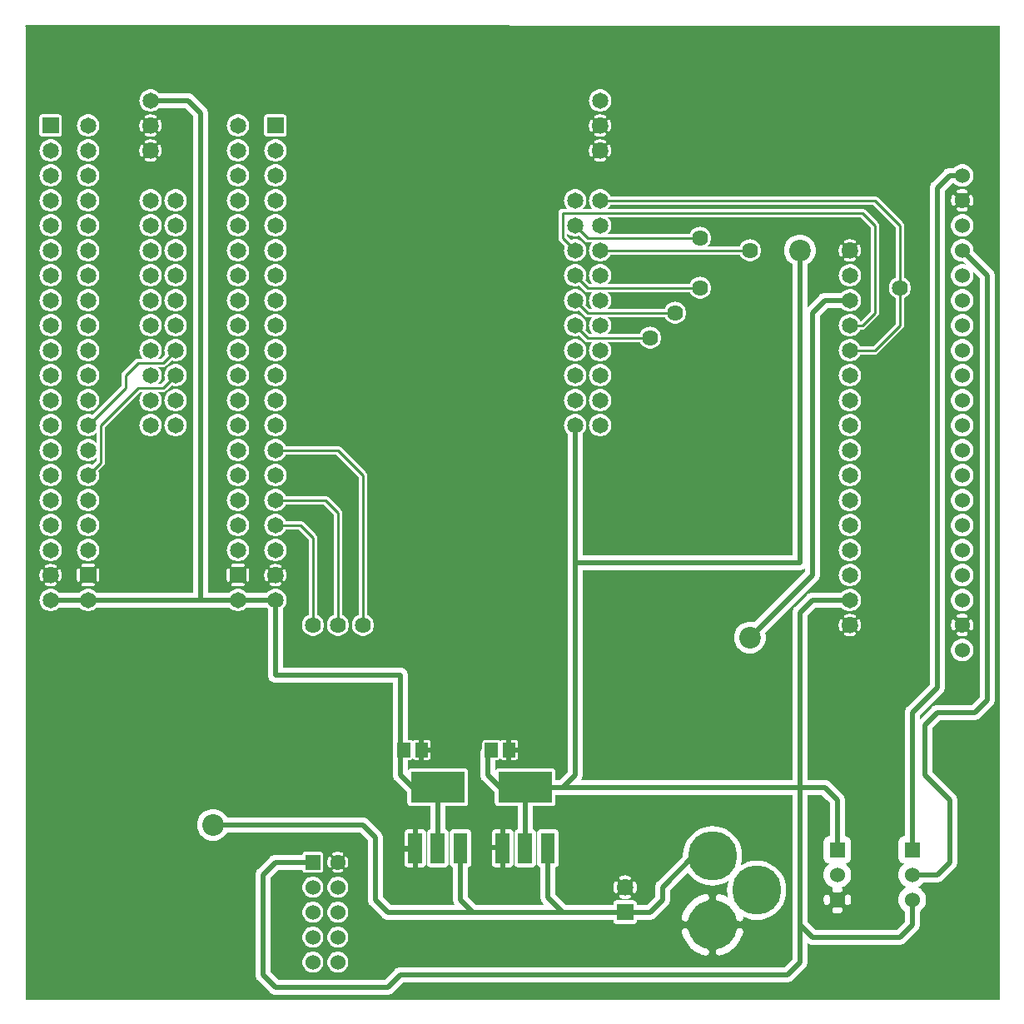
<source format=gbr>
G04 start of page 2 for group 3 layer_idx 0 *
G04 Title: (unknown), top copper *
G04 Creator: pcb-rnd 1.2.1 *
G04 CreationDate: Wed Mar 15 21:37:42 2017 UTC *
G04 For:  *
G04 Format: Gerber/RS-274X *
G04 PCB-Dimensions: 390000 390000 *
G04 PCB-Coordinate-Origin: lower left *
%MOIN*%
%FSLAX25Y25*%
%LNTOP*%
%ADD33C,0.1181*%
%ADD32C,0.0300*%
%ADD31C,0.0430*%
%ADD30C,0.1018*%
%ADD29C,0.0380*%
%ADD28C,0.0394*%
%ADD27C,0.0315*%
%ADD26C,0.0450*%
%ADD25C,0.0566*%
%ADD24C,0.0490*%
%ADD23C,0.0440*%
%ADD22C,0.0866*%
%ADD21C,0.0640*%
%ADD20R,0.1220X0.1220*%
%ADD19R,0.0512X0.0512*%
%ADD18R,0.0560X0.0560*%
%ADD17C,0.1968*%
%ADD16C,0.1579*%
%ADD15C,0.0600*%
%ADD14C,0.0650*%
%ADD13C,0.0100*%
%ADD12C,0.0001*%
%ADD11C,0.0200*%
G54D11*X310000Y30000D02*X315000Y25000D01*
X350000D01*
X355000Y30000D01*
Y40000D01*
X310000Y155000D02*X315000Y160000D01*
Y170000D02*X290000Y145000D01*
X310000Y175000D02*X220000D01*
X315000Y160000D02*X330000D01*
Y280000D02*X320000D01*
X315000Y275000D01*
Y170000D01*
X310000Y175000D02*Y265000D01*
Y300000D01*
X220000Y230000D02*Y90000D01*
X310000Y155000D02*Y15000D01*
X305000Y10000D01*
X250000Y35000D02*X179100D01*
X174100Y40000D01*
Y60600D02*Y40000D01*
X209100Y60600D02*Y40900D01*
X215000Y35000D01*
X201000Y59600D02*X200000Y60600D01*
X275000Y57559D02*X267559D01*
X255000Y45000D01*
Y40000D01*
X250000Y35000D01*
X200000Y60600D02*Y85000D01*
X185000Y90000D02*Y98543D01*
X200000Y85000D02*X320000D01*
X325000Y80000D01*
Y60000D01*
X220000Y90000D02*X215000Y85000D01*
X165000D02*Y60500D01*
X190000Y85000D02*X185000Y90000D01*
X165000Y85000D02*X155000D01*
X150000Y90000D01*
Y98543D01*
X151457Y100000D01*
X185000Y98543D02*X186457Y100000D01*
X10000Y160000D02*X100000D01*
X150000Y100000D02*Y130000D01*
X100000D01*
Y160000D01*
X70000D02*Y355000D01*
X65000Y360000D01*
X50000D01*
X140000Y40000D02*X145000Y35000D01*
X150000Y10000D02*X145000Y5000D01*
X140000Y40000D02*Y65000D01*
X135000Y70000D01*
X305000Y10000D02*X150000D01*
X145000Y5000D02*X100000D01*
X95000Y10000D01*
Y50000D01*
X100000Y55000D01*
X115000D01*
X135000Y70000D02*X75000D01*
X145000Y35000D02*X185000D01*
X166000Y59600D02*X165000Y60600D01*
G54D12*G36*
X281838Y82000D02*X307000D01*
Y30118D01*
X306991Y30000D01*
X307000Y29882D01*
Y16243D01*
X303757Y13000D01*
X281838D01*
Y19366D01*
X282215Y19603D01*
X283114Y20288D01*
X283949Y21051D01*
X284712Y21886D01*
X285397Y22785D01*
X286000Y23742D01*
X286514Y24749D01*
X286937Y25798D01*
X287265Y26881D01*
X287304Y27099D01*
X287307Y27321D01*
X287275Y27540D01*
X287209Y27752D01*
X287111Y27951D01*
X286983Y28133D01*
X286828Y28292D01*
X286651Y28425D01*
X286454Y28528D01*
X286244Y28599D01*
X286026Y28637D01*
X285804Y28640D01*
X285584Y28608D01*
X285372Y28543D01*
X285173Y28444D01*
X284992Y28316D01*
X284833Y28162D01*
X284700Y27984D01*
X284596Y27788D01*
X284529Y27576D01*
X284284Y26732D01*
X283955Y25916D01*
X283555Y25133D01*
X283086Y24389D01*
X282553Y23689D01*
X281960Y23040D01*
X281838Y22929D01*
Y37071D01*
X281960Y36960D01*
X282553Y36311D01*
X283086Y35611D01*
X283555Y34867D01*
X283955Y34084D01*
X284284Y33268D01*
X284539Y32426D01*
X284606Y32216D01*
X284708Y32021D01*
X284840Y31845D01*
X284998Y31691D01*
X285178Y31564D01*
X285376Y31467D01*
X285586Y31401D01*
X285804Y31370D01*
X286025Y31373D01*
X286242Y31410D01*
X286450Y31481D01*
X286645Y31584D01*
X286822Y31716D01*
X286976Y31874D01*
X287103Y32054D01*
X287200Y32251D01*
X287265Y32462D01*
X287297Y32680D01*
X287294Y32900D01*
X287252Y33116D01*
X287209Y33266D01*
X287324Y33196D01*
X289046Y32482D01*
X290859Y32047D01*
X292717Y31901D01*
X294575Y32047D01*
X296388Y32482D01*
X298110Y33196D01*
X299699Y34170D01*
X301117Y35380D01*
X302327Y36798D01*
X303301Y38387D01*
X304015Y40109D01*
X304450Y41922D01*
X304560Y43780D01*
X304450Y45638D01*
X304015Y47451D01*
X303301Y49173D01*
X302327Y50762D01*
X301117Y52180D01*
X299699Y53390D01*
X298110Y54364D01*
X296388Y55078D01*
X294575Y55513D01*
X292717Y55659D01*
X290859Y55513D01*
X289046Y55078D01*
X287324Y54364D01*
X286213Y53683D01*
X286298Y53888D01*
X286733Y55701D01*
X286842Y57559D01*
X286803Y58229D01*
X286733Y59417D01*
X286298Y61230D01*
X285584Y62952D01*
X284610Y64541D01*
X283400Y65959D01*
X281982Y67169D01*
X281838Y67258D01*
Y82000D01*
G37*
G36*
Y13000D02*X268162D01*
Y19366D01*
X268742Y19000D01*
X269749Y18486D01*
X270798Y18063D01*
X271881Y17735D01*
X272099Y17696D01*
X272321Y17693D01*
X272540Y17725D01*
X272752Y17791D01*
X272951Y17889D01*
X273133Y18017D01*
X273292Y18172D01*
X273425Y18349D01*
X273528Y18546D01*
X273599Y18756D01*
X273637Y18974D01*
X273640Y19196D01*
X273608Y19416D01*
X273543Y19628D01*
X273444Y19827D01*
X273316Y20008D01*
X273162Y20167D01*
X272984Y20300D01*
X272788Y20404D01*
X272576Y20471D01*
X271732Y20716D01*
X270916Y21045D01*
X270133Y21445D01*
X269389Y21914D01*
X268689Y22447D01*
X268162Y22929D01*
Y37071D01*
X268689Y37553D01*
X269389Y38086D01*
X270133Y38555D01*
X270916Y38955D01*
X271732Y39284D01*
X272574Y39539D01*
X272784Y39606D01*
X272979Y39708D01*
X273155Y39840D01*
X273309Y39998D01*
X273436Y40178D01*
X273533Y40376D01*
X273599Y40586D01*
X273630Y40804D01*
X273627Y41025D01*
X273590Y41242D01*
X273519Y41450D01*
X273416Y41645D01*
X273284Y41822D01*
X273126Y41976D01*
X272946Y42103D01*
X272749Y42200D01*
X272538Y42265D01*
X272320Y42297D01*
X272100Y42294D01*
X271884Y42252D01*
X270798Y41937D01*
X269749Y41514D01*
X268742Y41000D01*
X268162Y40634D01*
Y47860D01*
X269607Y46975D01*
X271329Y46261D01*
X273142Y45826D01*
X275000Y45680D01*
X276858Y45826D01*
X278671Y46261D01*
X280393Y46975D01*
X281504Y47656D01*
X281419Y47451D01*
X280984Y45638D01*
X280838Y43780D01*
X280984Y41922D01*
X281198Y41030D01*
X280251Y41514D01*
X279202Y41937D01*
X278119Y42265D01*
X277901Y42304D01*
X277679Y42307D01*
X277460Y42275D01*
X277248Y42209D01*
X277049Y42111D01*
X276867Y41983D01*
X276708Y41828D01*
X276575Y41651D01*
X276472Y41454D01*
X276401Y41244D01*
X276363Y41026D01*
X276360Y40804D01*
X276392Y40584D01*
X276457Y40372D01*
X276556Y40173D01*
X276684Y39992D01*
X276838Y39833D01*
X277016Y39700D01*
X277212Y39596D01*
X277424Y39529D01*
X278268Y39284D01*
X279084Y38955D01*
X279867Y38555D01*
X280611Y38086D01*
X281311Y37553D01*
X281838Y37071D01*
Y22929D01*
X281311Y22447D01*
X280611Y21914D01*
X279867Y21445D01*
X279084Y21045D01*
X278268Y20716D01*
X277426Y20461D01*
X277216Y20394D01*
X277021Y20292D01*
X276845Y20160D01*
X276691Y20002D01*
X276564Y19822D01*
X276467Y19624D01*
X276401Y19414D01*
X276370Y19196D01*
X276373Y18975D01*
X276410Y18758D01*
X276481Y18550D01*
X276584Y18355D01*
X276716Y18178D01*
X276874Y18024D01*
X277054Y17897D01*
X277251Y17800D01*
X277462Y17735D01*
X277680Y17703D01*
X277900Y17706D01*
X278116Y17748D01*
X279202Y18063D01*
X280251Y18486D01*
X281258Y19000D01*
X281838Y19366D01*
Y13000D01*
G37*
G36*
X268162D02*X240000D01*
Y30250D01*
X243250D01*
X243485Y30264D01*
X243715Y30319D01*
X243933Y30409D01*
X244134Y30533D01*
X244314Y30686D01*
X244467Y30866D01*
X244591Y31067D01*
X244681Y31285D01*
X244736Y31515D01*
X244750Y31750D01*
Y32000D01*
X249882D01*
X250000Y31991D01*
X250470Y32028D01*
X250471Y32028D01*
X250930Y32138D01*
X251366Y32319D01*
X251769Y32565D01*
X252128Y32872D01*
X252205Y32962D01*
X257038Y37796D01*
X257128Y37872D01*
X257434Y38231D01*
X257435Y38231D01*
X257681Y38634D01*
X257862Y39070D01*
X257972Y39529D01*
X258009Y40000D01*
X258000Y40118D01*
Y43757D01*
X265173Y50930D01*
X265390Y50577D01*
X266600Y49159D01*
X268018Y47949D01*
X268162Y47860D01*
Y40634D01*
X267785Y40397D01*
X266886Y39712D01*
X266051Y38949D01*
X265288Y38114D01*
X264603Y37215D01*
X264000Y36258D01*
X263486Y35251D01*
X263063Y34202D01*
X262735Y33119D01*
X262696Y32901D01*
X262693Y32679D01*
X262725Y32460D01*
X262791Y32248D01*
X262889Y32049D01*
X263017Y31867D01*
X263172Y31708D01*
X263349Y31575D01*
X263546Y31472D01*
X263756Y31401D01*
X263974Y31363D01*
X264196Y31360D01*
X264416Y31392D01*
X264628Y31457D01*
X264827Y31556D01*
X265008Y31684D01*
X265167Y31838D01*
X265300Y32016D01*
X265404Y32212D01*
X265471Y32424D01*
X265716Y33268D01*
X266045Y34084D01*
X266445Y34867D01*
X266914Y35611D01*
X267447Y36311D01*
X268040Y36960D01*
X268162Y37071D01*
Y22929D01*
X268040Y23040D01*
X267447Y23689D01*
X266914Y24389D01*
X266445Y25133D01*
X266045Y25916D01*
X265716Y26732D01*
X265461Y27574D01*
X265394Y27784D01*
X265292Y27979D01*
X265160Y28155D01*
X265002Y28309D01*
X264822Y28436D01*
X264624Y28533D01*
X264414Y28599D01*
X264196Y28630D01*
X263975Y28627D01*
X263758Y28590D01*
X263550Y28519D01*
X263355Y28416D01*
X263178Y28284D01*
X263024Y28126D01*
X262897Y27946D01*
X262800Y27749D01*
X262735Y27538D01*
X262703Y27320D01*
X262706Y27100D01*
X262748Y26884D01*
X263063Y25798D01*
X263486Y24749D01*
X264000Y23742D01*
X264603Y22785D01*
X265288Y21886D01*
X266051Y21051D01*
X266886Y20288D01*
X267785Y19603D01*
X268162Y19366D01*
Y13000D01*
G37*
G36*
X243832Y82000D02*X281838D01*
Y67258D01*
X280393Y68143D01*
X278671Y68857D01*
X276858Y69292D01*
X275000Y69438D01*
X273142Y69292D01*
X271329Y68857D01*
X269607Y68143D01*
X268018Y67169D01*
X266600Y65959D01*
X265390Y64541D01*
X264416Y62952D01*
X263702Y61230D01*
X263267Y59417D01*
X263174Y58229D01*
X263121Y57559D01*
X263135Y57378D01*
X252962Y47204D01*
X252872Y47128D01*
X252565Y46769D01*
X252319Y46366D01*
X252138Y45930D01*
X252028Y45471D01*
X252028Y45470D01*
X251991Y45000D01*
X252000Y44882D01*
Y41243D01*
X248757Y38000D01*
X244750D01*
Y38250D01*
X244736Y38485D01*
X244681Y38715D01*
X244591Y38933D01*
X244467Y39134D01*
X244314Y39314D01*
X244134Y39467D01*
X243933Y39591D01*
X243832Y39633D01*
Y42670D01*
X243943Y42704D01*
X244050Y42756D01*
X244146Y42823D01*
X244231Y42905D01*
X244302Y43000D01*
X244356Y43105D01*
X244515Y43508D01*
X244632Y43925D01*
X244711Y44352D01*
X244750Y44783D01*
Y45217D01*
X244711Y45648D01*
X244632Y46075D01*
X244515Y46492D01*
X244360Y46897D01*
X244305Y47002D01*
X244234Y47097D01*
X244148Y47179D01*
X244051Y47247D01*
X243945Y47299D01*
X243832Y47334D01*
Y82000D01*
G37*
G36*
X240000D02*X243832D01*
Y47334D01*
X243831Y47334D01*
X243714Y47350D01*
X243595Y47348D01*
X243478Y47327D01*
X243366Y47289D01*
X243262Y47233D01*
X243167Y47162D01*
X243085Y47076D01*
X243017Y46979D01*
X242965Y46873D01*
X242930Y46759D01*
X242914Y46642D01*
X242916Y46523D01*
X242936Y46407D01*
X242977Y46295D01*
X243086Y46020D01*
X243166Y45735D01*
X243220Y45443D01*
X243247Y45148D01*
Y44852D01*
X243220Y44557D01*
X243166Y44265D01*
X243086Y43980D01*
X242980Y43703D01*
X242940Y43593D01*
X242919Y43476D01*
X242917Y43358D01*
X242933Y43241D01*
X242968Y43129D01*
X243020Y43022D01*
X243087Y42926D01*
X243169Y42841D01*
X243263Y42770D01*
X243368Y42714D01*
X243479Y42676D01*
X243596Y42655D01*
X243714Y42653D01*
X243830Y42670D01*
X243832Y42670D01*
Y39633D01*
X243715Y39681D01*
X243485Y39736D01*
X243250Y39750D01*
X240000D01*
Y40250D01*
X240217D01*
X240648Y40289D01*
X241075Y40368D01*
X241492Y40485D01*
X241897Y40640D01*
X242002Y40695D01*
X242097Y40766D01*
X242179Y40852D01*
X242247Y40949D01*
X242299Y41055D01*
X242334Y41169D01*
X242350Y41286D01*
X242348Y41405D01*
X242327Y41522D01*
X242289Y41634D01*
X242233Y41738D01*
X242162Y41833D01*
X242076Y41915D01*
X241979Y41983D01*
X241873Y42035D01*
X241759Y42070D01*
X241642Y42086D01*
X241523Y42084D01*
X241406Y42064D01*
X241295Y42023D01*
X241020Y41914D01*
X240735Y41834D01*
X240443Y41780D01*
X240148Y41753D01*
X240000D01*
Y48247D01*
X240148D01*
X240443Y48220D01*
X240735Y48166D01*
X241020Y48086D01*
X241297Y47980D01*
X241407Y47940D01*
X241524Y47919D01*
X241642Y47917D01*
X241759Y47933D01*
X241871Y47968D01*
X241978Y48020D01*
X242074Y48087D01*
X242159Y48169D01*
X242230Y48263D01*
X242286Y48368D01*
X242324Y48479D01*
X242345Y48596D01*
X242347Y48714D01*
X242330Y48830D01*
X242296Y48943D01*
X242244Y49050D01*
X242177Y49146D01*
X242095Y49231D01*
X242000Y49302D01*
X241895Y49356D01*
X241492Y49515D01*
X241075Y49632D01*
X240648Y49711D01*
X240217Y49750D01*
X240000D01*
Y82000D01*
G37*
G36*
X329209Y265614D02*X329302Y265591D01*
X330000Y265536D01*
X330698Y265591D01*
X331379Y265755D01*
X332026Y266023D01*
X332624Y266389D01*
X333156Y266844D01*
X333611Y267376D01*
X333977Y267974D01*
X334112Y268300D01*
X334933D01*
X335000Y268295D01*
X335266Y268316D01*
X335267Y268316D01*
X335527Y268378D01*
X335774Y268481D01*
X336002Y268620D01*
X336206Y268794D01*
X336249Y268845D01*
X341155Y273751D01*
X341206Y273794D01*
X341379Y273998D01*
X341380Y273998D01*
X341519Y274226D01*
X341622Y274473D01*
X341684Y274733D01*
X341705Y275000D01*
X341700Y275067D01*
Y309933D01*
X341705Y310000D01*
X341684Y310267D01*
X341684Y310267D01*
X341622Y310527D01*
X341519Y310774D01*
X341380Y311002D01*
X341206Y311206D01*
X341155Y311249D01*
X336249Y316155D01*
X336206Y316206D01*
X336002Y316380D01*
X335774Y316519D01*
X335527Y316622D01*
X335267Y316684D01*
X335000Y316705D01*
X334933Y316700D01*
X329209D01*
Y318300D01*
X339296D01*
X348300Y309296D01*
Y289058D01*
X347996Y288933D01*
X347406Y288571D01*
X346879Y288121D01*
X346429Y287594D01*
X346067Y287004D01*
X345802Y286364D01*
X345641Y285690D01*
X345586Y285000D01*
X345641Y284310D01*
X345802Y283636D01*
X346067Y282996D01*
X346429Y282406D01*
X346879Y281879D01*
X347406Y281429D01*
X347996Y281067D01*
X348300Y280942D01*
Y270704D01*
X339296Y261700D01*
X334112D01*
X333977Y262026D01*
X333793Y262327D01*
X333611Y262624D01*
X333156Y263156D01*
X332624Y263611D01*
X332026Y263977D01*
X331379Y264245D01*
X330698Y264409D01*
X330000Y264464D01*
X329302Y264409D01*
X329209Y264386D01*
Y265614D01*
G37*
G36*
X333638Y277420D02*X333977Y277974D01*
X334245Y278621D01*
X334409Y279302D01*
X334450Y280000D01*
X334409Y280698D01*
X334245Y281379D01*
X333977Y282026D01*
X333638Y282580D01*
Y287420D01*
X333977Y287974D01*
X334245Y288621D01*
X334409Y289302D01*
X334450Y290000D01*
X334409Y290698D01*
X334245Y291379D01*
X333977Y292026D01*
X333638Y292580D01*
Y297682D01*
X333698Y297707D01*
X333779Y297756D01*
X333851Y297817D01*
X333912Y297889D01*
X333960Y297970D01*
X334139Y298352D01*
X334276Y298751D01*
X334375Y299161D01*
X334435Y299579D01*
X334455Y300000D01*
X334435Y300421D01*
X334375Y300839D01*
X334276Y301249D01*
X334139Y301648D01*
X333964Y302032D01*
X333915Y302113D01*
X333853Y302186D01*
X333781Y302247D01*
X333700Y302297D01*
X333638Y302322D01*
Y313300D01*
X334296D01*
X338300Y309296D01*
Y275704D01*
X334296Y271700D01*
X334112D01*
X333977Y272026D01*
X333638Y272580D01*
Y277420D01*
G37*
G36*
Y292580D02*X333611Y292624D01*
X333156Y293156D01*
X332624Y293611D01*
X332026Y293977D01*
X331379Y294245D01*
X330698Y294409D01*
X330000Y294464D01*
X329302Y294409D01*
X329209Y294386D01*
Y295618D01*
X329579Y295565D01*
X330000Y295545D01*
X330421Y295565D01*
X330839Y295625D01*
X331249Y295724D01*
X331648Y295861D01*
X332032Y296036D01*
X332113Y296085D01*
X332186Y296147D01*
X332247Y296219D01*
X332297Y296300D01*
X332333Y296388D01*
X332355Y296481D01*
X332362Y296575D01*
X332354Y296670D01*
X332332Y296762D01*
X332295Y296850D01*
X332245Y296931D01*
X332183Y297003D01*
X332111Y297065D01*
X332030Y297114D01*
X331942Y297150D01*
X331850Y297172D01*
X331755Y297179D01*
X331660Y297172D01*
X331568Y297149D01*
X331481Y297111D01*
X331202Y296981D01*
X330911Y296880D01*
X330612Y296808D01*
X330307Y296765D01*
X330000Y296750D01*
X329693Y296765D01*
X329388Y296808D01*
X329209Y296851D01*
Y303149D01*
X329388Y303192D01*
X329693Y303235D01*
X330000Y303250D01*
X330307Y303235D01*
X330612Y303192D01*
X330911Y303120D01*
X331202Y303019D01*
X331483Y302892D01*
X331569Y302854D01*
X331661Y302832D01*
X331755Y302824D01*
X331849Y302831D01*
X331941Y302853D01*
X332028Y302889D01*
X332109Y302938D01*
X332181Y302999D01*
X332242Y303071D01*
X332292Y303151D01*
X332328Y303239D01*
X332351Y303330D01*
X332358Y303425D01*
X332351Y303519D01*
X332329Y303611D01*
X332293Y303698D01*
X332244Y303779D01*
X332183Y303851D01*
X332111Y303912D01*
X332030Y303960D01*
X331648Y304139D01*
X331249Y304276D01*
X330839Y304375D01*
X330421Y304435D01*
X330000Y304455D01*
X329579Y304435D01*
X329209Y304382D01*
Y313300D01*
X333638D01*
Y302322D01*
X333612Y302333D01*
X333519Y302355D01*
X333425Y302362D01*
X333330Y302354D01*
X333238Y302332D01*
X333150Y302295D01*
X333069Y302245D01*
X332997Y302183D01*
X332935Y302111D01*
X332886Y302030D01*
X332850Y301942D01*
X332828Y301850D01*
X332821Y301755D01*
X332828Y301660D01*
X332851Y301568D01*
X332889Y301481D01*
X333019Y301202D01*
X333120Y300911D01*
X333192Y300612D01*
X333235Y300307D01*
X333250Y300000D01*
X333235Y299693D01*
X333192Y299388D01*
X333120Y299089D01*
X333019Y298798D01*
X332892Y298517D01*
X332854Y298431D01*
X332832Y298339D01*
X332824Y298245D01*
X332831Y298151D01*
X332853Y298059D01*
X332889Y297972D01*
X332938Y297891D01*
X332999Y297819D01*
X333071Y297758D01*
X333151Y297708D01*
X333239Y297672D01*
X333330Y297649D01*
X333425Y297642D01*
X333519Y297649D01*
X333611Y297671D01*
X333638Y297682D01*
Y292580D01*
G37*
G36*
Y282580D02*X333611Y282624D01*
X333156Y283156D01*
X332624Y283611D01*
X332026Y283977D01*
X331379Y284245D01*
X330698Y284409D01*
X330000Y284464D01*
X329302Y284409D01*
X329209Y284386D01*
Y285614D01*
X329302Y285591D01*
X330000Y285536D01*
X330698Y285591D01*
X331379Y285755D01*
X332026Y286023D01*
X332624Y286389D01*
X333156Y286844D01*
X333611Y287376D01*
X333638Y287420D01*
Y282580D01*
G37*
G36*
X329209Y275614D02*X329302Y275591D01*
X330000Y275536D01*
X330698Y275591D01*
X331379Y275755D01*
X332026Y276023D01*
X332624Y276389D01*
X333156Y276844D01*
X333611Y277376D01*
X333638Y277420D01*
Y272580D01*
X333611Y272624D01*
X333156Y273156D01*
X332624Y273611D01*
X332026Y273977D01*
X331379Y274245D01*
X330698Y274409D01*
X330000Y274464D01*
X329302Y274409D01*
X329209Y274386D01*
Y275614D01*
G37*
G36*
X378613Y287302D02*X378652Y287347D01*
X379022Y287951D01*
X379293Y288605D01*
X379458Y289294D01*
X379500Y290000D01*
X379458Y290706D01*
X379293Y291395D01*
X379244Y291514D01*
X382000Y288757D01*
Y121243D01*
X378757Y118000D01*
X378613D01*
Y137302D01*
X378652Y137347D01*
X379022Y137951D01*
X379293Y138605D01*
X379458Y139294D01*
X379500Y140000D01*
X379458Y140706D01*
X379293Y141395D01*
X379022Y142049D01*
X378652Y142653D01*
X378613Y142698D01*
Y147853D01*
X378656Y147860D01*
X378768Y147897D01*
X378873Y147952D01*
X378968Y148022D01*
X379051Y148106D01*
X379119Y148202D01*
X379170Y148308D01*
X379318Y148716D01*
X379422Y149137D01*
X379484Y149567D01*
X379505Y150000D01*
X379484Y150433D01*
X379422Y150863D01*
X379318Y151284D01*
X379175Y151694D01*
X379122Y151800D01*
X379053Y151896D01*
X378970Y151981D01*
X378875Y152051D01*
X378769Y152106D01*
X378657Y152143D01*
X378613Y152151D01*
Y157302D01*
X378652Y157347D01*
X379022Y157951D01*
X379293Y158605D01*
X379458Y159294D01*
X379500Y160000D01*
X379458Y160706D01*
X379293Y161395D01*
X379022Y162049D01*
X378652Y162653D01*
X378613Y162698D01*
Y167302D01*
X378652Y167347D01*
X379022Y167951D01*
X379293Y168605D01*
X379458Y169294D01*
X379500Y170000D01*
X379458Y170706D01*
X379293Y171395D01*
X379022Y172049D01*
X378652Y172653D01*
X378613Y172698D01*
Y177302D01*
X378652Y177347D01*
X379022Y177951D01*
X379293Y178605D01*
X379458Y179294D01*
X379500Y180000D01*
X379458Y180706D01*
X379293Y181395D01*
X379022Y182049D01*
X378652Y182653D01*
X378613Y182698D01*
Y187302D01*
X378652Y187347D01*
X379022Y187951D01*
X379293Y188605D01*
X379458Y189294D01*
X379500Y190000D01*
X379458Y190706D01*
X379293Y191395D01*
X379022Y192049D01*
X378652Y192653D01*
X378613Y192698D01*
Y197302D01*
X378652Y197347D01*
X379022Y197951D01*
X379293Y198605D01*
X379458Y199294D01*
X379500Y200000D01*
X379458Y200706D01*
X379293Y201395D01*
X379022Y202049D01*
X378652Y202653D01*
X378613Y202698D01*
Y207302D01*
X378652Y207347D01*
X379022Y207951D01*
X379293Y208605D01*
X379458Y209294D01*
X379500Y210000D01*
X379458Y210706D01*
X379293Y211395D01*
X379022Y212049D01*
X378652Y212653D01*
X378613Y212698D01*
Y217302D01*
X378652Y217347D01*
X379022Y217951D01*
X379293Y218605D01*
X379458Y219294D01*
X379500Y220000D01*
X379458Y220706D01*
X379293Y221395D01*
X379022Y222049D01*
X378652Y222653D01*
X378613Y222698D01*
Y227302D01*
X378652Y227347D01*
X379022Y227951D01*
X379293Y228605D01*
X379458Y229294D01*
X379500Y230000D01*
X379458Y230706D01*
X379293Y231395D01*
X379022Y232049D01*
X378652Y232653D01*
X378613Y232698D01*
Y237302D01*
X378652Y237347D01*
X379022Y237951D01*
X379293Y238605D01*
X379458Y239294D01*
X379500Y240000D01*
X379458Y240706D01*
X379293Y241395D01*
X379022Y242049D01*
X378652Y242653D01*
X378613Y242698D01*
Y247302D01*
X378652Y247347D01*
X379022Y247951D01*
X379293Y248605D01*
X379458Y249294D01*
X379500Y250000D01*
X379458Y250706D01*
X379293Y251395D01*
X379022Y252049D01*
X378652Y252653D01*
X378613Y252698D01*
Y257302D01*
X378652Y257347D01*
X379022Y257951D01*
X379293Y258605D01*
X379458Y259294D01*
X379500Y260000D01*
X379458Y260706D01*
X379293Y261395D01*
X379022Y262049D01*
X378652Y262653D01*
X378613Y262698D01*
Y267302D01*
X378652Y267347D01*
X379022Y267951D01*
X379293Y268605D01*
X379458Y269294D01*
X379500Y270000D01*
X379458Y270706D01*
X379293Y271395D01*
X379022Y272049D01*
X378652Y272653D01*
X378613Y272698D01*
Y277302D01*
X378652Y277347D01*
X379022Y277951D01*
X379293Y278605D01*
X379458Y279294D01*
X379500Y280000D01*
X379458Y280706D01*
X379293Y281395D01*
X379022Y282049D01*
X378652Y282653D01*
X378613Y282698D01*
Y287302D01*
G37*
G36*
Y272698D02*X378192Y273192D01*
X377653Y273652D01*
X377049Y274022D01*
X376395Y274293D01*
X375706Y274458D01*
X375002Y274514D01*
Y275486D01*
X375706Y275542D01*
X376395Y275707D01*
X377049Y275978D01*
X377653Y276348D01*
X378192Y276808D01*
X378613Y277302D01*
Y272698D01*
G37*
G36*
Y262698D02*X378192Y263192D01*
X377653Y263652D01*
X377049Y264022D01*
X376395Y264293D01*
X375706Y264458D01*
X375002Y264514D01*
Y265486D01*
X375706Y265542D01*
X376395Y265707D01*
X377049Y265978D01*
X377653Y266348D01*
X378192Y266808D01*
X378613Y267302D01*
Y262698D01*
G37*
G36*
Y252698D02*X378192Y253192D01*
X377653Y253652D01*
X377049Y254022D01*
X376395Y254293D01*
X375706Y254458D01*
X375002Y254514D01*
Y255486D01*
X375706Y255542D01*
X376395Y255707D01*
X377049Y255978D01*
X377653Y256348D01*
X378192Y256808D01*
X378613Y257302D01*
Y252698D01*
G37*
G36*
Y242698D02*X378192Y243192D01*
X377653Y243652D01*
X377049Y244022D01*
X376395Y244293D01*
X375706Y244458D01*
X375002Y244514D01*
Y245486D01*
X375706Y245542D01*
X376395Y245707D01*
X377049Y245978D01*
X377653Y246348D01*
X378192Y246808D01*
X378613Y247302D01*
Y242698D01*
G37*
G36*
Y232698D02*X378192Y233192D01*
X377653Y233652D01*
X377049Y234022D01*
X376395Y234293D01*
X375706Y234458D01*
X375002Y234514D01*
Y235486D01*
X375706Y235542D01*
X376395Y235707D01*
X377049Y235978D01*
X377653Y236348D01*
X378192Y236808D01*
X378613Y237302D01*
Y232698D01*
G37*
G36*
Y222698D02*X378192Y223192D01*
X377653Y223652D01*
X377049Y224022D01*
X376395Y224293D01*
X375706Y224458D01*
X375002Y224514D01*
Y225486D01*
X375706Y225542D01*
X376395Y225707D01*
X377049Y225978D01*
X377653Y226348D01*
X378192Y226808D01*
X378613Y227302D01*
Y222698D01*
G37*
G36*
Y212698D02*X378192Y213192D01*
X377653Y213652D01*
X377049Y214022D01*
X376395Y214293D01*
X375706Y214458D01*
X375002Y214514D01*
Y215486D01*
X375706Y215542D01*
X376395Y215707D01*
X377049Y215978D01*
X377653Y216348D01*
X378192Y216808D01*
X378613Y217302D01*
Y212698D01*
G37*
G36*
Y202698D02*X378192Y203192D01*
X377653Y203652D01*
X377049Y204022D01*
X376395Y204293D01*
X375706Y204458D01*
X375002Y204514D01*
Y205486D01*
X375706Y205542D01*
X376395Y205707D01*
X377049Y205978D01*
X377653Y206348D01*
X378192Y206808D01*
X378613Y207302D01*
Y202698D01*
G37*
G36*
Y192698D02*X378192Y193192D01*
X377653Y193652D01*
X377049Y194022D01*
X376395Y194293D01*
X375706Y194458D01*
X375002Y194514D01*
Y195486D01*
X375706Y195542D01*
X376395Y195707D01*
X377049Y195978D01*
X377653Y196348D01*
X378192Y196808D01*
X378613Y197302D01*
Y192698D01*
G37*
G36*
Y182698D02*X378192Y183192D01*
X377653Y183652D01*
X377049Y184022D01*
X376395Y184293D01*
X375706Y184458D01*
X375002Y184514D01*
Y185486D01*
X375706Y185542D01*
X376395Y185707D01*
X377049Y185978D01*
X377653Y186348D01*
X378192Y186808D01*
X378613Y187302D01*
Y182698D01*
G37*
G36*
Y172698D02*X378192Y173192D01*
X377653Y173652D01*
X377049Y174022D01*
X376395Y174293D01*
X375706Y174458D01*
X375002Y174514D01*
Y175486D01*
X375706Y175542D01*
X376395Y175707D01*
X377049Y175978D01*
X377653Y176348D01*
X378192Y176808D01*
X378613Y177302D01*
Y172698D01*
G37*
G36*
Y162698D02*X378192Y163192D01*
X377653Y163652D01*
X377049Y164022D01*
X376395Y164293D01*
X375706Y164458D01*
X375002Y164514D01*
Y165486D01*
X375706Y165542D01*
X376395Y165707D01*
X377049Y165978D01*
X377653Y166348D01*
X378192Y166808D01*
X378613Y167302D01*
Y162698D01*
G37*
G36*
Y142698D02*X378192Y143192D01*
X377653Y143652D01*
X377049Y144022D01*
X376395Y144293D01*
X375706Y144458D01*
X375002Y144514D01*
Y145495D01*
X375433Y145516D01*
X375863Y145578D01*
X376284Y145682D01*
X376694Y145825D01*
X376800Y145878D01*
X376896Y145947D01*
X376981Y146030D01*
X377051Y146125D01*
X377106Y146231D01*
X377143Y146343D01*
X377163Y146460D01*
X377164Y146579D01*
X377146Y146696D01*
X377110Y146809D01*
X377057Y146915D01*
X376988Y147012D01*
X376905Y147096D01*
X376809Y147167D01*
X376704Y147221D01*
X376592Y147259D01*
X376475Y147278D01*
X376356Y147279D01*
X376239Y147261D01*
X376126Y147223D01*
X375855Y147124D01*
X375575Y147056D01*
X375289Y147014D01*
X375002Y147000D01*
Y153000D01*
X375289Y152986D01*
X375575Y152944D01*
X375855Y152876D01*
X376128Y152780D01*
X376239Y152742D01*
X376356Y152725D01*
X376474Y152725D01*
X376591Y152745D01*
X376703Y152782D01*
X376807Y152836D01*
X376902Y152906D01*
X376985Y152991D01*
X377054Y153087D01*
X377107Y153192D01*
X377143Y153305D01*
X377160Y153421D01*
X377159Y153539D01*
X377140Y153656D01*
X377103Y153768D01*
X377048Y153873D01*
X376978Y153968D01*
X376894Y154051D01*
X376798Y154119D01*
X376692Y154170D01*
X376284Y154318D01*
X375863Y154422D01*
X375433Y154484D01*
X375002Y154505D01*
Y155486D01*
X375706Y155542D01*
X376395Y155707D01*
X377049Y155978D01*
X377653Y156348D01*
X378192Y156808D01*
X378613Y157302D01*
Y152151D01*
X378540Y152163D01*
X378421Y152164D01*
X378304Y152146D01*
X378191Y152110D01*
X378085Y152057D01*
X377988Y151988D01*
X377904Y151905D01*
X377833Y151809D01*
X377779Y151704D01*
X377741Y151592D01*
X377722Y151475D01*
X377721Y151356D01*
X377739Y151239D01*
X377777Y151126D01*
X377876Y150855D01*
X377944Y150575D01*
X377986Y150289D01*
X378000Y150000D01*
X377986Y149711D01*
X377944Y149425D01*
X377876Y149145D01*
X377780Y148872D01*
X377742Y148761D01*
X377725Y148644D01*
X377725Y148526D01*
X377745Y148409D01*
X377782Y148297D01*
X377836Y148193D01*
X377906Y148098D01*
X377991Y148015D01*
X378087Y147946D01*
X378192Y147893D01*
X378305Y147857D01*
X378421Y147840D01*
X378539Y147841D01*
X378613Y147853D01*
Y142698D01*
G37*
G36*
Y118000D02*X375002D01*
Y135486D01*
X375706Y135542D01*
X376395Y135707D01*
X377049Y135978D01*
X377653Y136348D01*
X378192Y136808D01*
X378613Y137302D01*
Y118000D01*
G37*
G36*
X375002Y285486D02*X375706Y285542D01*
X376395Y285707D01*
X377049Y285978D01*
X377653Y286348D01*
X378192Y286808D01*
X378613Y287302D01*
Y282698D01*
X378192Y283192D01*
X377653Y283652D01*
X377049Y284022D01*
X376395Y284293D01*
X375706Y284458D01*
X375002Y284514D01*
Y285486D01*
G37*
G36*
Y295486D02*X375251Y295506D01*
X376514Y294244D01*
X376395Y294293D01*
X375706Y294458D01*
X375002Y294514D01*
Y295486D01*
G37*
G36*
X378613Y390000D02*X390000D01*
Y0D01*
X378613D01*
Y112000D01*
X379882D01*
X380000Y111991D01*
X380471Y112028D01*
X380471Y112028D01*
X380930Y112138D01*
X381366Y112319D01*
X381769Y112565D01*
X382128Y112872D01*
X382204Y112962D01*
X387038Y117796D01*
X387128Y117872D01*
X387434Y118231D01*
X387435Y118231D01*
X387479Y118303D01*
X387681Y118634D01*
X387862Y119070D01*
X387972Y119529D01*
X387989Y119738D01*
X388009Y120000D01*
X388000Y120118D01*
Y289882D01*
X388009Y290000D01*
X387972Y290471D01*
X387862Y290930D01*
X387681Y291366D01*
X387435Y291769D01*
X387128Y292128D01*
X387038Y292204D01*
X379486Y299757D01*
X379500Y300000D01*
X379458Y300706D01*
X379293Y301395D01*
X379022Y302049D01*
X378652Y302653D01*
X378613Y302698D01*
Y307302D01*
X378652Y307347D01*
X379022Y307951D01*
X379293Y308605D01*
X379458Y309294D01*
X379500Y310000D01*
X379458Y310706D01*
X379293Y311395D01*
X379022Y312049D01*
X378652Y312653D01*
X378613Y312698D01*
Y317853D01*
X378656Y317860D01*
X378768Y317897D01*
X378873Y317952D01*
X378968Y318022D01*
X379051Y318106D01*
X379119Y318202D01*
X379170Y318308D01*
X379318Y318716D01*
X379422Y319137D01*
X379484Y319567D01*
X379505Y320000D01*
X379484Y320433D01*
X379422Y320863D01*
X379318Y321284D01*
X379175Y321694D01*
X379122Y321800D01*
X379053Y321896D01*
X378970Y321981D01*
X378875Y322051D01*
X378769Y322106D01*
X378657Y322143D01*
X378613Y322151D01*
Y327302D01*
X378652Y327347D01*
X379022Y327951D01*
X379293Y328605D01*
X379458Y329294D01*
X379500Y330000D01*
X379458Y330706D01*
X379293Y331395D01*
X379022Y332049D01*
X378652Y332653D01*
X378613Y332698D01*
Y390000D01*
G37*
G36*
Y312698D02*X378192Y313192D01*
X377653Y313652D01*
X377049Y314022D01*
X376395Y314293D01*
X375706Y314458D01*
X375002Y314514D01*
Y315495D01*
X375433Y315516D01*
X375863Y315578D01*
X376284Y315682D01*
X376694Y315825D01*
X376800Y315878D01*
X376896Y315947D01*
X376981Y316030D01*
X377051Y316125D01*
X377106Y316231D01*
X377143Y316343D01*
X377163Y316460D01*
X377164Y316579D01*
X377146Y316696D01*
X377110Y316809D01*
X377057Y316915D01*
X376988Y317012D01*
X376905Y317096D01*
X376809Y317167D01*
X376704Y317221D01*
X376592Y317259D01*
X376475Y317278D01*
X376356Y317279D01*
X376239Y317261D01*
X376126Y317223D01*
X375855Y317124D01*
X375575Y317056D01*
X375289Y317014D01*
X375002Y317000D01*
Y323000D01*
X375289Y322986D01*
X375575Y322944D01*
X375855Y322876D01*
X376128Y322780D01*
X376239Y322742D01*
X376356Y322725D01*
X376474Y322725D01*
X376591Y322745D01*
X376703Y322782D01*
X376807Y322836D01*
X376902Y322906D01*
X376985Y322991D01*
X377054Y323087D01*
X377107Y323192D01*
X377143Y323305D01*
X377160Y323421D01*
X377159Y323539D01*
X377140Y323656D01*
X377103Y323768D01*
X377048Y323873D01*
X376978Y323968D01*
X376894Y324051D01*
X376798Y324119D01*
X376692Y324170D01*
X376284Y324318D01*
X375863Y324422D01*
X375433Y324484D01*
X375002Y324505D01*
Y325486D01*
X375706Y325542D01*
X376395Y325707D01*
X377049Y325978D01*
X377653Y326348D01*
X378192Y326808D01*
X378613Y327302D01*
Y322151D01*
X378540Y322163D01*
X378421Y322164D01*
X378304Y322146D01*
X378191Y322110D01*
X378085Y322057D01*
X377988Y321988D01*
X377904Y321905D01*
X377833Y321809D01*
X377779Y321704D01*
X377741Y321592D01*
X377722Y321475D01*
X377721Y321356D01*
X377739Y321239D01*
X377777Y321126D01*
X377876Y320855D01*
X377944Y320575D01*
X377986Y320289D01*
X378000Y320000D01*
X377986Y319711D01*
X377944Y319425D01*
X377876Y319145D01*
X377780Y318872D01*
X377742Y318761D01*
X377725Y318644D01*
X377725Y318526D01*
X377745Y318409D01*
X377782Y318297D01*
X377836Y318193D01*
X377906Y318098D01*
X377991Y318015D01*
X378087Y317946D01*
X378192Y317893D01*
X378305Y317857D01*
X378421Y317840D01*
X378539Y317841D01*
X378613Y317853D01*
Y312698D01*
G37*
G36*
Y302698D02*X378192Y303192D01*
X377653Y303652D01*
X377049Y304022D01*
X376395Y304293D01*
X375706Y304458D01*
X375002Y304514D01*
Y305486D01*
X375706Y305542D01*
X376395Y305707D01*
X377049Y305978D01*
X377653Y306348D01*
X378192Y306808D01*
X378613Y307302D01*
Y302698D01*
G37*
G36*
Y0D02*X375002D01*
Y112000D01*
X378613D01*
Y0D01*
G37*
G36*
X375002Y390000D02*X378613D01*
Y332698D01*
X378192Y333192D01*
X377653Y333652D01*
X377049Y334022D01*
X376395Y334293D01*
X375706Y334458D01*
X375002Y334514D01*
Y390000D01*
G37*
G36*
X371387Y327000D02*X371644D01*
X371808Y326808D01*
X372347Y326348D01*
X372951Y325978D01*
X373605Y325707D01*
X374294Y325542D01*
X375000Y325486D01*
X375002Y325486D01*
Y324505D01*
X375000Y324505D01*
X374567Y324484D01*
X374137Y324422D01*
X373716Y324318D01*
X373306Y324175D01*
X373200Y324122D01*
X373104Y324053D01*
X373019Y323970D01*
X372949Y323875D01*
X372894Y323769D01*
X372857Y323657D01*
X372837Y323540D01*
X372836Y323421D01*
X372854Y323304D01*
X372890Y323191D01*
X372943Y323085D01*
X373012Y322988D01*
X373095Y322904D01*
X373191Y322833D01*
X373296Y322779D01*
X373408Y322741D01*
X373525Y322722D01*
X373644Y322721D01*
X373761Y322739D01*
X373874Y322777D01*
X374145Y322876D01*
X374425Y322944D01*
X374711Y322986D01*
X375000Y323000D01*
X375002Y323000D01*
Y317000D01*
X375000Y317000D01*
X374711Y317014D01*
X374425Y317056D01*
X374145Y317124D01*
X373872Y317220D01*
X373761Y317258D01*
X373644Y317275D01*
X373526Y317275D01*
X373409Y317255D01*
X373297Y317218D01*
X373193Y317164D01*
X373098Y317094D01*
X373015Y317009D01*
X372946Y316913D01*
X372893Y316808D01*
X372857Y316695D01*
X372840Y316579D01*
X372841Y316461D01*
X372860Y316344D01*
X372897Y316232D01*
X372952Y316127D01*
X373022Y316032D01*
X373106Y315949D01*
X373202Y315881D01*
X373308Y315830D01*
X373716Y315682D01*
X374137Y315578D01*
X374567Y315516D01*
X375000Y315495D01*
X375002Y315495D01*
Y314514D01*
X375000Y314514D01*
X374294Y314458D01*
X373605Y314293D01*
X372951Y314022D01*
X372347Y313652D01*
X371808Y313192D01*
X371387Y312698D01*
Y317849D01*
X371460Y317837D01*
X371579Y317836D01*
X371696Y317854D01*
X371809Y317890D01*
X371915Y317943D01*
X372012Y318012D01*
X372096Y318095D01*
X372167Y318191D01*
X372221Y318296D01*
X372259Y318408D01*
X372278Y318525D01*
X372279Y318644D01*
X372261Y318761D01*
X372223Y318874D01*
X372124Y319145D01*
X372056Y319425D01*
X372014Y319711D01*
X372000Y320000D01*
X372014Y320289D01*
X372056Y320575D01*
X372124Y320855D01*
X372220Y321128D01*
X372258Y321239D01*
X372275Y321356D01*
X372275Y321474D01*
X372255Y321591D01*
X372218Y321703D01*
X372164Y321807D01*
X372094Y321902D01*
X372009Y321985D01*
X371913Y322054D01*
X371808Y322107D01*
X371695Y322143D01*
X371579Y322160D01*
X371461Y322159D01*
X371387Y322147D01*
Y327000D01*
G37*
G36*
Y137302D02*X371808Y136808D01*
X372347Y136348D01*
X372951Y135978D01*
X373605Y135707D01*
X374294Y135542D01*
X375000Y135486D01*
X375002Y135486D01*
Y118000D01*
X371387D01*
Y137302D01*
G37*
G36*
Y157302D02*X371808Y156808D01*
X372347Y156348D01*
X372951Y155978D01*
X373605Y155707D01*
X374294Y155542D01*
X375000Y155486D01*
X375002Y155486D01*
Y154505D01*
X375000Y154505D01*
X374567Y154484D01*
X374137Y154422D01*
X373716Y154318D01*
X373306Y154175D01*
X373200Y154122D01*
X373104Y154053D01*
X373019Y153970D01*
X372949Y153875D01*
X372894Y153769D01*
X372857Y153657D01*
X372837Y153540D01*
X372836Y153421D01*
X372854Y153304D01*
X372890Y153191D01*
X372943Y153085D01*
X373012Y152988D01*
X373095Y152904D01*
X373191Y152833D01*
X373296Y152779D01*
X373408Y152741D01*
X373525Y152722D01*
X373644Y152721D01*
X373761Y152739D01*
X373874Y152777D01*
X374145Y152876D01*
X374425Y152944D01*
X374711Y152986D01*
X375000Y153000D01*
X375002Y153000D01*
Y147000D01*
X375000Y147000D01*
X374711Y147014D01*
X374425Y147056D01*
X374145Y147124D01*
X373872Y147220D01*
X373761Y147258D01*
X373644Y147275D01*
X373526Y147275D01*
X373409Y147255D01*
X373297Y147218D01*
X373193Y147164D01*
X373098Y147094D01*
X373015Y147009D01*
X372946Y146913D01*
X372893Y146808D01*
X372857Y146695D01*
X372840Y146579D01*
X372841Y146461D01*
X372860Y146344D01*
X372897Y146232D01*
X372952Y146127D01*
X373022Y146032D01*
X373106Y145949D01*
X373202Y145881D01*
X373308Y145830D01*
X373716Y145682D01*
X374137Y145578D01*
X374567Y145516D01*
X375000Y145495D01*
X375002Y145495D01*
Y144514D01*
X375000Y144514D01*
X374294Y144458D01*
X373605Y144293D01*
X372951Y144022D01*
X372347Y143652D01*
X371808Y143192D01*
X371387Y142698D01*
Y147849D01*
X371460Y147837D01*
X371579Y147836D01*
X371696Y147854D01*
X371809Y147890D01*
X371915Y147943D01*
X372012Y148012D01*
X372096Y148095D01*
X372167Y148191D01*
X372221Y148296D01*
X372259Y148408D01*
X372278Y148525D01*
X372279Y148644D01*
X372261Y148761D01*
X372223Y148874D01*
X372124Y149145D01*
X372056Y149425D01*
X372014Y149711D01*
X372000Y150000D01*
X372014Y150289D01*
X372056Y150575D01*
X372124Y150855D01*
X372220Y151128D01*
X372258Y151239D01*
X372275Y151356D01*
X372275Y151474D01*
X372255Y151591D01*
X372218Y151703D01*
X372164Y151807D01*
X372094Y151902D01*
X372009Y151985D01*
X371913Y152054D01*
X371808Y152107D01*
X371695Y152143D01*
X371579Y152160D01*
X371461Y152159D01*
X371387Y152147D01*
Y157302D01*
G37*
G36*
Y167302D02*X371808Y166808D01*
X372347Y166348D01*
X372951Y165978D01*
X373605Y165707D01*
X374294Y165542D01*
X375000Y165486D01*
X375002Y165486D01*
Y164514D01*
X375000Y164514D01*
X374294Y164458D01*
X373605Y164293D01*
X372951Y164022D01*
X372347Y163652D01*
X371808Y163192D01*
X371387Y162698D01*
Y167302D01*
G37*
G36*
Y177302D02*X371808Y176808D01*
X372347Y176348D01*
X372951Y175978D01*
X373605Y175707D01*
X374294Y175542D01*
X375000Y175486D01*
X375002Y175486D01*
Y174514D01*
X375000Y174514D01*
X374294Y174458D01*
X373605Y174293D01*
X372951Y174022D01*
X372347Y173652D01*
X371808Y173192D01*
X371387Y172698D01*
Y177302D01*
G37*
G36*
Y187302D02*X371808Y186808D01*
X372347Y186348D01*
X372951Y185978D01*
X373605Y185707D01*
X374294Y185542D01*
X375000Y185486D01*
X375002Y185486D01*
Y184514D01*
X375000Y184514D01*
X374294Y184458D01*
X373605Y184293D01*
X372951Y184022D01*
X372347Y183652D01*
X371808Y183192D01*
X371387Y182698D01*
Y187302D01*
G37*
G36*
Y197302D02*X371808Y196808D01*
X372347Y196348D01*
X372951Y195978D01*
X373605Y195707D01*
X374294Y195542D01*
X375000Y195486D01*
X375002Y195486D01*
Y194514D01*
X375000Y194514D01*
X374294Y194458D01*
X373605Y194293D01*
X372951Y194022D01*
X372347Y193652D01*
X371808Y193192D01*
X371387Y192698D01*
Y197302D01*
G37*
G36*
Y207302D02*X371808Y206808D01*
X372347Y206348D01*
X372951Y205978D01*
X373605Y205707D01*
X374294Y205542D01*
X375000Y205486D01*
X375002Y205486D01*
Y204514D01*
X375000Y204514D01*
X374294Y204458D01*
X373605Y204293D01*
X372951Y204022D01*
X372347Y203652D01*
X371808Y203192D01*
X371387Y202698D01*
Y207302D01*
G37*
G36*
Y217302D02*X371808Y216808D01*
X372347Y216348D01*
X372951Y215978D01*
X373605Y215707D01*
X374294Y215542D01*
X375000Y215486D01*
X375002Y215486D01*
Y214514D01*
X375000Y214514D01*
X374294Y214458D01*
X373605Y214293D01*
X372951Y214022D01*
X372347Y213652D01*
X371808Y213192D01*
X371387Y212698D01*
Y217302D01*
G37*
G36*
Y227302D02*X371808Y226808D01*
X372347Y226348D01*
X372951Y225978D01*
X373605Y225707D01*
X374294Y225542D01*
X375000Y225486D01*
X375002Y225486D01*
Y224514D01*
X375000Y224514D01*
X374294Y224458D01*
X373605Y224293D01*
X372951Y224022D01*
X372347Y223652D01*
X371808Y223192D01*
X371387Y222698D01*
Y227302D01*
G37*
G36*
Y237302D02*X371808Y236808D01*
X372347Y236348D01*
X372951Y235978D01*
X373605Y235707D01*
X374294Y235542D01*
X375000Y235486D01*
X375002Y235486D01*
Y234514D01*
X375000Y234514D01*
X374294Y234458D01*
X373605Y234293D01*
X372951Y234022D01*
X372347Y233652D01*
X371808Y233192D01*
X371387Y232698D01*
Y237302D01*
G37*
G36*
Y247302D02*X371808Y246808D01*
X372347Y246348D01*
X372951Y245978D01*
X373605Y245707D01*
X374294Y245542D01*
X375000Y245486D01*
X375002Y245486D01*
Y244514D01*
X375000Y244514D01*
X374294Y244458D01*
X373605Y244293D01*
X372951Y244022D01*
X372347Y243652D01*
X371808Y243192D01*
X371387Y242698D01*
Y247302D01*
G37*
G36*
Y257302D02*X371808Y256808D01*
X372347Y256348D01*
X372951Y255978D01*
X373605Y255707D01*
X374294Y255542D01*
X375000Y255486D01*
X375002Y255486D01*
Y254514D01*
X375000Y254514D01*
X374294Y254458D01*
X373605Y254293D01*
X372951Y254022D01*
X372347Y253652D01*
X371808Y253192D01*
X371387Y252698D01*
Y257302D01*
G37*
G36*
Y267302D02*X371808Y266808D01*
X372347Y266348D01*
X372951Y265978D01*
X373605Y265707D01*
X374294Y265542D01*
X375000Y265486D01*
X375002Y265486D01*
Y264514D01*
X375000Y264514D01*
X374294Y264458D01*
X373605Y264293D01*
X372951Y264022D01*
X372347Y263652D01*
X371808Y263192D01*
X371387Y262698D01*
Y267302D01*
G37*
G36*
Y277302D02*X371808Y276808D01*
X372347Y276348D01*
X372951Y275978D01*
X373605Y275707D01*
X374294Y275542D01*
X375000Y275486D01*
X375002Y275486D01*
Y274514D01*
X375000Y274514D01*
X374294Y274458D01*
X373605Y274293D01*
X372951Y274022D01*
X372347Y273652D01*
X371808Y273192D01*
X371387Y272698D01*
Y277302D01*
G37*
G36*
Y287302D02*X371808Y286808D01*
X372347Y286348D01*
X372951Y285978D01*
X373605Y285707D01*
X374294Y285542D01*
X375000Y285486D01*
X375002Y285486D01*
Y284514D01*
X375000Y284514D01*
X374294Y284458D01*
X373605Y284293D01*
X372951Y284022D01*
X372347Y283652D01*
X371808Y283192D01*
X371387Y282698D01*
Y287302D01*
G37*
G36*
Y297302D02*X371808Y296808D01*
X372347Y296348D01*
X372951Y295978D01*
X373605Y295707D01*
X374294Y295542D01*
X375000Y295486D01*
X375002Y295486D01*
Y294514D01*
X375000Y294514D01*
X374294Y294458D01*
X373605Y294293D01*
X372951Y294022D01*
X372347Y293652D01*
X371808Y293192D01*
X371387Y292698D01*
Y297302D01*
G37*
G36*
X375002Y304514D02*X375000Y304514D01*
X374294Y304458D01*
X373605Y304293D01*
X372951Y304022D01*
X372347Y303652D01*
X371808Y303192D01*
X371387Y302698D01*
Y307302D01*
X371808Y306808D01*
X372347Y306348D01*
X372951Y305978D01*
X373605Y305707D01*
X374294Y305542D01*
X375000Y305486D01*
X375002Y305486D01*
Y304514D01*
G37*
G36*
X371387Y302698D02*X371348Y302653D01*
X370978Y302049D01*
X370707Y301395D01*
X370542Y300706D01*
X370486Y300000D01*
X370542Y299294D01*
X370707Y298605D01*
X370978Y297951D01*
X371348Y297347D01*
X371387Y297302D01*
Y292698D01*
X371348Y292653D01*
X370978Y292049D01*
X370707Y291395D01*
X370542Y290706D01*
X370486Y290000D01*
X370542Y289294D01*
X370707Y288605D01*
X370978Y287951D01*
X371348Y287347D01*
X371387Y287302D01*
Y282698D01*
X371348Y282653D01*
X370978Y282049D01*
X370707Y281395D01*
X370542Y280706D01*
X370486Y280000D01*
X370542Y279294D01*
X370707Y278605D01*
X370978Y277951D01*
X371348Y277347D01*
X371387Y277302D01*
Y272698D01*
X371348Y272653D01*
X370978Y272049D01*
X370707Y271395D01*
X370542Y270706D01*
X370486Y270000D01*
X370542Y269294D01*
X370707Y268605D01*
X370978Y267951D01*
X371348Y267347D01*
X371387Y267302D01*
Y262698D01*
X371348Y262653D01*
X370978Y262049D01*
X370707Y261395D01*
X370542Y260706D01*
X370486Y260000D01*
X370542Y259294D01*
X370707Y258605D01*
X370978Y257951D01*
X371348Y257347D01*
X371387Y257302D01*
Y252698D01*
X371348Y252653D01*
X370978Y252049D01*
X370707Y251395D01*
X370542Y250706D01*
X370486Y250000D01*
X370542Y249294D01*
X370707Y248605D01*
X370978Y247951D01*
X371348Y247347D01*
X371387Y247302D01*
Y242698D01*
X371348Y242653D01*
X370978Y242049D01*
X370707Y241395D01*
X370542Y240706D01*
X370486Y240000D01*
X370542Y239294D01*
X370707Y238605D01*
X370978Y237951D01*
X371348Y237347D01*
X371387Y237302D01*
Y232698D01*
X371348Y232653D01*
X370978Y232049D01*
X370707Y231395D01*
X370542Y230706D01*
X370486Y230000D01*
X370542Y229294D01*
X370707Y228605D01*
X370978Y227951D01*
X371348Y227347D01*
X371387Y227302D01*
Y222698D01*
X371348Y222653D01*
X370978Y222049D01*
X370707Y221395D01*
X370542Y220706D01*
X370486Y220000D01*
X370542Y219294D01*
X370707Y218605D01*
X370978Y217951D01*
X371348Y217347D01*
X371387Y217302D01*
Y212698D01*
X371348Y212653D01*
X370978Y212049D01*
X370707Y211395D01*
X370542Y210706D01*
X370486Y210000D01*
X370542Y209294D01*
X370707Y208605D01*
X370978Y207951D01*
X371348Y207347D01*
X371387Y207302D01*
Y202698D01*
X371348Y202653D01*
X370978Y202049D01*
X370707Y201395D01*
X370542Y200706D01*
X370486Y200000D01*
X370542Y199294D01*
X370707Y198605D01*
X370978Y197951D01*
X371348Y197347D01*
X371387Y197302D01*
Y192698D01*
X371348Y192653D01*
X370978Y192049D01*
X370707Y191395D01*
X370542Y190706D01*
X370486Y190000D01*
X370542Y189294D01*
X370707Y188605D01*
X370978Y187951D01*
X371348Y187347D01*
X371387Y187302D01*
Y182698D01*
X371348Y182653D01*
X370978Y182049D01*
X370707Y181395D01*
X370542Y180706D01*
X370486Y180000D01*
X370542Y179294D01*
X370707Y178605D01*
X370978Y177951D01*
X371348Y177347D01*
X371387Y177302D01*
Y172698D01*
X371348Y172653D01*
X370978Y172049D01*
X370707Y171395D01*
X370542Y170706D01*
X370486Y170000D01*
X370542Y169294D01*
X370707Y168605D01*
X370978Y167951D01*
X371348Y167347D01*
X371387Y167302D01*
Y162698D01*
X371348Y162653D01*
X370978Y162049D01*
X370707Y161395D01*
X370542Y160706D01*
X370486Y160000D01*
X370542Y159294D01*
X370707Y158605D01*
X370978Y157951D01*
X371348Y157347D01*
X371387Y157302D01*
Y152147D01*
X371344Y152140D01*
X371232Y152103D01*
X371127Y152048D01*
X371032Y151978D01*
X370949Y151894D01*
X370881Y151798D01*
X370830Y151692D01*
X370682Y151284D01*
X370578Y150863D01*
X370516Y150433D01*
X370495Y150000D01*
X370516Y149567D01*
X370578Y149137D01*
X370682Y148716D01*
X370825Y148306D01*
X370878Y148200D01*
X370947Y148104D01*
X371030Y148019D01*
X371125Y147949D01*
X371231Y147894D01*
X371343Y147857D01*
X371387Y147849D01*
Y142698D01*
X371348Y142653D01*
X370978Y142049D01*
X370707Y141395D01*
X370542Y140706D01*
X370486Y140000D01*
X370542Y139294D01*
X370707Y138605D01*
X370978Y137951D01*
X371348Y137347D01*
X371387Y137302D01*
Y118000D01*
X365118D01*
X365000Y118009D01*
X364529Y117972D01*
X364070Y117862D01*
X363634Y117681D01*
X363231Y117435D01*
X363231Y117434D01*
X362872Y117128D01*
X362796Y117038D01*
X358000Y112243D01*
Y113757D01*
X367038Y122796D01*
X367128Y122872D01*
X367434Y123231D01*
X367435Y123231D01*
X367681Y123634D01*
X367862Y124070D01*
X367972Y124529D01*
X368009Y125000D01*
X368000Y125118D01*
Y323757D01*
X371243Y327000D01*
X371387D01*
Y322147D01*
X371344Y322140D01*
X371232Y322103D01*
X371127Y322048D01*
X371032Y321978D01*
X370949Y321894D01*
X370881Y321798D01*
X370830Y321692D01*
X370682Y321284D01*
X370578Y320863D01*
X370516Y320433D01*
X370495Y320000D01*
X370516Y319567D01*
X370578Y319137D01*
X370682Y318716D01*
X370825Y318306D01*
X370878Y318200D01*
X370947Y318104D01*
X371030Y318019D01*
X371125Y317949D01*
X371231Y317894D01*
X371343Y317857D01*
X371387Y317849D01*
Y312698D01*
X371348Y312653D01*
X370978Y312049D01*
X370707Y311395D01*
X370542Y310706D01*
X370486Y310000D01*
X370542Y309294D01*
X370707Y308605D01*
X370978Y307951D01*
X371348Y307347D01*
X371387Y307302D01*
Y302698D01*
G37*
G36*
X375002Y0D02*X329209D01*
Y22000D01*
X349882D01*
X350000Y21991D01*
X350470Y22028D01*
X350471Y22028D01*
X350930Y22138D01*
X351366Y22319D01*
X351769Y22565D01*
X352128Y22872D01*
X352205Y22962D01*
X357038Y27796D01*
X357128Y27872D01*
X357434Y28231D01*
X357435Y28231D01*
X357681Y28634D01*
X357862Y29070D01*
X357972Y29529D01*
X358009Y30000D01*
X358000Y30118D01*
Y35388D01*
X358243Y35537D01*
X358901Y36099D01*
X359463Y36757D01*
X359916Y37495D01*
X360247Y38295D01*
X360449Y39137D01*
X360500Y40000D01*
X360449Y40863D01*
X360247Y41705D01*
X359916Y42505D01*
X359463Y43243D01*
X358901Y43901D01*
X358243Y44463D01*
X357505Y44916D01*
X357301Y45000D01*
X357505Y45084D01*
X358243Y45537D01*
X358901Y46099D01*
X359463Y46757D01*
X359612Y47000D01*
X364882D01*
X365000Y46991D01*
X365470Y47028D01*
X365471Y47028D01*
X365930Y47138D01*
X366366Y47319D01*
X366769Y47565D01*
X367128Y47872D01*
X367205Y47962D01*
X372038Y52796D01*
X372128Y52872D01*
X372434Y53231D01*
X372435Y53231D01*
X372681Y53634D01*
X372862Y54070D01*
X372972Y54529D01*
X373009Y55000D01*
X373000Y55118D01*
Y79882D01*
X373009Y80000D01*
X372972Y80471D01*
X372972Y80471D01*
X372862Y80930D01*
X372681Y81366D01*
X372435Y81769D01*
X372128Y82128D01*
X372038Y82204D01*
X363000Y91243D01*
Y108757D01*
X366243Y112000D01*
X375002D01*
Y0D01*
G37*
G36*
X333638Y390000D02*X375002D01*
Y334514D01*
X375000Y334514D01*
X374294Y334458D01*
X373605Y334293D01*
X372951Y334022D01*
X372347Y333652D01*
X371808Y333192D01*
X371644Y333000D01*
X370118D01*
X370000Y333009D01*
X369529Y332972D01*
X369070Y332862D01*
X368634Y332681D01*
X368231Y332435D01*
X368231Y332434D01*
X367872Y332128D01*
X367796Y332038D01*
X362962Y327204D01*
X362872Y327128D01*
X362565Y326769D01*
X362319Y326366D01*
X362138Y325930D01*
X362028Y325471D01*
X362028Y325470D01*
X361991Y325000D01*
X362000Y324882D01*
Y126243D01*
X352962Y117204D01*
X352872Y117128D01*
X352565Y116769D01*
X352319Y116366D01*
X352138Y115930D01*
X352028Y115471D01*
X352028Y115470D01*
X351991Y115000D01*
X352000Y114882D01*
Y65500D01*
X351608Y65477D01*
X351225Y65385D01*
X350862Y65234D01*
X350526Y65029D01*
X350227Y64773D01*
X349971Y64474D01*
X349766Y64138D01*
X349615Y63775D01*
X349523Y63392D01*
X349500Y63000D01*
Y57000D01*
X349523Y56608D01*
X349615Y56225D01*
X349766Y55862D01*
X349971Y55526D01*
X350227Y55227D01*
X350526Y54971D01*
X350862Y54766D01*
X351225Y54615D01*
X351608Y54523D01*
X351833Y54510D01*
X351757Y54463D01*
X351099Y53901D01*
X350537Y53243D01*
X350084Y52505D01*
X349753Y51705D01*
X349551Y50863D01*
X349483Y50000D01*
X349551Y49137D01*
X349753Y48295D01*
X350084Y47495D01*
X350537Y46757D01*
X351099Y46099D01*
X351757Y45537D01*
X352495Y45084D01*
X352699Y45000D01*
X352495Y44916D01*
X351757Y44463D01*
X351099Y43901D01*
X350537Y43243D01*
X350084Y42505D01*
X349753Y41705D01*
X349551Y40863D01*
X349483Y40000D01*
X349551Y39137D01*
X349753Y38295D01*
X350084Y37495D01*
X350537Y36757D01*
X351099Y36099D01*
X351757Y35537D01*
X352000Y35388D01*
Y31243D01*
X348757Y28000D01*
X333638D01*
Y147682D01*
X333698Y147707D01*
X333779Y147756D01*
X333851Y147817D01*
X333912Y147889D01*
X333960Y147970D01*
X334139Y148352D01*
X334276Y148751D01*
X334375Y149161D01*
X334435Y149579D01*
X334455Y150000D01*
X334435Y150421D01*
X334375Y150839D01*
X334276Y151249D01*
X334139Y151648D01*
X333964Y152032D01*
X333915Y152113D01*
X333853Y152186D01*
X333781Y152247D01*
X333700Y152297D01*
X333638Y152322D01*
Y157420D01*
X333977Y157974D01*
X334245Y158621D01*
X334409Y159302D01*
X334450Y160000D01*
X334409Y160698D01*
X334245Y161379D01*
X333977Y162026D01*
X333638Y162580D01*
Y167420D01*
X333977Y167974D01*
X334245Y168621D01*
X334409Y169302D01*
X334450Y170000D01*
X334409Y170698D01*
X334245Y171379D01*
X333977Y172026D01*
X333638Y172580D01*
Y177420D01*
X333977Y177974D01*
X334245Y178621D01*
X334409Y179302D01*
X334450Y180000D01*
X334409Y180698D01*
X334245Y181379D01*
X333977Y182026D01*
X333638Y182580D01*
Y187420D01*
X333977Y187974D01*
X334245Y188621D01*
X334409Y189302D01*
X334450Y190000D01*
X334409Y190698D01*
X334245Y191379D01*
X333977Y192026D01*
X333638Y192580D01*
Y197420D01*
X333977Y197974D01*
X334245Y198621D01*
X334409Y199302D01*
X334450Y200000D01*
X334409Y200698D01*
X334245Y201379D01*
X333977Y202026D01*
X333638Y202580D01*
Y207420D01*
X333977Y207974D01*
X334245Y208621D01*
X334409Y209302D01*
X334450Y210000D01*
X334409Y210698D01*
X334245Y211379D01*
X333977Y212026D01*
X333638Y212580D01*
Y217420D01*
X333977Y217974D01*
X334245Y218621D01*
X334409Y219302D01*
X334450Y220000D01*
X334409Y220698D01*
X334245Y221379D01*
X333977Y222026D01*
X333638Y222580D01*
Y227420D01*
X333793Y227673D01*
X333977Y227974D01*
X334044Y228134D01*
X334245Y228621D01*
X334409Y229302D01*
X334450Y230000D01*
X334409Y230698D01*
X334245Y231379D01*
X334044Y231866D01*
X333977Y232026D01*
X333793Y232327D01*
X333638Y232580D01*
Y237420D01*
X333793Y237673D01*
X333977Y237974D01*
X334044Y238134D01*
X334245Y238621D01*
X334409Y239302D01*
X334450Y240000D01*
X334409Y240698D01*
X334245Y241379D01*
X334044Y241866D01*
X333977Y242026D01*
X333793Y242327D01*
X333638Y242580D01*
Y247420D01*
X333793Y247673D01*
X333977Y247974D01*
X334044Y248134D01*
X334245Y248621D01*
X334409Y249302D01*
X334450Y250000D01*
X334409Y250698D01*
X334245Y251379D01*
X334044Y251866D01*
X333977Y252026D01*
X333793Y252327D01*
X333638Y252580D01*
Y257420D01*
X333793Y257673D01*
X333977Y257974D01*
X334065Y258187D01*
X334112Y258300D01*
X339933D01*
X340000Y258295D01*
X340266Y258316D01*
X340267Y258316D01*
X340527Y258378D01*
X340774Y258481D01*
X341002Y258620D01*
X341206Y258794D01*
X341249Y258845D01*
X351155Y268751D01*
X351206Y268794D01*
X351379Y268998D01*
X351380Y268998D01*
X351519Y269226D01*
X351622Y269473D01*
X351684Y269733D01*
X351705Y270000D01*
X351700Y270067D01*
Y280942D01*
X352004Y281067D01*
X352594Y281429D01*
X353121Y281879D01*
X353571Y282406D01*
X353933Y282996D01*
X354198Y283636D01*
X354359Y284310D01*
X354400Y285000D01*
X354359Y285690D01*
X354198Y286364D01*
X353933Y287004D01*
X353571Y287594D01*
X353121Y288121D01*
X352594Y288571D01*
X352004Y288933D01*
X351700Y289058D01*
Y309933D01*
X351705Y310000D01*
X351684Y310267D01*
X351684Y310267D01*
X351622Y310527D01*
X351519Y310774D01*
X351380Y311002D01*
X351206Y311206D01*
X351155Y311249D01*
X341249Y321155D01*
X341206Y321206D01*
X341002Y321380D01*
X340774Y321519D01*
X340527Y321622D01*
X340267Y321684D01*
X340267Y321684D01*
X340000Y321705D01*
X339933Y321700D01*
X333638D01*
Y390000D01*
G37*
G36*
Y252580D02*X333611Y252624D01*
X333156Y253156D01*
X332624Y253611D01*
X332026Y253977D01*
X331379Y254245D01*
X330698Y254409D01*
X330000Y254464D01*
X329302Y254409D01*
X329209Y254386D01*
Y255614D01*
X329302Y255591D01*
X330000Y255536D01*
X330698Y255591D01*
X331379Y255755D01*
X332026Y256023D01*
X332624Y256389D01*
X333156Y256844D01*
X333611Y257376D01*
X333638Y257420D01*
Y252580D01*
G37*
G36*
Y242580D02*X333611Y242624D01*
X333156Y243156D01*
X332624Y243611D01*
X332026Y243977D01*
X331379Y244245D01*
X330698Y244409D01*
X330000Y244464D01*
X329302Y244409D01*
X329209Y244386D01*
Y245614D01*
X329302Y245591D01*
X330000Y245536D01*
X330698Y245591D01*
X331379Y245755D01*
X332026Y246023D01*
X332624Y246389D01*
X333156Y246844D01*
X333611Y247376D01*
X333638Y247420D01*
Y242580D01*
G37*
G36*
Y232580D02*X333611Y232624D01*
X333156Y233156D01*
X332624Y233611D01*
X332026Y233977D01*
X331379Y234245D01*
X330698Y234409D01*
X330000Y234464D01*
X329302Y234409D01*
X329209Y234386D01*
Y235614D01*
X329302Y235591D01*
X330000Y235536D01*
X330698Y235591D01*
X331379Y235755D01*
X332026Y236023D01*
X332624Y236389D01*
X333156Y236844D01*
X333611Y237376D01*
X333638Y237420D01*
Y232580D01*
G37*
G36*
Y222580D02*X333611Y222624D01*
X333156Y223156D01*
X332624Y223611D01*
X332026Y223977D01*
X331379Y224245D01*
X330698Y224409D01*
X330000Y224464D01*
X329302Y224409D01*
X329209Y224386D01*
Y225614D01*
X329302Y225591D01*
X330000Y225536D01*
X330698Y225591D01*
X331379Y225755D01*
X332026Y226023D01*
X332624Y226389D01*
X333156Y226844D01*
X333611Y227376D01*
X333638Y227420D01*
Y222580D01*
G37*
G36*
Y212580D02*X333611Y212624D01*
X333156Y213156D01*
X332624Y213611D01*
X332026Y213977D01*
X331379Y214245D01*
X330698Y214409D01*
X330000Y214464D01*
X329302Y214409D01*
X329209Y214386D01*
Y215614D01*
X329302Y215591D01*
X330000Y215536D01*
X330698Y215591D01*
X331379Y215755D01*
X332026Y216023D01*
X332624Y216389D01*
X333156Y216844D01*
X333611Y217376D01*
X333638Y217420D01*
Y212580D01*
G37*
G36*
Y202580D02*X333611Y202624D01*
X333156Y203156D01*
X332624Y203611D01*
X332026Y203977D01*
X331379Y204245D01*
X330698Y204409D01*
X330000Y204464D01*
X329302Y204409D01*
X329209Y204386D01*
Y205614D01*
X329302Y205591D01*
X330000Y205536D01*
X330698Y205591D01*
X331379Y205755D01*
X332026Y206023D01*
X332624Y206389D01*
X333156Y206844D01*
X333611Y207376D01*
X333638Y207420D01*
Y202580D01*
G37*
G36*
Y192580D02*X333611Y192624D01*
X333156Y193156D01*
X332624Y193611D01*
X332026Y193977D01*
X331379Y194245D01*
X330698Y194409D01*
X330000Y194464D01*
X329302Y194409D01*
X329209Y194386D01*
Y195614D01*
X329302Y195591D01*
X330000Y195536D01*
X330698Y195591D01*
X331379Y195755D01*
X332026Y196023D01*
X332624Y196389D01*
X333156Y196844D01*
X333611Y197376D01*
X333638Y197420D01*
Y192580D01*
G37*
G36*
Y182580D02*X333611Y182624D01*
X333156Y183156D01*
X332624Y183611D01*
X332026Y183977D01*
X331379Y184245D01*
X330698Y184409D01*
X330000Y184464D01*
X329302Y184409D01*
X329209Y184386D01*
Y185614D01*
X329302Y185591D01*
X330000Y185536D01*
X330698Y185591D01*
X331379Y185755D01*
X332026Y186023D01*
X332624Y186389D01*
X333156Y186844D01*
X333611Y187376D01*
X333638Y187420D01*
Y182580D01*
G37*
G36*
Y172580D02*X333611Y172624D01*
X333156Y173156D01*
X332624Y173611D01*
X332026Y173977D01*
X331379Y174245D01*
X330698Y174409D01*
X330000Y174464D01*
X329302Y174409D01*
X329209Y174386D01*
Y175614D01*
X329302Y175591D01*
X330000Y175536D01*
X330698Y175591D01*
X331379Y175755D01*
X332026Y176023D01*
X332624Y176389D01*
X333156Y176844D01*
X333611Y177376D01*
X333638Y177420D01*
Y172580D01*
G37*
G36*
Y162580D02*X333611Y162624D01*
X333156Y163156D01*
X332624Y163611D01*
X332026Y163977D01*
X331379Y164245D01*
X330698Y164409D01*
X330000Y164464D01*
X329302Y164409D01*
X329209Y164386D01*
Y165614D01*
X329302Y165591D01*
X330000Y165536D01*
X330698Y165591D01*
X331379Y165755D01*
X332026Y166023D01*
X332624Y166389D01*
X333156Y166844D01*
X333611Y167376D01*
X333638Y167420D01*
Y162580D01*
G37*
G36*
Y28000D02*X329209D01*
Y37918D01*
X329314Y37922D01*
X329507Y37960D01*
X329692Y38028D01*
X329863Y38124D01*
X330018Y38246D01*
X330152Y38390D01*
X330261Y38554D01*
X330344Y38733D01*
X330393Y38923D01*
X330480Y39458D01*
X330507Y40000D01*
X330480Y40542D01*
X330400Y41079D01*
X330347Y41269D01*
X330264Y41448D01*
X330155Y41612D01*
X330021Y41757D01*
X329865Y41879D01*
X329693Y41975D01*
X329508Y42043D01*
X329314Y42081D01*
X329209Y42086D01*
Y46459D01*
X329463Y46757D01*
X329916Y47495D01*
X330247Y48295D01*
X330449Y49137D01*
X330500Y50000D01*
X330449Y50863D01*
X330247Y51705D01*
X329916Y52505D01*
X329463Y53243D01*
X329209Y53541D01*
Y54809D01*
X329474Y54971D01*
X329773Y55227D01*
X330029Y55526D01*
X330234Y55862D01*
X330385Y56225D01*
X330477Y56608D01*
X330500Y57000D01*
Y63000D01*
X330477Y63392D01*
X330385Y63775D01*
X330234Y64138D01*
X330029Y64474D01*
X329773Y64773D01*
X329474Y65029D01*
X329209Y65191D01*
Y145618D01*
X329579Y145565D01*
X330000Y145545D01*
X330421Y145565D01*
X330839Y145625D01*
X331249Y145724D01*
X331648Y145861D01*
X332032Y146036D01*
X332113Y146085D01*
X332186Y146147D01*
X332247Y146219D01*
X332297Y146300D01*
X332333Y146388D01*
X332355Y146481D01*
X332362Y146575D01*
X332354Y146670D01*
X332332Y146762D01*
X332295Y146850D01*
X332245Y146931D01*
X332183Y147003D01*
X332111Y147065D01*
X332030Y147114D01*
X331942Y147150D01*
X331850Y147172D01*
X331755Y147179D01*
X331660Y147172D01*
X331568Y147149D01*
X331481Y147111D01*
X331202Y146981D01*
X330911Y146880D01*
X330612Y146808D01*
X330307Y146765D01*
X330000Y146750D01*
X329693Y146765D01*
X329388Y146808D01*
X329209Y146851D01*
Y153149D01*
X329388Y153192D01*
X329693Y153235D01*
X330000Y153250D01*
X330307Y153235D01*
X330612Y153192D01*
X330911Y153120D01*
X331202Y153019D01*
X331483Y152892D01*
X331569Y152854D01*
X331661Y152832D01*
X331755Y152824D01*
X331849Y152831D01*
X331941Y152853D01*
X332028Y152889D01*
X332109Y152938D01*
X332181Y152999D01*
X332242Y153071D01*
X332292Y153151D01*
X332328Y153239D01*
X332351Y153330D01*
X332358Y153425D01*
X332351Y153519D01*
X332329Y153611D01*
X332293Y153698D01*
X332244Y153779D01*
X332183Y153851D01*
X332111Y153912D01*
X332030Y153960D01*
X331648Y154139D01*
X331249Y154276D01*
X330839Y154375D01*
X330421Y154435D01*
X330000Y154455D01*
X329579Y154435D01*
X329209Y154382D01*
Y155614D01*
X329302Y155591D01*
X330000Y155536D01*
X330698Y155591D01*
X331379Y155755D01*
X332026Y156023D01*
X332624Y156389D01*
X333156Y156844D01*
X333611Y157376D01*
X333638Y157420D01*
Y152322D01*
X333612Y152333D01*
X333519Y152355D01*
X333425Y152362D01*
X333330Y152354D01*
X333238Y152332D01*
X333150Y152295D01*
X333069Y152245D01*
X332997Y152183D01*
X332935Y152111D01*
X332886Y152030D01*
X332850Y151942D01*
X332828Y151850D01*
X332821Y151755D01*
X332828Y151660D01*
X332851Y151568D01*
X332889Y151481D01*
X333019Y151202D01*
X333120Y150911D01*
X333192Y150612D01*
X333235Y150307D01*
X333250Y150000D01*
X333235Y149693D01*
X333192Y149388D01*
X333120Y149089D01*
X333019Y148798D01*
X332892Y148517D01*
X332854Y148431D01*
X332832Y148339D01*
X332824Y148245D01*
X332831Y148151D01*
X332853Y148059D01*
X332889Y147972D01*
X332938Y147891D01*
X332999Y147819D01*
X333071Y147758D01*
X333151Y147708D01*
X333239Y147672D01*
X333330Y147649D01*
X333425Y147642D01*
X333519Y147649D01*
X333611Y147671D01*
X333638Y147682D01*
Y28000D01*
G37*
G36*
X329209Y390000D02*X333638D01*
Y321700D01*
X329209D01*
Y390000D01*
G37*
G36*
Y316700D02*X325002D01*
Y318300D01*
X329209D01*
Y316700D01*
G37*
G36*
X326362Y313300D02*X329209D01*
Y304382D01*
X329161Y304375D01*
X328751Y304276D01*
X328352Y304139D01*
X327968Y303964D01*
X327887Y303915D01*
X327814Y303853D01*
X327753Y303781D01*
X327703Y303700D01*
X327667Y303612D01*
X327645Y303519D01*
X327638Y303425D01*
X327646Y303330D01*
X327668Y303238D01*
X327705Y303150D01*
X327755Y303069D01*
X327817Y302997D01*
X327889Y302935D01*
X327970Y302886D01*
X328058Y302850D01*
X328150Y302828D01*
X328245Y302821D01*
X328340Y302828D01*
X328432Y302851D01*
X328519Y302889D01*
X328798Y303019D01*
X329089Y303120D01*
X329209Y303149D01*
Y296851D01*
X329089Y296880D01*
X328798Y296981D01*
X328517Y297108D01*
X328431Y297146D01*
X328339Y297168D01*
X328245Y297176D01*
X328151Y297169D01*
X328059Y297147D01*
X327972Y297111D01*
X327891Y297062D01*
X327819Y297001D01*
X327758Y296929D01*
X327708Y296849D01*
X327672Y296761D01*
X327649Y296670D01*
X327642Y296575D01*
X327649Y296481D01*
X327671Y296389D01*
X327707Y296302D01*
X327756Y296221D01*
X327817Y296149D01*
X327889Y296088D01*
X327970Y296040D01*
X328352Y295861D01*
X328751Y295724D01*
X329161Y295625D01*
X329209Y295618D01*
Y294386D01*
X328621Y294245D01*
X327974Y293977D01*
X327376Y293611D01*
X326844Y293156D01*
X326389Y292624D01*
X326362Y292580D01*
Y297678D01*
X326388Y297667D01*
X326481Y297645D01*
X326575Y297638D01*
X326670Y297646D01*
X326762Y297668D01*
X326850Y297705D01*
X326931Y297755D01*
X327003Y297817D01*
X327065Y297889D01*
X327114Y297970D01*
X327150Y298058D01*
X327172Y298150D01*
X327179Y298245D01*
X327172Y298340D01*
X327149Y298432D01*
X327111Y298519D01*
X326981Y298798D01*
X326880Y299089D01*
X326808Y299388D01*
X326765Y299693D01*
X326750Y300000D01*
X326765Y300307D01*
X326808Y300612D01*
X326880Y300911D01*
X326981Y301202D01*
X327108Y301483D01*
X327146Y301569D01*
X327168Y301661D01*
X327176Y301755D01*
X327169Y301849D01*
X327147Y301941D01*
X327111Y302028D01*
X327062Y302109D01*
X327001Y302181D01*
X326929Y302242D01*
X326849Y302292D01*
X326761Y302328D01*
X326670Y302351D01*
X326575Y302358D01*
X326481Y302351D01*
X326389Y302329D01*
X326362Y302318D01*
Y313300D01*
G37*
G36*
X329209Y284386D02*X328621Y284245D01*
X327974Y283977D01*
X327376Y283611D01*
X326844Y283156D01*
X326710Y283000D01*
X326362D01*
Y287420D01*
X326389Y287376D01*
X326844Y286844D01*
X327376Y286389D01*
X327974Y286023D01*
X328621Y285755D01*
X329209Y285614D01*
Y284386D01*
G37*
G36*
X326362Y283000D02*X325002D01*
Y313300D01*
X326362D01*
Y302318D01*
X326302Y302293D01*
X326221Y302244D01*
X326149Y302183D01*
X326088Y302111D01*
X326040Y302030D01*
X325861Y301648D01*
X325724Y301249D01*
X325625Y300839D01*
X325565Y300421D01*
X325545Y300000D01*
X325565Y299579D01*
X325625Y299161D01*
X325724Y298751D01*
X325861Y298352D01*
X326036Y297968D01*
X326085Y297887D01*
X326147Y297814D01*
X326219Y297753D01*
X326300Y297703D01*
X326362Y297678D01*
Y292580D01*
X326023Y292026D01*
X325755Y291379D01*
X325591Y290698D01*
X325536Y290000D01*
X325591Y289302D01*
X325755Y288621D01*
X326023Y287974D01*
X326362Y287420D01*
Y283000D01*
G37*
G36*
X329209Y164386D02*X328621Y164245D01*
X327974Y163977D01*
X327376Y163611D01*
X326844Y163156D01*
X326710Y163000D01*
X325002D01*
Y277000D01*
X326710D01*
X326844Y276844D01*
X327376Y276389D01*
X327974Y276023D01*
X328621Y275755D01*
X329209Y275614D01*
Y274386D01*
X328621Y274245D01*
X327974Y273977D01*
X327376Y273611D01*
X326844Y273156D01*
X326389Y272624D01*
X326023Y272026D01*
X325755Y271379D01*
X325591Y270698D01*
X325536Y270000D01*
X325591Y269302D01*
X325755Y268621D01*
X326023Y267974D01*
X326389Y267376D01*
X326844Y266844D01*
X327376Y266389D01*
X327974Y266023D01*
X328621Y265755D01*
X329209Y265614D01*
Y264386D01*
X328621Y264245D01*
X327974Y263977D01*
X327376Y263611D01*
X326844Y263156D01*
X326389Y262624D01*
X326023Y262026D01*
X325755Y261379D01*
X325591Y260698D01*
X325536Y260000D01*
X325591Y259302D01*
X325755Y258621D01*
X326023Y257974D01*
X326389Y257376D01*
X326844Y256844D01*
X327376Y256389D01*
X327974Y256023D01*
X328621Y255755D01*
X329209Y255614D01*
Y254386D01*
X328621Y254245D01*
X327974Y253977D01*
X327376Y253611D01*
X326844Y253156D01*
X326389Y252624D01*
X326023Y252026D01*
X325755Y251379D01*
X325591Y250698D01*
X325536Y250000D01*
X325591Y249302D01*
X325755Y248621D01*
X326023Y247974D01*
X326389Y247376D01*
X326844Y246844D01*
X327376Y246389D01*
X327974Y246023D01*
X328621Y245755D01*
X329209Y245614D01*
Y244386D01*
X328621Y244245D01*
X327974Y243977D01*
X327376Y243611D01*
X326844Y243156D01*
X326389Y242624D01*
X326023Y242026D01*
X325755Y241379D01*
X325591Y240698D01*
X325536Y240000D01*
X325591Y239302D01*
X325755Y238621D01*
X326023Y237974D01*
X326389Y237376D01*
X326844Y236844D01*
X327376Y236389D01*
X327974Y236023D01*
X328621Y235755D01*
X329209Y235614D01*
Y234386D01*
X328621Y234245D01*
X327974Y233977D01*
X327376Y233611D01*
X326844Y233156D01*
X326389Y232624D01*
X326023Y232026D01*
X325755Y231379D01*
X325591Y230698D01*
X325536Y230000D01*
X325591Y229302D01*
X325755Y228621D01*
X326023Y227974D01*
X326389Y227376D01*
X326844Y226844D01*
X327376Y226389D01*
X327974Y226023D01*
X328621Y225755D01*
X329209Y225614D01*
Y224386D01*
X328621Y224245D01*
X327974Y223977D01*
X327376Y223611D01*
X326844Y223156D01*
X326389Y222624D01*
X326023Y222026D01*
X325755Y221379D01*
X325591Y220698D01*
X325536Y220000D01*
X325591Y219302D01*
X325755Y218621D01*
X326023Y217974D01*
X326389Y217376D01*
X326844Y216844D01*
X327376Y216389D01*
X327974Y216023D01*
X328621Y215755D01*
X329209Y215614D01*
Y214386D01*
X328621Y214245D01*
X327974Y213977D01*
X327376Y213611D01*
X326844Y213156D01*
X326389Y212624D01*
X326023Y212026D01*
X325755Y211379D01*
X325591Y210698D01*
X325536Y210000D01*
X325591Y209302D01*
X325755Y208621D01*
X326023Y207974D01*
X326389Y207376D01*
X326844Y206844D01*
X327376Y206389D01*
X327974Y206023D01*
X328621Y205755D01*
X329209Y205614D01*
Y204386D01*
X328621Y204245D01*
X327974Y203977D01*
X327376Y203611D01*
X326844Y203156D01*
X326389Y202624D01*
X326023Y202026D01*
X325755Y201379D01*
X325591Y200698D01*
X325536Y200000D01*
X325591Y199302D01*
X325755Y198621D01*
X326023Y197974D01*
X326389Y197376D01*
X326844Y196844D01*
X327376Y196389D01*
X327974Y196023D01*
X328621Y195755D01*
X329209Y195614D01*
Y194386D01*
X328621Y194245D01*
X327974Y193977D01*
X327376Y193611D01*
X326844Y193156D01*
X326389Y192624D01*
X326023Y192026D01*
X325755Y191379D01*
X325591Y190698D01*
X325536Y190000D01*
X325591Y189302D01*
X325755Y188621D01*
X326023Y187974D01*
X326389Y187376D01*
X326844Y186844D01*
X327376Y186389D01*
X327974Y186023D01*
X328621Y185755D01*
X329209Y185614D01*
Y184386D01*
X328621Y184245D01*
X327974Y183977D01*
X327376Y183611D01*
X326844Y183156D01*
X326389Y182624D01*
X326023Y182026D01*
X325755Y181379D01*
X325591Y180698D01*
X325536Y180000D01*
X325591Y179302D01*
X325755Y178621D01*
X326023Y177974D01*
X326389Y177376D01*
X326844Y176844D01*
X327376Y176389D01*
X327974Y176023D01*
X328621Y175755D01*
X329209Y175614D01*
Y174386D01*
X328621Y174245D01*
X327974Y173977D01*
X327376Y173611D01*
X326844Y173156D01*
X326389Y172624D01*
X326023Y172026D01*
X325755Y171379D01*
X325591Y170698D01*
X325536Y170000D01*
X325591Y169302D01*
X325755Y168621D01*
X326023Y167974D01*
X326389Y167376D01*
X326844Y166844D01*
X327376Y166389D01*
X327974Y166023D01*
X328621Y165755D01*
X329209Y165614D01*
Y164386D01*
G37*
G36*
Y65191D02*X329138Y65234D01*
X328775Y65385D01*
X328392Y65477D01*
X328000Y65500D01*
Y79882D01*
X328009Y80000D01*
X327972Y80471D01*
X327972Y80471D01*
X327862Y80930D01*
X327681Y81366D01*
X327435Y81769D01*
X327128Y82128D01*
X327038Y82204D01*
X326362Y82880D01*
Y147678D01*
X326388Y147667D01*
X326481Y147645D01*
X326575Y147638D01*
X326670Y147646D01*
X326762Y147668D01*
X326850Y147705D01*
X326931Y147755D01*
X327003Y147817D01*
X327065Y147889D01*
X327114Y147970D01*
X327150Y148058D01*
X327172Y148150D01*
X327179Y148245D01*
X327172Y148340D01*
X327149Y148432D01*
X327111Y148519D01*
X326981Y148798D01*
X326880Y149089D01*
X326808Y149388D01*
X326765Y149693D01*
X326750Y150000D01*
X326765Y150307D01*
X326808Y150612D01*
X326880Y150911D01*
X326981Y151202D01*
X327108Y151483D01*
X327146Y151569D01*
X327168Y151661D01*
X327176Y151755D01*
X327169Y151849D01*
X327147Y151941D01*
X327111Y152028D01*
X327062Y152109D01*
X327001Y152181D01*
X326929Y152242D01*
X326849Y152292D01*
X326761Y152328D01*
X326670Y152351D01*
X326575Y152358D01*
X326481Y152351D01*
X326389Y152329D01*
X326362Y152318D01*
Y157000D01*
X326710D01*
X326844Y156844D01*
X327376Y156389D01*
X327974Y156023D01*
X328621Y155755D01*
X329209Y155614D01*
Y154382D01*
X329161Y154375D01*
X328751Y154276D01*
X328352Y154139D01*
X327968Y153964D01*
X327887Y153915D01*
X327814Y153853D01*
X327753Y153781D01*
X327703Y153700D01*
X327667Y153612D01*
X327645Y153519D01*
X327638Y153425D01*
X327646Y153330D01*
X327668Y153238D01*
X327705Y153150D01*
X327755Y153069D01*
X327817Y152997D01*
X327889Y152935D01*
X327970Y152886D01*
X328058Y152850D01*
X328150Y152828D01*
X328245Y152821D01*
X328340Y152828D01*
X328432Y152851D01*
X328519Y152889D01*
X328798Y153019D01*
X329089Y153120D01*
X329209Y153149D01*
Y146851D01*
X329089Y146880D01*
X328798Y146981D01*
X328517Y147108D01*
X328431Y147146D01*
X328339Y147168D01*
X328245Y147176D01*
X328151Y147169D01*
X328059Y147147D01*
X327972Y147111D01*
X327891Y147062D01*
X327819Y147001D01*
X327758Y146929D01*
X327708Y146849D01*
X327672Y146761D01*
X327649Y146670D01*
X327642Y146575D01*
X327649Y146481D01*
X327671Y146389D01*
X327707Y146302D01*
X327756Y146221D01*
X327817Y146149D01*
X327889Y146088D01*
X327970Y146040D01*
X328352Y145861D01*
X328751Y145724D01*
X329161Y145625D01*
X329209Y145618D01*
Y65191D01*
G37*
G36*
X326362Y82880D02*X325002Y84241D01*
Y157000D01*
X326362D01*
Y152318D01*
X326302Y152293D01*
X326221Y152244D01*
X326149Y152183D01*
X326088Y152111D01*
X326040Y152030D01*
X325861Y151648D01*
X325724Y151249D01*
X325625Y150839D01*
X325565Y150421D01*
X325545Y150000D01*
X325565Y149579D01*
X325625Y149161D01*
X325724Y148751D01*
X325861Y148352D01*
X326036Y147968D01*
X326085Y147887D01*
X326147Y147814D01*
X326219Y147753D01*
X326300Y147703D01*
X326362Y147678D01*
Y82880D01*
G37*
G36*
X329209Y53541D02*X328901Y53901D01*
X328243Y54463D01*
X328167Y54510D01*
X328392Y54523D01*
X328775Y54615D01*
X329138Y54766D01*
X329209Y54809D01*
Y53541D01*
G37*
G36*
Y28000D02*X325002D01*
Y34493D01*
X325542Y34520D01*
X326079Y34600D01*
X326269Y34653D01*
X326448Y34736D01*
X326612Y34845D01*
X326757Y34979D01*
X326879Y35135D01*
X326975Y35307D01*
X327043Y35492D01*
X327081Y35686D01*
X327089Y35883D01*
X327066Y36079D01*
X327012Y36269D01*
X326929Y36448D01*
X326819Y36612D01*
X326685Y36756D01*
X326530Y36878D01*
X326358Y36975D01*
X326173Y37043D01*
X325979Y37081D01*
X325782Y37089D01*
X325587Y37062D01*
X325295Y37015D01*
X325002Y37000D01*
Y43000D01*
X325295Y42985D01*
X325588Y42942D01*
X325782Y42915D01*
X325979Y42922D01*
X326172Y42961D01*
X326357Y43029D01*
X326528Y43125D01*
X326683Y43246D01*
X326817Y43391D01*
X326926Y43554D01*
X327009Y43733D01*
X327062Y43922D01*
X327085Y44117D01*
X327078Y44314D01*
X327040Y44507D01*
X326972Y44692D01*
X326894Y44831D01*
X327505Y45084D01*
X328243Y45537D01*
X328901Y46099D01*
X329209Y46459D01*
Y42086D01*
X329117Y42089D01*
X328921Y42066D01*
X328731Y42012D01*
X328552Y41929D01*
X328388Y41819D01*
X328244Y41685D01*
X328122Y41530D01*
X328025Y41358D01*
X327957Y41173D01*
X327919Y40979D01*
X327911Y40782D01*
X327938Y40587D01*
X327985Y40295D01*
X328000Y40000D01*
X327985Y39705D01*
X327942Y39412D01*
X327915Y39218D01*
X327922Y39021D01*
X327961Y38828D01*
X328029Y38643D01*
X328125Y38472D01*
X328246Y38317D01*
X328391Y38183D01*
X328554Y38074D01*
X328733Y37991D01*
X328922Y37938D01*
X329117Y37915D01*
X329209Y37918D01*
Y28000D01*
G37*
G36*
Y0D02*X325002D01*
Y22000D01*
X329209D01*
Y0D01*
G37*
G36*
X325002Y390000D02*X329209D01*
Y321700D01*
X325002D01*
Y390000D01*
G37*
G36*
Y316700D02*X240000D01*
Y318300D01*
X325002D01*
Y316700D01*
G37*
G36*
Y283000D02*X320118D01*
X320000Y283009D01*
X319529Y282972D01*
X319070Y282862D01*
X318707Y282712D01*
X318634Y282681D01*
X318231Y282435D01*
X318231Y282434D01*
X317872Y282128D01*
X317796Y282038D01*
X313000Y277243D01*
Y294414D01*
X313732Y294863D01*
X314490Y295510D01*
X315137Y296268D01*
X315658Y297117D01*
X316039Y298038D01*
X316272Y299007D01*
X316330Y300000D01*
X316289Y300706D01*
X316274Y300956D01*
X316272Y300993D01*
X316039Y301962D01*
X315750Y302662D01*
X315658Y302883D01*
X315137Y303732D01*
X314490Y304490D01*
X313732Y305137D01*
X312883Y305658D01*
X311962Y306039D01*
X310993Y306272D01*
X310000Y306350D01*
X309007Y306272D01*
X308038Y306039D01*
X307117Y305658D01*
X306268Y305137D01*
X305510Y304490D01*
X304863Y303732D01*
X304342Y302883D01*
X303961Y301962D01*
X303728Y300993D01*
X303650Y300000D01*
X303728Y299007D01*
X303961Y298038D01*
X304292Y297238D01*
X304342Y297117D01*
X304863Y296268D01*
X305510Y295510D01*
X306268Y294863D01*
X307000Y294414D01*
Y265000D01*
X307000Y265000D01*
Y178000D01*
X240000D01*
Y263300D01*
X245942D01*
X246067Y262996D01*
X246429Y262406D01*
X246879Y261879D01*
X247406Y261429D01*
X247996Y261067D01*
X248636Y260802D01*
X249310Y260641D01*
X250000Y260586D01*
X250690Y260641D01*
X251364Y260802D01*
X252004Y261067D01*
X252594Y261429D01*
X253121Y261879D01*
X253571Y262406D01*
X253933Y262996D01*
X254198Y263636D01*
X254359Y264310D01*
X254400Y265000D01*
X254359Y265690D01*
X254198Y266364D01*
X253933Y267004D01*
X253571Y267594D01*
X253121Y268121D01*
X252594Y268571D01*
X252004Y268933D01*
X251364Y269198D01*
X250690Y269359D01*
X250000Y269414D01*
X249310Y269359D01*
X248636Y269198D01*
X247996Y268933D01*
X247406Y268571D01*
X246879Y268121D01*
X246429Y267594D01*
X246067Y267004D01*
X245942Y266700D01*
X240000D01*
Y273300D01*
X255942D01*
X256067Y272996D01*
X256429Y272406D01*
X256879Y271879D01*
X257406Y271429D01*
X257996Y271067D01*
X258636Y270802D01*
X259310Y270641D01*
X260000Y270586D01*
X260690Y270641D01*
X261364Y270802D01*
X262004Y271067D01*
X262594Y271429D01*
X263121Y271879D01*
X263571Y272406D01*
X263933Y272996D01*
X264198Y273636D01*
X264359Y274310D01*
X264400Y275000D01*
X264359Y275690D01*
X264198Y276364D01*
X263933Y277004D01*
X263571Y277594D01*
X263121Y278121D01*
X262594Y278571D01*
X262004Y278933D01*
X261364Y279198D01*
X260690Y279359D01*
X260000Y279414D01*
X259310Y279359D01*
X258636Y279198D01*
X257996Y278933D01*
X257406Y278571D01*
X256879Y278121D01*
X256429Y277594D01*
X256067Y277004D01*
X255942Y276700D01*
X240000D01*
Y283300D01*
X265942D01*
X266067Y282996D01*
X266429Y282406D01*
X266879Y281879D01*
X267406Y281429D01*
X267996Y281067D01*
X268636Y280802D01*
X269310Y280641D01*
X270000Y280586D01*
X270690Y280641D01*
X271364Y280802D01*
X272004Y281067D01*
X272594Y281429D01*
X273121Y281879D01*
X273571Y282406D01*
X273933Y282996D01*
X274198Y283636D01*
X274359Y284310D01*
X274400Y285000D01*
X274359Y285690D01*
X274198Y286364D01*
X273933Y287004D01*
X273789Y287238D01*
X273571Y287594D01*
X273121Y288121D01*
X272594Y288571D01*
X272004Y288933D01*
X271364Y289198D01*
X270690Y289359D01*
X270000Y289414D01*
X269310Y289359D01*
X268636Y289198D01*
X267996Y288933D01*
X267406Y288571D01*
X266879Y288121D01*
X266429Y287594D01*
X266067Y287004D01*
X265942Y286700D01*
X240000D01*
Y298300D01*
X285942D01*
X286067Y297996D01*
X286429Y297406D01*
X286573Y297238D01*
X286879Y296879D01*
X287406Y296429D01*
X287996Y296067D01*
X288636Y295802D01*
X289310Y295641D01*
X290000Y295586D01*
X290690Y295641D01*
X291364Y295802D01*
X292004Y296067D01*
X292594Y296429D01*
X293121Y296879D01*
X293427Y297238D01*
X293571Y297406D01*
X293933Y297996D01*
X294198Y298636D01*
X294359Y299310D01*
X294400Y300000D01*
X294359Y300690D01*
X294198Y301364D01*
X293933Y302004D01*
X293571Y302594D01*
X293121Y303121D01*
X292594Y303571D01*
X292004Y303933D01*
X291364Y304198D01*
X290690Y304359D01*
X290000Y304414D01*
X289310Y304359D01*
X288636Y304198D01*
X287996Y303933D01*
X287406Y303571D01*
X286879Y303121D01*
X286429Y302594D01*
X286067Y302004D01*
X285942Y301700D01*
X272911D01*
X273121Y301879D01*
X273571Y302406D01*
X273933Y302996D01*
X274198Y303636D01*
X274359Y304310D01*
X274400Y305000D01*
X274359Y305690D01*
X274198Y306364D01*
X273933Y307004D01*
X273789Y307238D01*
X273571Y307594D01*
X273121Y308121D01*
X272594Y308571D01*
X272004Y308933D01*
X271364Y309198D01*
X270690Y309359D01*
X270000Y309414D01*
X269310Y309359D01*
X268636Y309198D01*
X267996Y308933D01*
X267406Y308571D01*
X266879Y308121D01*
X266429Y307594D01*
X266067Y307004D01*
X265942Y306700D01*
X240000D01*
Y313300D01*
X325002D01*
Y283000D01*
G37*
G36*
Y163000D02*X315118D01*
X315000Y163009D01*
X314529Y162972D01*
X314070Y162862D01*
X313634Y162681D01*
X313231Y162435D01*
X313231Y162434D01*
X312872Y162128D01*
X312796Y162038D01*
X307962Y157204D01*
X307872Y157128D01*
X307565Y156769D01*
X307319Y156366D01*
X307138Y155930D01*
X307028Y155471D01*
X307028Y155470D01*
X306991Y155000D01*
X307000Y154882D01*
Y88000D01*
X240000D01*
Y172000D01*
X309882D01*
X310000Y171991D01*
X310262Y172011D01*
X310471Y172028D01*
X310471Y172028D01*
X310930Y172138D01*
X311366Y172319D01*
X311769Y172565D01*
X312000Y172763D01*
Y171243D01*
X291829Y151071D01*
X290993Y151272D01*
X290000Y151350D01*
X289007Y151272D01*
X288038Y151039D01*
X287117Y150658D01*
X286268Y150137D01*
X285510Y149490D01*
X284863Y148732D01*
X284342Y147883D01*
X284075Y147238D01*
X283961Y146962D01*
X283728Y145993D01*
X283650Y145000D01*
X283728Y144007D01*
X283961Y143038D01*
X284342Y142117D01*
X284863Y141268D01*
X285510Y140510D01*
X286268Y139863D01*
X287117Y139342D01*
X288038Y138961D01*
X289007Y138728D01*
X290000Y138650D01*
X290993Y138728D01*
X291962Y138961D01*
X292883Y139342D01*
X293732Y139863D01*
X294490Y140510D01*
X295137Y141268D01*
X295658Y142117D01*
X296039Y143038D01*
X296272Y144007D01*
X296330Y145000D01*
X296272Y145993D01*
X296071Y146829D01*
X317038Y167796D01*
X317128Y167872D01*
X317434Y168231D01*
X317435Y168231D01*
X317681Y168634D01*
X317862Y169070D01*
X317972Y169529D01*
X318009Y170000D01*
X318000Y170118D01*
Y273757D01*
X321243Y277000D01*
X325002D01*
Y163000D01*
G37*
G36*
Y84241D02*X322204Y87038D01*
X322128Y87128D01*
X321769Y87435D01*
X321366Y87681D01*
X320930Y87862D01*
X320471Y87972D01*
X320000Y88009D01*
X319882Y88000D01*
X313000D01*
Y153757D01*
X316243Y157000D01*
X325002D01*
Y84241D01*
G37*
G36*
X320791Y54809D02*X320862Y54766D01*
X321225Y54615D01*
X321608Y54523D01*
X321833Y54510D01*
X321757Y54463D01*
X321099Y53901D01*
X320791Y53541D01*
Y54809D01*
G37*
G36*
Y79966D02*X322000Y78757D01*
Y65500D01*
X321608Y65477D01*
X321225Y65385D01*
X320862Y65234D01*
X320791Y65191D01*
Y79966D01*
G37*
G36*
X325002Y28000D02*X320791D01*
Y37914D01*
X320883Y37911D01*
X321079Y37934D01*
X321269Y37988D01*
X321448Y38071D01*
X321612Y38181D01*
X321756Y38315D01*
X321878Y38470D01*
X321975Y38642D01*
X322043Y38827D01*
X322081Y39021D01*
X322089Y39218D01*
X322062Y39413D01*
X322015Y39705D01*
X322000Y40000D01*
X322015Y40295D01*
X322058Y40588D01*
X322085Y40782D01*
X322078Y40979D01*
X322039Y41172D01*
X321971Y41357D01*
X321875Y41528D01*
X321754Y41683D01*
X321609Y41817D01*
X321446Y41926D01*
X321267Y42009D01*
X321078Y42062D01*
X320883Y42085D01*
X320791Y42082D01*
Y46459D01*
X321099Y46099D01*
X321757Y45537D01*
X322495Y45084D01*
X323103Y44833D01*
X323025Y44693D01*
X322957Y44508D01*
X322919Y44314D01*
X322911Y44117D01*
X322934Y43921D01*
X322988Y43731D01*
X323071Y43552D01*
X323181Y43388D01*
X323315Y43244D01*
X323470Y43122D01*
X323642Y43025D01*
X323827Y42957D01*
X324021Y42919D01*
X324218Y42911D01*
X324413Y42938D01*
X324705Y42985D01*
X325000Y43000D01*
X325002Y43000D01*
Y37000D01*
X325000Y37000D01*
X324705Y37015D01*
X324412Y37058D01*
X324218Y37085D01*
X324021Y37078D01*
X323828Y37039D01*
X323643Y36971D01*
X323472Y36875D01*
X323317Y36754D01*
X323183Y36609D01*
X323074Y36446D01*
X322991Y36267D01*
X322938Y36078D01*
X322915Y35883D01*
X322922Y35686D01*
X322960Y35493D01*
X323028Y35308D01*
X323124Y35137D01*
X323246Y34982D01*
X323390Y34848D01*
X323554Y34739D01*
X323733Y34656D01*
X323923Y34607D01*
X324458Y34520D01*
X325000Y34493D01*
X325002Y34493D01*
Y28000D01*
G37*
G36*
X320791D02*X316243D01*
X313000Y31243D01*
Y82000D01*
X318757D01*
X320791Y79966D01*
Y65191D01*
X320526Y65029D01*
X320227Y64773D01*
X319971Y64474D01*
X319766Y64138D01*
X319615Y63775D01*
X319523Y63392D01*
X319500Y63000D01*
Y57000D01*
X319523Y56608D01*
X319615Y56225D01*
X319766Y55862D01*
X319971Y55526D01*
X320227Y55227D01*
X320526Y54971D01*
X320791Y54809D01*
Y53541D01*
X320537Y53243D01*
X320084Y52505D01*
X319753Y51705D01*
X319551Y50863D01*
X319483Y50000D01*
X319551Y49137D01*
X319753Y48295D01*
X320084Y47495D01*
X320537Y46757D01*
X320791Y46459D01*
Y42082D01*
X320686Y42078D01*
X320493Y42040D01*
X320308Y41972D01*
X320137Y41876D01*
X319982Y41754D01*
X319848Y41610D01*
X319739Y41446D01*
X319656Y41267D01*
X319607Y41077D01*
X319520Y40542D01*
X319493Y40000D01*
X319520Y39458D01*
X319600Y38921D01*
X319653Y38731D01*
X319736Y38552D01*
X319845Y38388D01*
X319979Y38243D01*
X320135Y38121D01*
X320307Y38025D01*
X320492Y37957D01*
X320686Y37919D01*
X320791Y37914D01*
Y28000D01*
G37*
G36*
X325002Y0D02*X240000D01*
Y7000D01*
X304882D01*
X305000Y6991D01*
X305470Y7028D01*
X305471Y7028D01*
X305930Y7138D01*
X306366Y7319D01*
X306769Y7565D01*
X307128Y7872D01*
X307204Y7962D01*
X312038Y12796D01*
X312128Y12872D01*
X312434Y13231D01*
X312435Y13231D01*
X312681Y13634D01*
X312862Y14070D01*
X312972Y14529D01*
X313009Y15000D01*
X313000Y15118D01*
Y22763D01*
X313231Y22565D01*
X313231Y22565D01*
X313634Y22319D01*
X314070Y22138D01*
X314440Y22049D01*
X314529Y22028D01*
X314529D01*
X315000Y21991D01*
X315118Y22000D01*
X325002D01*
Y0D01*
G37*
G36*
X240000Y390000D02*X325002D01*
Y321700D01*
X240000D01*
Y390000D01*
G37*
G36*
Y276700D02*X232988D01*
X233156Y276844D01*
X233611Y277376D01*
X233977Y277974D01*
X234245Y278621D01*
X234409Y279302D01*
X234450Y280000D01*
X234409Y280698D01*
X234245Y281379D01*
X233977Y282026D01*
X233611Y282624D01*
X233156Y283156D01*
X232988Y283300D01*
X240000D01*
Y276700D01*
G37*
G36*
Y266700D02*X232988D01*
X233156Y266844D01*
X233611Y267376D01*
X233977Y267974D01*
X234245Y268621D01*
X234409Y269302D01*
X234450Y270000D01*
X234409Y270698D01*
X234245Y271379D01*
X233977Y272026D01*
X233611Y272624D01*
X233156Y273156D01*
X232988Y273300D01*
X240000D01*
Y266700D01*
G37*
G36*
Y316700D02*X232988D01*
X233156Y316844D01*
X233611Y317376D01*
X233977Y317974D01*
X234112Y318300D01*
X240000D01*
Y316700D01*
G37*
G36*
Y306700D02*X232988D01*
X233156Y306844D01*
X233611Y307376D01*
X233977Y307974D01*
X234245Y308621D01*
X234409Y309302D01*
X234450Y310000D01*
X234409Y310698D01*
X234245Y311379D01*
X233977Y312026D01*
X233611Y312624D01*
X233156Y313156D01*
X232988Y313300D01*
X240000D01*
Y306700D01*
G37*
G36*
Y88000D02*X222237D01*
X222240Y88004D01*
X222244Y88008D01*
X222262Y88029D01*
X222276Y88045D01*
X222320Y88097D01*
X222376Y88163D01*
X222434Y88231D01*
X222435Y88231D01*
X222681Y88634D01*
X222862Y89070D01*
X222972Y89529D01*
X223009Y90000D01*
X223000Y90118D01*
Y172000D01*
X240000D01*
Y88000D01*
G37*
G36*
X124994Y2000D02*X144882D01*
X145000Y1991D01*
X145471Y2028D01*
X145471Y2028D01*
X145930Y2138D01*
X146366Y2319D01*
X146769Y2565D01*
X147128Y2872D01*
X147204Y2962D01*
X151243Y7000D01*
X240000D01*
Y0D01*
X124994D01*
Y2000D01*
G37*
G36*
X128419Y67000D02*X133757D01*
X137000Y63757D01*
Y40118D01*
X136991Y40000D01*
X137028Y39529D01*
Y39529D01*
X137049Y39440D01*
X137138Y39070D01*
X137319Y38634D01*
X137565Y38231D01*
X137565Y38231D01*
X137872Y37872D01*
X137910Y37840D01*
X137962Y37796D01*
X142796Y32962D01*
X142872Y32872D01*
X143231Y32565D01*
X143231Y32565D01*
X143634Y32319D01*
X144070Y32138D01*
X144440Y32049D01*
X144529Y32028D01*
X144529D01*
X145000Y31991D01*
X145118Y32000D01*
X178982D01*
X179100Y31991D01*
X179218Y32000D01*
X214882D01*
X215000Y31991D01*
X215118Y32000D01*
X235250D01*
Y31750D01*
X235264Y31515D01*
X235319Y31285D01*
X235409Y31067D01*
X235533Y30866D01*
X235686Y30686D01*
X235866Y30533D01*
X236067Y30409D01*
X236285Y30319D01*
X236515Y30264D01*
X236750Y30250D01*
X240000D01*
Y13000D01*
X150118D01*
X150000Y13009D01*
X149529Y12972D01*
X149070Y12862D01*
X148634Y12681D01*
X148231Y12435D01*
X148231Y12434D01*
X147872Y12128D01*
X147796Y12038D01*
X143757Y8000D01*
X128419D01*
Y12541D01*
X128754Y13087D01*
X129007Y13698D01*
X129161Y14341D01*
X129200Y15000D01*
X129161Y15659D01*
X129007Y16302D01*
X128754Y16913D01*
X128419Y17459D01*
Y22541D01*
X128754Y23087D01*
X129007Y23698D01*
X129161Y24341D01*
X129200Y25000D01*
X129161Y25659D01*
X129007Y26302D01*
X128754Y26913D01*
X128419Y27459D01*
Y32541D01*
X128754Y33087D01*
X129007Y33698D01*
X129161Y34341D01*
X129200Y35000D01*
X129161Y35659D01*
X129007Y36302D01*
X128754Y36913D01*
X128419Y37459D01*
Y42541D01*
X128754Y43087D01*
X129007Y43698D01*
X129161Y44341D01*
X129200Y45000D01*
X129161Y45659D01*
X129007Y46302D01*
X128754Y46913D01*
X128419Y47459D01*
Y52854D01*
X128435Y52859D01*
X128522Y52897D01*
X128601Y52947D01*
X128672Y53010D01*
X128732Y53083D01*
X128778Y53165D01*
X128932Y53512D01*
X129051Y53874D01*
X129136Y54244D01*
X129187Y54620D01*
X129204Y55000D01*
X129187Y55380D01*
X129136Y55756D01*
X129051Y56126D01*
X128932Y56488D01*
X128782Y56837D01*
X128734Y56919D01*
X128674Y56992D01*
X128603Y57055D01*
X128523Y57106D01*
X128436Y57144D01*
X128419Y57149D01*
Y67000D01*
G37*
G36*
Y37459D02*X128408Y37476D01*
X127979Y37979D01*
X127476Y38408D01*
X126913Y38754D01*
X126302Y39007D01*
X125659Y39161D01*
X125000Y39213D01*
X124994Y39212D01*
Y40788D01*
X125000Y40787D01*
X125659Y40839D01*
X126302Y40993D01*
X126913Y41246D01*
X127476Y41592D01*
X127979Y42021D01*
X128408Y42524D01*
X128419Y42541D01*
Y37459D01*
G37*
G36*
Y27459D02*X128408Y27476D01*
X127979Y27979D01*
X127476Y28408D01*
X126913Y28754D01*
X126302Y29007D01*
X125659Y29161D01*
X125000Y29213D01*
X124994Y29212D01*
Y30788D01*
X125000Y30787D01*
X125659Y30839D01*
X126302Y30993D01*
X126913Y31246D01*
X127476Y31592D01*
X127979Y32021D01*
X128408Y32524D01*
X128419Y32541D01*
Y27459D01*
G37*
G36*
Y17459D02*X128408Y17476D01*
X127979Y17979D01*
X127476Y18408D01*
X126913Y18754D01*
X126302Y19007D01*
X125659Y19161D01*
X125000Y19213D01*
X124994Y19212D01*
Y20788D01*
X125000Y20787D01*
X125659Y20839D01*
X126302Y20993D01*
X126913Y21246D01*
X127476Y21592D01*
X127979Y22021D01*
X128408Y22524D01*
X128419Y22541D01*
Y17459D01*
G37*
G36*
Y8000D02*X124994D01*
Y10788D01*
X125000Y10787D01*
X125659Y10839D01*
X126302Y10993D01*
X126913Y11246D01*
X127476Y11592D01*
X127979Y12021D01*
X128408Y12524D01*
X128419Y12541D01*
Y8000D01*
G37*
G36*
X124994Y67000D02*X128419D01*
Y57149D01*
X128344Y57168D01*
X128250Y57177D01*
X128155Y57172D01*
X128063Y57151D01*
X127974Y57117D01*
X127892Y57069D01*
X127819Y57008D01*
X127756Y56937D01*
X127705Y56857D01*
X127667Y56770D01*
X127643Y56679D01*
X127634Y56584D01*
X127639Y56489D01*
X127660Y56397D01*
X127696Y56309D01*
X127806Y56061D01*
X127890Y55804D01*
X127951Y55540D01*
X127988Y55271D01*
X128000Y55000D01*
X127988Y54729D01*
X127951Y54460D01*
X127890Y54196D01*
X127806Y53939D01*
X127699Y53690D01*
X127663Y53602D01*
X127642Y53510D01*
X127637Y53416D01*
X127646Y53322D01*
X127670Y53231D01*
X127707Y53144D01*
X127758Y53064D01*
X127821Y52994D01*
X127894Y52934D01*
X127975Y52886D01*
X128063Y52852D01*
X128156Y52831D01*
X128250Y52826D01*
X128344Y52835D01*
X128419Y52854D01*
Y47459D01*
X128408Y47476D01*
X127979Y47979D01*
X127476Y48408D01*
X126913Y48754D01*
X126302Y49007D01*
X125659Y49161D01*
X125000Y49213D01*
X124994Y49212D01*
Y50796D01*
X125000Y50796D01*
X125380Y50813D01*
X125756Y50864D01*
X126126Y50949D01*
X126488Y51068D01*
X126837Y51218D01*
X126919Y51266D01*
X126992Y51326D01*
X127055Y51397D01*
X127106Y51477D01*
X127144Y51564D01*
X127168Y51656D01*
X127177Y51750D01*
X127172Y51845D01*
X127151Y51937D01*
X127117Y52026D01*
X127069Y52108D01*
X127008Y52181D01*
X126937Y52244D01*
X126857Y52295D01*
X126770Y52333D01*
X126679Y52357D01*
X126584Y52366D01*
X126489Y52361D01*
X126397Y52340D01*
X126309Y52304D01*
X126061Y52194D01*
X125804Y52110D01*
X125540Y52049D01*
X125271Y52012D01*
X125000Y52000D01*
X124994Y52000D01*
Y58000D01*
X125000Y58000D01*
X125271Y57988D01*
X125540Y57951D01*
X125804Y57890D01*
X126061Y57806D01*
X126310Y57699D01*
X126398Y57663D01*
X126490Y57642D01*
X126584Y57637D01*
X126678Y57646D01*
X126769Y57670D01*
X126856Y57707D01*
X126936Y57758D01*
X127006Y57821D01*
X127066Y57894D01*
X127114Y57975D01*
X127148Y58063D01*
X127169Y58156D01*
X127174Y58250D01*
X127165Y58344D01*
X127141Y58435D01*
X127103Y58522D01*
X127053Y58601D01*
X126990Y58672D01*
X126917Y58732D01*
X126835Y58778D01*
X126488Y58932D01*
X126126Y59051D01*
X125756Y59136D01*
X125380Y59187D01*
X125000Y59204D01*
X124994Y59204D01*
Y67000D01*
G37*
G36*
X121581Y2000D02*X124994D01*
Y0D01*
X121581D01*
Y2000D01*
G37*
G36*
Y12541D02*X121592Y12524D01*
X122021Y12021D01*
X122524Y11592D01*
X123087Y11246D01*
X123698Y10993D01*
X124341Y10839D01*
X124994Y10788D01*
Y8000D01*
X121581D01*
Y12541D01*
G37*
G36*
Y22541D02*X121592Y22524D01*
X122021Y22021D01*
X122524Y21592D01*
X123087Y21246D01*
X123698Y20993D01*
X124341Y20839D01*
X124994Y20788D01*
Y19212D01*
X124341Y19161D01*
X123698Y19007D01*
X123087Y18754D01*
X122524Y18408D01*
X122021Y17979D01*
X121592Y17476D01*
X121581Y17459D01*
Y22541D01*
G37*
G36*
Y32541D02*X121592Y32524D01*
X122021Y32021D01*
X122524Y31592D01*
X123087Y31246D01*
X123698Y30993D01*
X124341Y30839D01*
X124994Y30788D01*
Y29212D01*
X124341Y29161D01*
X123698Y29007D01*
X123087Y28754D01*
X122524Y28408D01*
X122021Y27979D01*
X121592Y27476D01*
X121581Y27459D01*
Y32541D01*
G37*
G36*
Y42541D02*X121592Y42524D01*
X122021Y42021D01*
X122524Y41592D01*
X123087Y41246D01*
X123698Y40993D01*
X124341Y40839D01*
X124994Y40788D01*
Y39212D01*
X124341Y39161D01*
X123698Y39007D01*
X123087Y38754D01*
X122524Y38408D01*
X122021Y37979D01*
X121592Y37476D01*
X121581Y37459D01*
Y42541D01*
G37*
G36*
Y67000D02*X124994D01*
Y59204D01*
X124620Y59187D01*
X124244Y59136D01*
X123874Y59051D01*
X123512Y58932D01*
X123163Y58782D01*
X123081Y58735D01*
X123008Y58674D01*
X122945Y58603D01*
X122894Y58523D01*
X122856Y58436D01*
X122832Y58344D01*
X122823Y58250D01*
X122828Y58155D01*
X122849Y58063D01*
X122883Y57974D01*
X122931Y57892D01*
X122992Y57819D01*
X123063Y57756D01*
X123143Y57705D01*
X123230Y57667D01*
X123321Y57643D01*
X123416Y57634D01*
X123511Y57639D01*
X123603Y57660D01*
X123691Y57696D01*
X123939Y57806D01*
X124196Y57890D01*
X124460Y57951D01*
X124729Y57988D01*
X124994Y58000D01*
Y52000D01*
X124729Y52012D01*
X124460Y52049D01*
X124196Y52110D01*
X123939Y52194D01*
X123690Y52301D01*
X123602Y52337D01*
X123510Y52358D01*
X123416Y52363D01*
X123322Y52354D01*
X123231Y52330D01*
X123144Y52293D01*
X123064Y52242D01*
X122994Y52179D01*
X122934Y52106D01*
X122886Y52025D01*
X122852Y51937D01*
X122831Y51844D01*
X122826Y51750D01*
X122835Y51656D01*
X122859Y51565D01*
X122897Y51478D01*
X122947Y51399D01*
X123010Y51328D01*
X123083Y51268D01*
X123165Y51222D01*
X123512Y51068D01*
X123874Y50949D01*
X124244Y50864D01*
X124620Y50813D01*
X124994Y50796D01*
Y49212D01*
X124341Y49161D01*
X123698Y49007D01*
X123087Y48754D01*
X122524Y48408D01*
X122021Y47979D01*
X121592Y47476D01*
X121581Y47459D01*
Y52851D01*
X121656Y52832D01*
X121750Y52823D01*
X121845Y52828D01*
X121937Y52849D01*
X122026Y52883D01*
X122108Y52931D01*
X122181Y52992D01*
X122244Y53063D01*
X122295Y53143D01*
X122333Y53230D01*
X122357Y53321D01*
X122366Y53416D01*
X122361Y53511D01*
X122340Y53603D01*
X122304Y53691D01*
X122194Y53939D01*
X122110Y54196D01*
X122049Y54460D01*
X122012Y54729D01*
X122000Y55000D01*
X122012Y55271D01*
X122049Y55540D01*
X122110Y55804D01*
X122194Y56061D01*
X122301Y56310D01*
X122337Y56398D01*
X122358Y56490D01*
X122363Y56584D01*
X122354Y56678D01*
X122330Y56769D01*
X122293Y56856D01*
X122242Y56936D01*
X122179Y57006D01*
X122106Y57066D01*
X122025Y57114D01*
X121937Y57148D01*
X121844Y57169D01*
X121750Y57174D01*
X121656Y57165D01*
X121581Y57146D01*
Y67000D01*
G37*
G36*
X114994Y2000D02*X121581D01*
Y0D01*
X114994D01*
Y2000D01*
G37*
G36*
Y67000D02*X121581D01*
Y57146D01*
X121565Y57141D01*
X121478Y57103D01*
X121399Y57053D01*
X121328Y56990D01*
X121268Y56917D01*
X121222Y56835D01*
X121068Y56488D01*
X120949Y56126D01*
X120864Y55756D01*
X120813Y55380D01*
X120796Y55000D01*
X120813Y54620D01*
X120864Y54244D01*
X120949Y53874D01*
X121068Y53512D01*
X121218Y53163D01*
X121265Y53081D01*
X121326Y53008D01*
X121397Y52945D01*
X121477Y52894D01*
X121564Y52856D01*
X121581Y52851D01*
Y47459D01*
X121246Y46913D01*
X120993Y46302D01*
X120839Y45659D01*
X120787Y45000D01*
X120839Y44341D01*
X120993Y43698D01*
X121246Y43087D01*
X121581Y42541D01*
Y37459D01*
X121246Y36913D01*
X120993Y36302D01*
X120839Y35659D01*
X120787Y35000D01*
X120839Y34341D01*
X120993Y33698D01*
X121246Y33087D01*
X121581Y32541D01*
Y27459D01*
X121246Y26913D01*
X120993Y26302D01*
X120839Y25659D01*
X120787Y25000D01*
X120839Y24341D01*
X120993Y23698D01*
X121246Y23087D01*
X121581Y22541D01*
Y17459D01*
X121246Y16913D01*
X120993Y16302D01*
X120839Y15659D01*
X120787Y15000D01*
X120839Y14341D01*
X120993Y13698D01*
X121246Y13087D01*
X121581Y12541D01*
Y8000D01*
X114994D01*
Y10788D01*
X115000Y10787D01*
X115659Y10839D01*
X116302Y10993D01*
X116913Y11246D01*
X117476Y11592D01*
X117979Y12021D01*
X118408Y12524D01*
X118754Y13087D01*
X119007Y13698D01*
X119161Y14341D01*
X119200Y15000D01*
X119161Y15659D01*
X119007Y16302D01*
X118754Y16913D01*
X118408Y17476D01*
X117979Y17979D01*
X117476Y18408D01*
X116913Y18754D01*
X116302Y19007D01*
X115659Y19161D01*
X115000Y19213D01*
X114994Y19212D01*
Y20788D01*
X115000Y20787D01*
X115659Y20839D01*
X116302Y20993D01*
X116913Y21246D01*
X117476Y21592D01*
X117979Y22021D01*
X118408Y22524D01*
X118754Y23087D01*
X119007Y23698D01*
X119161Y24341D01*
X119200Y25000D01*
X119161Y25659D01*
X119007Y26302D01*
X118754Y26913D01*
X118408Y27476D01*
X117979Y27979D01*
X117476Y28408D01*
X116913Y28754D01*
X116302Y29007D01*
X115659Y29161D01*
X115000Y29213D01*
X114994Y29212D01*
Y30788D01*
X115000Y30787D01*
X115659Y30839D01*
X116302Y30993D01*
X116913Y31246D01*
X117476Y31592D01*
X117979Y32021D01*
X118408Y32524D01*
X118754Y33087D01*
X119007Y33698D01*
X119161Y34341D01*
X119200Y35000D01*
X119161Y35659D01*
X119007Y36302D01*
X118754Y36913D01*
X118408Y37476D01*
X117979Y37979D01*
X117476Y38408D01*
X116913Y38754D01*
X116302Y39007D01*
X115659Y39161D01*
X115000Y39213D01*
X114994Y39212D01*
Y40788D01*
X115000Y40787D01*
X115659Y40839D01*
X116302Y40993D01*
X116913Y41246D01*
X117476Y41592D01*
X117979Y42021D01*
X118408Y42524D01*
X118754Y43087D01*
X119007Y43698D01*
X119161Y44341D01*
X119200Y45000D01*
X119161Y45659D01*
X119007Y46302D01*
X118754Y46913D01*
X118408Y47476D01*
X117979Y47979D01*
X117476Y48408D01*
X116913Y48754D01*
X116302Y49007D01*
X115659Y49161D01*
X115000Y49213D01*
X114994Y49212D01*
Y50800D01*
X118000D01*
X118188Y50811D01*
X118372Y50855D01*
X118546Y50927D01*
X118708Y51026D01*
X118851Y51149D01*
X118974Y51292D01*
X119073Y51454D01*
X119145Y51628D01*
X119189Y51812D01*
X119200Y52000D01*
Y58000D01*
X119189Y58188D01*
X119145Y58372D01*
X119073Y58546D01*
X118974Y58708D01*
X118851Y58851D01*
X118708Y58974D01*
X118546Y59073D01*
X118372Y59145D01*
X118188Y59189D01*
X118000Y59200D01*
X114994D01*
Y67000D01*
G37*
G36*
Y8000D02*X101243D01*
X98000Y11243D01*
Y48757D01*
X101243Y52000D01*
X110800D01*
Y52000D01*
X110811Y51812D01*
X110855Y51628D01*
X110927Y51454D01*
X111026Y51292D01*
X111149Y51149D01*
X111292Y51026D01*
X111454Y50927D01*
X111628Y50855D01*
X111812Y50811D01*
X112000Y50800D01*
X114994D01*
Y49212D01*
X114341Y49161D01*
X113698Y49007D01*
X113087Y48754D01*
X112524Y48408D01*
X112021Y47979D01*
X111592Y47476D01*
X111246Y46913D01*
X110993Y46302D01*
X110839Y45659D01*
X110787Y45000D01*
X110839Y44341D01*
X110993Y43698D01*
X111246Y43087D01*
X111592Y42524D01*
X112021Y42021D01*
X112524Y41592D01*
X113087Y41246D01*
X113698Y40993D01*
X114341Y40839D01*
X114994Y40788D01*
Y39212D01*
X114341Y39161D01*
X113698Y39007D01*
X113087Y38754D01*
X112524Y38408D01*
X112021Y37979D01*
X111592Y37476D01*
X111246Y36913D01*
X110993Y36302D01*
X110839Y35659D01*
X110787Y35000D01*
X110839Y34341D01*
X110993Y33698D01*
X111246Y33087D01*
X111592Y32524D01*
X112021Y32021D01*
X112524Y31592D01*
X113087Y31246D01*
X113698Y30993D01*
X114341Y30839D01*
X114994Y30788D01*
Y29212D01*
X114341Y29161D01*
X113698Y29007D01*
X113087Y28754D01*
X112524Y28408D01*
X112021Y27979D01*
X111592Y27476D01*
X111246Y26913D01*
X110993Y26302D01*
X110839Y25659D01*
X110787Y25000D01*
X110839Y24341D01*
X110993Y23698D01*
X111246Y23087D01*
X111592Y22524D01*
X112021Y22021D01*
X112524Y21592D01*
X113087Y21246D01*
X113698Y20993D01*
X114341Y20839D01*
X114994Y20788D01*
Y19212D01*
X114341Y19161D01*
X113698Y19007D01*
X113087Y18754D01*
X112524Y18408D01*
X112021Y17979D01*
X111592Y17476D01*
X111246Y16913D01*
X110993Y16302D01*
X110839Y15659D01*
X110787Y15000D01*
X110839Y14341D01*
X110993Y13698D01*
X111246Y13087D01*
X111592Y12524D01*
X112021Y12021D01*
X112524Y11592D01*
X113087Y11246D01*
X113698Y10993D01*
X114341Y10839D01*
X114994Y10788D01*
Y8000D01*
G37*
G36*
X84993Y67000D02*X114994D01*
Y59200D01*
X112000D01*
X111812Y59189D01*
X111628Y59145D01*
X111454Y59073D01*
X111292Y58974D01*
X111149Y58851D01*
X111026Y58708D01*
X110927Y58546D01*
X110855Y58372D01*
X110811Y58188D01*
X110800Y58000D01*
X100118D01*
X100000Y58009D01*
X99529Y57972D01*
X99070Y57862D01*
X98634Y57681D01*
X98231Y57435D01*
X98231Y57434D01*
X97872Y57128D01*
X97796Y57038D01*
X92962Y52204D01*
X92872Y52128D01*
X92565Y51769D01*
X92319Y51366D01*
X92138Y50930D01*
X92028Y50471D01*
X92028Y50470D01*
X91991Y50000D01*
X92000Y49882D01*
Y10118D01*
X91991Y10000D01*
X92028Y9529D01*
Y9529D01*
X92049Y9440D01*
X92138Y9070D01*
X92319Y8634D01*
X92565Y8231D01*
X92565Y8231D01*
X92872Y7872D01*
X92962Y7796D01*
X97796Y2962D01*
X97872Y2872D01*
X98231Y2566D01*
X98231Y2565D01*
X98634Y2319D01*
X99070Y2138D01*
X99529Y2028D01*
X100000Y1991D01*
X100118Y2000D01*
X114994D01*
Y0D01*
X84993D01*
Y67000D01*
G37*
G36*
X236168Y82000D02*X240000D01*
Y49750D01*
X239783D01*
X239352Y49711D01*
X238925Y49632D01*
X238508Y49515D01*
X238103Y49360D01*
X237998Y49305D01*
X237903Y49234D01*
X237821Y49148D01*
X237753Y49051D01*
X237701Y48945D01*
X237666Y48831D01*
X237650Y48714D01*
X237652Y48595D01*
X237673Y48478D01*
X237711Y48366D01*
X237767Y48262D01*
X237838Y48167D01*
X237924Y48085D01*
X238021Y48017D01*
X238127Y47965D01*
X238241Y47930D01*
X238358Y47914D01*
X238477Y47916D01*
X238593Y47936D01*
X238705Y47977D01*
X238980Y48086D01*
X239265Y48166D01*
X239557Y48220D01*
X239852Y48247D01*
X240000D01*
Y41753D01*
X239852D01*
X239557Y41780D01*
X239265Y41834D01*
X238980Y41914D01*
X238703Y42020D01*
X238593Y42060D01*
X238476Y42081D01*
X238358Y42083D01*
X238241Y42067D01*
X238129Y42032D01*
X238022Y41980D01*
X237926Y41913D01*
X237841Y41831D01*
X237770Y41737D01*
X237714Y41632D01*
X237676Y41521D01*
X237655Y41404D01*
X237653Y41286D01*
X237670Y41170D01*
X237704Y41057D01*
X237756Y40950D01*
X237823Y40854D01*
X237905Y40769D01*
X238000Y40698D01*
X238105Y40644D01*
X238508Y40485D01*
X238925Y40368D01*
X239352Y40289D01*
X239783Y40250D01*
X240000D01*
Y39750D01*
X236750D01*
X236515Y39736D01*
X236285Y39681D01*
X236168Y39633D01*
Y42666D01*
X236169Y42666D01*
X236286Y42650D01*
X236405Y42652D01*
X236522Y42673D01*
X236634Y42711D01*
X236738Y42767D01*
X236833Y42838D01*
X236915Y42924D01*
X236983Y43021D01*
X237035Y43127D01*
X237070Y43241D01*
X237086Y43358D01*
X237084Y43477D01*
X237064Y43594D01*
X237023Y43705D01*
X236914Y43980D01*
X236834Y44265D01*
X236780Y44557D01*
X236753Y44852D01*
Y45148D01*
X236780Y45443D01*
X236834Y45735D01*
X236914Y46020D01*
X237020Y46297D01*
X237060Y46407D01*
X237081Y46524D01*
X237083Y46642D01*
X237067Y46759D01*
X237032Y46871D01*
X236980Y46978D01*
X236913Y47074D01*
X236831Y47159D01*
X236737Y47230D01*
X236632Y47286D01*
X236521Y47324D01*
X236404Y47345D01*
X236286Y47347D01*
X236170Y47330D01*
X236168Y47330D01*
Y82000D01*
G37*
G36*
X191000Y77400D02*X197000D01*
Y68188D01*
X196965Y68186D01*
X196735Y68131D01*
X196517Y68041D01*
X196316Y67917D01*
X196136Y67764D01*
X195983Y67584D01*
X195859Y67383D01*
X195769Y67165D01*
X195753Y67098D01*
X195714Y66935D01*
X195712Y66897D01*
X195700Y66700D01*
Y54500D01*
X195714Y54265D01*
X195769Y54035D01*
X195859Y53817D01*
X195983Y53616D01*
X196136Y53436D01*
X196316Y53283D01*
X196517Y53159D01*
X196735Y53069D01*
X196965Y53014D01*
X197200Y53000D01*
X202800D01*
X203035Y53014D01*
X203265Y53069D01*
X203483Y53159D01*
X203684Y53283D01*
X203864Y53436D01*
X204017Y53616D01*
X204141Y53817D01*
X204231Y54035D01*
X204286Y54265D01*
X204300Y54500D01*
Y66700D01*
X204288Y66897D01*
X204286Y66935D01*
X204247Y67098D01*
X204231Y67165D01*
X204141Y67383D01*
X204017Y67584D01*
X203864Y67764D01*
X203684Y67917D01*
X203483Y68041D01*
X203265Y68131D01*
X203035Y68186D01*
X203000Y68188D01*
Y77400D01*
X210600D01*
X210835Y77414D01*
X211065Y77469D01*
X211283Y77559D01*
X211484Y77683D01*
X211664Y77836D01*
X211817Y78016D01*
X211941Y78217D01*
X212031Y78435D01*
X212086Y78665D01*
X212100Y78900D01*
Y82000D01*
X214882D01*
X215000Y81991D01*
X215118Y82000D01*
X236168D01*
Y47330D01*
X236057Y47296D01*
X235950Y47244D01*
X235854Y47177D01*
X235769Y47095D01*
X235698Y47000D01*
X235644Y46895D01*
X235485Y46492D01*
X235368Y46075D01*
X235289Y45648D01*
X235250Y45217D01*
Y44783D01*
X235289Y44352D01*
X235368Y43925D01*
X235485Y43508D01*
X235640Y43103D01*
X235695Y42998D01*
X235766Y42903D01*
X235852Y42821D01*
X235949Y42753D01*
X236055Y42701D01*
X236168Y42666D01*
Y39633D01*
X236067Y39591D01*
X235866Y39467D01*
X235686Y39314D01*
X235533Y39134D01*
X235409Y38933D01*
X235319Y38715D01*
X235264Y38485D01*
X235250Y38250D01*
Y38000D01*
X216243D01*
X212100Y42143D01*
Y53012D01*
X212135Y53014D01*
X212365Y53069D01*
X212583Y53159D01*
X212784Y53283D01*
X212964Y53436D01*
X213117Y53616D01*
X213241Y53817D01*
X213331Y54035D01*
X213386Y54265D01*
X213400Y54500D01*
Y66700D01*
X213386Y66935D01*
X213331Y67165D01*
X213241Y67383D01*
X213117Y67584D01*
X212964Y67764D01*
X212784Y67917D01*
X212583Y68041D01*
X212365Y68131D01*
X212135Y68186D01*
X211900Y68200D01*
X206300D01*
X206065Y68186D01*
X205835Y68131D01*
X205617Y68041D01*
X205416Y67917D01*
X205236Y67764D01*
X205083Y67584D01*
X204959Y67383D01*
X204869Y67165D01*
X204853Y67098D01*
X204814Y66935D01*
X204812Y66897D01*
X204800Y66700D01*
Y54500D01*
X204814Y54265D01*
X204869Y54035D01*
X204959Y53817D01*
X205083Y53616D01*
X205236Y53436D01*
X205416Y53283D01*
X205617Y53159D01*
X205835Y53069D01*
X206065Y53014D01*
X206100Y53012D01*
Y41018D01*
X206091Y40900D01*
X206128Y40429D01*
X206238Y39970D01*
X206419Y39534D01*
X206665Y39131D01*
X206666Y39131D01*
X206972Y38772D01*
X207062Y38696D01*
X207757Y38000D01*
X191000D01*
Y53000D01*
X193800D01*
X194035Y53014D01*
X194265Y53069D01*
X194483Y53159D01*
X194684Y53283D01*
X194864Y53436D01*
X195017Y53616D01*
X195141Y53817D01*
X195231Y54035D01*
X195286Y54265D01*
X195300Y54500D01*
Y66700D01*
X195288Y66897D01*
X195286Y66935D01*
X195247Y67098D01*
X195231Y67165D01*
X195141Y67383D01*
X195017Y67584D01*
X194864Y67764D01*
X194684Y67917D01*
X194483Y68041D01*
X194265Y68131D01*
X194035Y68186D01*
X193800Y68200D01*
X191000D01*
Y77400D01*
G37*
G36*
X230002Y255536D02*X230698Y255591D01*
X231379Y255755D01*
X232026Y256023D01*
X232624Y256389D01*
X233156Y256844D01*
X233611Y257376D01*
X233977Y257974D01*
X234245Y258621D01*
X234409Y259302D01*
X234450Y260000D01*
X234409Y260698D01*
X234245Y261379D01*
X233977Y262026D01*
X233611Y262624D01*
X233156Y263156D01*
X232988Y263300D01*
X240000D01*
Y178000D01*
X230002D01*
Y225536D01*
X230698Y225591D01*
X231379Y225755D01*
X232026Y226023D01*
X232624Y226389D01*
X233156Y226844D01*
X233611Y227376D01*
X233977Y227974D01*
X234245Y228621D01*
X234409Y229302D01*
X234450Y230000D01*
X234409Y230698D01*
X234245Y231379D01*
X233977Y232026D01*
X233611Y232624D01*
X233156Y233156D01*
X232624Y233611D01*
X232026Y233977D01*
X231379Y234245D01*
X230698Y234409D01*
X230002Y234464D01*
Y235536D01*
X230698Y235591D01*
X231379Y235755D01*
X232026Y236023D01*
X232624Y236389D01*
X233156Y236844D01*
X233611Y237376D01*
X233977Y237974D01*
X234245Y238621D01*
X234409Y239302D01*
X234450Y240000D01*
X234409Y240698D01*
X234245Y241379D01*
X233977Y242026D01*
X233611Y242624D01*
X233156Y243156D01*
X232624Y243611D01*
X232026Y243977D01*
X231379Y244245D01*
X230698Y244409D01*
X230002Y244464D01*
Y245536D01*
X230698Y245591D01*
X231379Y245755D01*
X232026Y246023D01*
X232624Y246389D01*
X233156Y246844D01*
X233611Y247376D01*
X233977Y247974D01*
X234245Y248621D01*
X234409Y249302D01*
X234450Y250000D01*
X234409Y250698D01*
X234245Y251379D01*
X233977Y252026D01*
X233611Y252624D01*
X233156Y253156D01*
X232624Y253611D01*
X232026Y253977D01*
X231379Y254245D01*
X230698Y254409D01*
X230002Y254464D01*
Y255536D01*
G37*
G36*
Y295536D02*X230698Y295591D01*
X231379Y295755D01*
X232026Y296023D01*
X232624Y296389D01*
X233156Y296844D01*
X233611Y297376D01*
X233977Y297974D01*
X234112Y298300D01*
X240000D01*
Y286700D01*
X232988D01*
X233156Y286844D01*
X233611Y287376D01*
X233977Y287974D01*
X234245Y288621D01*
X234409Y289302D01*
X234450Y290000D01*
X234409Y290698D01*
X234245Y291379D01*
X233977Y292026D01*
X233611Y292624D01*
X233156Y293156D01*
X232624Y293611D01*
X232026Y293977D01*
X231379Y294245D01*
X230698Y294409D01*
X230002Y294464D01*
Y295536D01*
G37*
G36*
X233638Y390000D02*X240000D01*
Y321700D01*
X234112D01*
X233977Y322026D01*
X233638Y322580D01*
Y337682D01*
X233698Y337707D01*
X233779Y337756D01*
X233851Y337817D01*
X233912Y337889D01*
X233960Y337970D01*
X234139Y338352D01*
X234276Y338751D01*
X234375Y339161D01*
X234435Y339579D01*
X234455Y340000D01*
X234435Y340421D01*
X234375Y340839D01*
X234276Y341249D01*
X234139Y341648D01*
X233964Y342032D01*
X233915Y342113D01*
X233853Y342186D01*
X233781Y342247D01*
X233700Y342297D01*
X233638Y342322D01*
Y347682D01*
X233698Y347707D01*
X233779Y347756D01*
X233851Y347817D01*
X233912Y347889D01*
X233960Y347970D01*
X234139Y348352D01*
X234276Y348751D01*
X234375Y349161D01*
X234435Y349579D01*
X234455Y350000D01*
X234435Y350421D01*
X234375Y350839D01*
X234276Y351249D01*
X234139Y351648D01*
X233964Y352032D01*
X233915Y352113D01*
X233853Y352186D01*
X233781Y352247D01*
X233700Y352297D01*
X233638Y352322D01*
Y357420D01*
X233977Y357974D01*
X234245Y358621D01*
X234409Y359302D01*
X234450Y360000D01*
X234409Y360698D01*
X234245Y361379D01*
X233977Y362026D01*
X233638Y362580D01*
Y390000D01*
G37*
G36*
Y322580D02*X233611Y322624D01*
X233156Y323156D01*
X232624Y323611D01*
X232026Y323977D01*
X231379Y324245D01*
X230698Y324409D01*
X230002Y324464D01*
Y335545D01*
X230421Y335565D01*
X230839Y335625D01*
X231249Y335724D01*
X231648Y335861D01*
X232032Y336036D01*
X232113Y336085D01*
X232186Y336147D01*
X232247Y336219D01*
X232297Y336300D01*
X232333Y336388D01*
X232355Y336481D01*
X232362Y336575D01*
X232354Y336670D01*
X232332Y336762D01*
X232295Y336850D01*
X232245Y336931D01*
X232183Y337003D01*
X232111Y337065D01*
X232030Y337114D01*
X231942Y337150D01*
X231850Y337172D01*
X231755Y337179D01*
X231660Y337172D01*
X231568Y337149D01*
X231481Y337111D01*
X231202Y336981D01*
X230911Y336880D01*
X230612Y336808D01*
X230307Y336765D01*
X230002Y336750D01*
Y343250D01*
X230307Y343235D01*
X230612Y343192D01*
X230911Y343120D01*
X231202Y343019D01*
X231483Y342892D01*
X231569Y342854D01*
X231661Y342832D01*
X231755Y342824D01*
X231849Y342831D01*
X231941Y342853D01*
X232028Y342889D01*
X232109Y342938D01*
X232181Y342999D01*
X232242Y343071D01*
X232292Y343151D01*
X232328Y343239D01*
X232351Y343330D01*
X232358Y343425D01*
X232351Y343519D01*
X232329Y343611D01*
X232293Y343698D01*
X232244Y343779D01*
X232183Y343851D01*
X232111Y343912D01*
X232030Y343960D01*
X231648Y344139D01*
X231249Y344276D01*
X230839Y344375D01*
X230421Y344435D01*
X230002Y344455D01*
Y345545D01*
X230421Y345565D01*
X230839Y345625D01*
X231249Y345724D01*
X231648Y345861D01*
X232032Y346036D01*
X232113Y346085D01*
X232186Y346147D01*
X232247Y346219D01*
X232297Y346300D01*
X232333Y346388D01*
X232355Y346481D01*
X232362Y346575D01*
X232354Y346670D01*
X232332Y346762D01*
X232295Y346850D01*
X232245Y346931D01*
X232183Y347003D01*
X232111Y347065D01*
X232030Y347114D01*
X231942Y347150D01*
X231850Y347172D01*
X231755Y347179D01*
X231660Y347172D01*
X231568Y347149D01*
X231481Y347111D01*
X231202Y346981D01*
X230911Y346880D01*
X230612Y346808D01*
X230307Y346765D01*
X230002Y346750D01*
Y353250D01*
X230307Y353235D01*
X230612Y353192D01*
X230911Y353120D01*
X231202Y353019D01*
X231483Y352892D01*
X231569Y352854D01*
X231661Y352832D01*
X231755Y352824D01*
X231849Y352831D01*
X231941Y352853D01*
X232028Y352889D01*
X232109Y352938D01*
X232181Y352999D01*
X232242Y353071D01*
X232292Y353151D01*
X232328Y353239D01*
X232351Y353330D01*
X232358Y353425D01*
X232351Y353519D01*
X232329Y353611D01*
X232293Y353698D01*
X232244Y353779D01*
X232183Y353851D01*
X232111Y353912D01*
X232030Y353960D01*
X231648Y354139D01*
X231249Y354276D01*
X230839Y354375D01*
X230421Y354435D01*
X230002Y354455D01*
Y355536D01*
X230698Y355591D01*
X231379Y355755D01*
X232026Y356023D01*
X232624Y356389D01*
X233156Y356844D01*
X233611Y357376D01*
X233638Y357420D01*
Y352322D01*
X233612Y352333D01*
X233519Y352355D01*
X233425Y352362D01*
X233330Y352354D01*
X233238Y352332D01*
X233150Y352295D01*
X233069Y352245D01*
X232997Y352183D01*
X232935Y352111D01*
X232886Y352030D01*
X232850Y351942D01*
X232828Y351850D01*
X232821Y351755D01*
X232828Y351660D01*
X232851Y351568D01*
X232889Y351481D01*
X233019Y351202D01*
X233120Y350911D01*
X233192Y350612D01*
X233235Y350307D01*
X233250Y350000D01*
X233235Y349693D01*
X233192Y349388D01*
X233120Y349089D01*
X233019Y348798D01*
X232892Y348517D01*
X232854Y348431D01*
X232832Y348339D01*
X232824Y348245D01*
X232831Y348151D01*
X232853Y348059D01*
X232889Y347972D01*
X232938Y347891D01*
X232999Y347819D01*
X233071Y347758D01*
X233151Y347708D01*
X233239Y347672D01*
X233330Y347649D01*
X233425Y347642D01*
X233519Y347649D01*
X233611Y347671D01*
X233638Y347682D01*
Y342322D01*
X233612Y342333D01*
X233519Y342355D01*
X233425Y342362D01*
X233330Y342354D01*
X233238Y342332D01*
X233150Y342295D01*
X233069Y342245D01*
X232997Y342183D01*
X232935Y342111D01*
X232886Y342030D01*
X232850Y341942D01*
X232828Y341850D01*
X232821Y341755D01*
X232828Y341660D01*
X232851Y341568D01*
X232889Y341481D01*
X233019Y341202D01*
X233120Y340911D01*
X233192Y340612D01*
X233235Y340307D01*
X233250Y340000D01*
X233235Y339693D01*
X233192Y339388D01*
X233120Y339089D01*
X233019Y338798D01*
X232892Y338517D01*
X232854Y338431D01*
X232832Y338339D01*
X232824Y338245D01*
X232831Y338151D01*
X232853Y338059D01*
X232889Y337972D01*
X232938Y337891D01*
X232999Y337819D01*
X233071Y337758D01*
X233151Y337708D01*
X233239Y337672D01*
X233330Y337649D01*
X233425Y337642D01*
X233519Y337649D01*
X233611Y337671D01*
X233638Y337682D01*
Y322580D01*
G37*
G36*
X230002Y390000D02*X233638D01*
Y362580D01*
X233611Y362624D01*
X233156Y363156D01*
X232624Y363611D01*
X232026Y363977D01*
X231379Y364245D01*
X230698Y364409D01*
X230002Y364464D01*
Y390000D01*
G37*
G36*
X226362Y227420D02*X226389Y227376D01*
X226844Y226844D01*
X227376Y226389D01*
X227974Y226023D01*
X228621Y225755D01*
X229302Y225591D01*
X230000Y225536D01*
X230002Y225536D01*
Y178000D01*
X226362D01*
Y227420D01*
G37*
G36*
Y237420D02*X226389Y237376D01*
X226844Y236844D01*
X227376Y236389D01*
X227974Y236023D01*
X228621Y235755D01*
X229302Y235591D01*
X230000Y235536D01*
X230002Y235536D01*
Y234464D01*
X230000Y234464D01*
X229302Y234409D01*
X228621Y234245D01*
X227974Y233977D01*
X227376Y233611D01*
X226844Y233156D01*
X226389Y232624D01*
X226362Y232580D01*
Y237420D01*
G37*
G36*
Y247420D02*X226389Y247376D01*
X226844Y246844D01*
X227376Y246389D01*
X227974Y246023D01*
X228621Y245755D01*
X229302Y245591D01*
X230000Y245536D01*
X230002Y245536D01*
Y244464D01*
X230000Y244464D01*
X229302Y244409D01*
X228621Y244245D01*
X227974Y243977D01*
X227376Y243611D01*
X226844Y243156D01*
X226389Y242624D01*
X226362Y242580D01*
Y247420D01*
G37*
G36*
Y257420D02*X226389Y257376D01*
X226844Y256844D01*
X227376Y256389D01*
X227974Y256023D01*
X228621Y255755D01*
X229302Y255591D01*
X230000Y255536D01*
X230002Y255536D01*
Y254464D01*
X230000Y254464D01*
X229302Y254409D01*
X228621Y254245D01*
X227974Y253977D01*
X227376Y253611D01*
X226844Y253156D01*
X226389Y252624D01*
X226362Y252580D01*
Y257420D01*
G37*
G36*
Y263300D02*X227012D01*
X226844Y263156D01*
X226389Y262624D01*
X226362Y262580D01*
Y263300D01*
G37*
G36*
Y267420D02*X226389Y267376D01*
X226844Y266844D01*
X227012Y266700D01*
X226362D01*
Y267420D01*
G37*
G36*
Y273300D02*X227012D01*
X226844Y273156D01*
X226389Y272624D01*
X226362Y272580D01*
Y273300D01*
G37*
G36*
Y277420D02*X226389Y277376D01*
X226844Y276844D01*
X227012Y276700D01*
X226362D01*
Y277420D01*
G37*
G36*
Y283300D02*X227012D01*
X226844Y283156D01*
X226389Y282624D01*
X226362Y282580D01*
Y283300D01*
G37*
G36*
Y287420D02*X226389Y287376D01*
X226844Y286844D01*
X227012Y286700D01*
X226362D01*
Y287420D01*
G37*
G36*
Y297420D02*X226389Y297376D01*
X226844Y296844D01*
X227376Y296389D01*
X227974Y296023D01*
X228621Y295755D01*
X229302Y295591D01*
X230000Y295536D01*
X230002Y295536D01*
Y294464D01*
X230000Y294464D01*
X229302Y294409D01*
X228621Y294245D01*
X227974Y293977D01*
X227376Y293611D01*
X226844Y293156D01*
X226389Y292624D01*
X226362Y292580D01*
Y297420D01*
G37*
G36*
Y303300D02*X227012D01*
X226844Y303156D01*
X226389Y302624D01*
X226362Y302580D01*
Y303300D01*
G37*
G36*
Y317420D02*X226389Y317376D01*
X226844Y316844D01*
X227012Y316700D01*
X226362D01*
Y317420D01*
G37*
G36*
Y357420D02*X226389Y357376D01*
X226844Y356844D01*
X227376Y356389D01*
X227974Y356023D01*
X228621Y355755D01*
X229302Y355591D01*
X230000Y355536D01*
X230002Y355536D01*
Y354455D01*
X230000Y354455D01*
X229579Y354435D01*
X229161Y354375D01*
X228751Y354276D01*
X228352Y354139D01*
X227968Y353964D01*
X227887Y353915D01*
X227814Y353853D01*
X227753Y353781D01*
X227703Y353700D01*
X227667Y353612D01*
X227645Y353519D01*
X227638Y353425D01*
X227646Y353330D01*
X227668Y353238D01*
X227705Y353150D01*
X227755Y353069D01*
X227817Y352997D01*
X227889Y352935D01*
X227970Y352886D01*
X228058Y352850D01*
X228150Y352828D01*
X228245Y352821D01*
X228340Y352828D01*
X228432Y352851D01*
X228519Y352889D01*
X228798Y353019D01*
X229089Y353120D01*
X229388Y353192D01*
X229693Y353235D01*
X230000Y353250D01*
X230002Y353250D01*
Y346750D01*
X230000Y346750D01*
X229693Y346765D01*
X229388Y346808D01*
X229089Y346880D01*
X228798Y346981D01*
X228517Y347108D01*
X228431Y347146D01*
X228339Y347168D01*
X228245Y347176D01*
X228151Y347169D01*
X228059Y347147D01*
X227972Y347111D01*
X227891Y347062D01*
X227819Y347001D01*
X227758Y346929D01*
X227708Y346849D01*
X227672Y346761D01*
X227649Y346670D01*
X227642Y346575D01*
X227649Y346481D01*
X227671Y346389D01*
X227707Y346302D01*
X227756Y346221D01*
X227817Y346149D01*
X227889Y346088D01*
X227970Y346040D01*
X228352Y345861D01*
X228751Y345724D01*
X229161Y345625D01*
X229579Y345565D01*
X230000Y345545D01*
X230002Y345545D01*
Y344455D01*
X230000Y344455D01*
X229579Y344435D01*
X229161Y344375D01*
X228751Y344276D01*
X228352Y344139D01*
X227968Y343964D01*
X227887Y343915D01*
X227814Y343853D01*
X227753Y343781D01*
X227703Y343700D01*
X227667Y343612D01*
X227645Y343519D01*
X227638Y343425D01*
X227646Y343330D01*
X227668Y343238D01*
X227705Y343150D01*
X227755Y343069D01*
X227817Y342997D01*
X227889Y342935D01*
X227970Y342886D01*
X228058Y342850D01*
X228150Y342828D01*
X228245Y342821D01*
X228340Y342828D01*
X228432Y342851D01*
X228519Y342889D01*
X228798Y343019D01*
X229089Y343120D01*
X229388Y343192D01*
X229693Y343235D01*
X230000Y343250D01*
X230002Y343250D01*
Y336750D01*
X230000Y336750D01*
X229693Y336765D01*
X229388Y336808D01*
X229089Y336880D01*
X228798Y336981D01*
X228517Y337108D01*
X228431Y337146D01*
X228339Y337168D01*
X228245Y337176D01*
X228151Y337169D01*
X228059Y337147D01*
X227972Y337111D01*
X227891Y337062D01*
X227819Y337001D01*
X227758Y336929D01*
X227708Y336849D01*
X227672Y336761D01*
X227649Y336670D01*
X227642Y336575D01*
X227649Y336481D01*
X227671Y336389D01*
X227707Y336302D01*
X227756Y336221D01*
X227817Y336149D01*
X227889Y336088D01*
X227970Y336040D01*
X228352Y335861D01*
X228751Y335724D01*
X229161Y335625D01*
X229579Y335565D01*
X230000Y335545D01*
X230002Y335545D01*
Y324464D01*
X230000Y324464D01*
X229302Y324409D01*
X228621Y324245D01*
X227974Y323977D01*
X227376Y323611D01*
X226844Y323156D01*
X226389Y322624D01*
X226362Y322580D01*
Y337678D01*
X226388Y337667D01*
X226481Y337645D01*
X226575Y337638D01*
X226670Y337646D01*
X226762Y337668D01*
X226850Y337705D01*
X226931Y337755D01*
X227003Y337817D01*
X227065Y337889D01*
X227114Y337970D01*
X227150Y338058D01*
X227172Y338150D01*
X227179Y338245D01*
X227172Y338340D01*
X227149Y338432D01*
X227111Y338519D01*
X226981Y338798D01*
X226880Y339089D01*
X226808Y339388D01*
X226765Y339693D01*
X226750Y340000D01*
X226765Y340307D01*
X226808Y340612D01*
X226880Y340911D01*
X226981Y341202D01*
X227108Y341483D01*
X227146Y341569D01*
X227168Y341661D01*
X227176Y341755D01*
X227169Y341849D01*
X227147Y341941D01*
X227111Y342028D01*
X227062Y342109D01*
X227001Y342181D01*
X226929Y342242D01*
X226849Y342292D01*
X226761Y342328D01*
X226670Y342351D01*
X226575Y342358D01*
X226481Y342351D01*
X226389Y342329D01*
X226362Y342318D01*
Y347678D01*
X226388Y347667D01*
X226481Y347645D01*
X226575Y347638D01*
X226670Y347646D01*
X226762Y347668D01*
X226850Y347705D01*
X226931Y347755D01*
X227003Y347817D01*
X227065Y347889D01*
X227114Y347970D01*
X227150Y348058D01*
X227172Y348150D01*
X227179Y348245D01*
X227172Y348340D01*
X227149Y348432D01*
X227111Y348519D01*
X226981Y348798D01*
X226880Y349089D01*
X226808Y349388D01*
X226765Y349693D01*
X226750Y350000D01*
X226765Y350307D01*
X226808Y350612D01*
X226880Y350911D01*
X226981Y351202D01*
X227108Y351483D01*
X227146Y351569D01*
X227168Y351661D01*
X227176Y351755D01*
X227169Y351849D01*
X227147Y351941D01*
X227111Y352028D01*
X227062Y352109D01*
X227001Y352181D01*
X226929Y352242D01*
X226849Y352292D01*
X226761Y352328D01*
X226670Y352351D01*
X226575Y352358D01*
X226481Y352351D01*
X226389Y352329D01*
X226362Y352318D01*
Y357420D01*
G37*
G36*
Y390000D02*X230002D01*
Y364464D01*
X230000Y364464D01*
X229302Y364409D01*
X228621Y364245D01*
X227974Y363977D01*
X227376Y363611D01*
X226844Y363156D01*
X226389Y362624D01*
X226362Y362580D01*
Y390000D01*
G37*
G36*
X219993Y265537D02*X220000Y265536D01*
X220698Y265591D01*
X221379Y265755D01*
X221706Y265890D01*
X223751Y263845D01*
X223794Y263794D01*
X223998Y263620D01*
X224226Y263481D01*
X224473Y263378D01*
X224733Y263316D01*
X224733Y263316D01*
X225000Y263295D01*
X225067Y263300D01*
X226362D01*
Y262580D01*
X226023Y262026D01*
X225755Y261379D01*
X225591Y260698D01*
X225536Y260000D01*
X225591Y259302D01*
X225755Y258621D01*
X226023Y257974D01*
X226362Y257420D01*
Y252580D01*
X226023Y252026D01*
X225755Y251379D01*
X225591Y250698D01*
X225536Y250000D01*
X225591Y249302D01*
X225755Y248621D01*
X226023Y247974D01*
X226362Y247420D01*
Y242580D01*
X226023Y242026D01*
X225755Y241379D01*
X225591Y240698D01*
X225536Y240000D01*
X225591Y239302D01*
X225755Y238621D01*
X226023Y237974D01*
X226362Y237420D01*
Y232580D01*
X226023Y232026D01*
X225755Y231379D01*
X225591Y230698D01*
X225536Y230000D01*
X225591Y229302D01*
X225755Y228621D01*
X226023Y227974D01*
X226362Y227420D01*
Y178000D01*
X223000D01*
Y226710D01*
X223156Y226844D01*
X223611Y227376D01*
X223977Y227974D01*
X224245Y228621D01*
X224409Y229302D01*
X224450Y230000D01*
X224409Y230698D01*
X224245Y231379D01*
X223977Y232026D01*
X223611Y232624D01*
X223156Y233156D01*
X222624Y233611D01*
X222026Y233977D01*
X221379Y234245D01*
X220698Y234409D01*
X220000Y234464D01*
X219993Y234463D01*
Y235537D01*
X220000Y235536D01*
X220698Y235591D01*
X221379Y235755D01*
X222026Y236023D01*
X222624Y236389D01*
X223156Y236844D01*
X223611Y237376D01*
X223977Y237974D01*
X224245Y238621D01*
X224409Y239302D01*
X224450Y240000D01*
X224409Y240698D01*
X224245Y241379D01*
X223977Y242026D01*
X223611Y242624D01*
X223156Y243156D01*
X222624Y243611D01*
X222026Y243977D01*
X221379Y244245D01*
X220698Y244409D01*
X220000Y244464D01*
X219993Y244463D01*
Y245537D01*
X220000Y245536D01*
X220698Y245591D01*
X221379Y245755D01*
X222026Y246023D01*
X222624Y246389D01*
X223156Y246844D01*
X223611Y247376D01*
X223977Y247974D01*
X224245Y248621D01*
X224409Y249302D01*
X224450Y250000D01*
X224409Y250698D01*
X224245Y251379D01*
X223977Y252026D01*
X223611Y252624D01*
X223156Y253156D01*
X222624Y253611D01*
X222026Y253977D01*
X221379Y254245D01*
X220698Y254409D01*
X220000Y254464D01*
X219993Y254463D01*
Y255537D01*
X220000Y255536D01*
X220698Y255591D01*
X221379Y255755D01*
X222026Y256023D01*
X222624Y256389D01*
X223156Y256844D01*
X223611Y257376D01*
X223977Y257974D01*
X224245Y258621D01*
X224409Y259302D01*
X224450Y260000D01*
X224409Y260698D01*
X224245Y261379D01*
X223977Y262026D01*
X223611Y262624D01*
X223156Y263156D01*
X222624Y263611D01*
X222026Y263977D01*
X221379Y264245D01*
X220698Y264409D01*
X220000Y264464D01*
X219993Y264463D01*
Y265537D01*
G37*
G36*
Y275537D02*X220000Y275536D01*
X220698Y275591D01*
X221379Y275755D01*
X221706Y275890D01*
X223751Y273845D01*
X223794Y273794D01*
X223998Y273620D01*
X224226Y273481D01*
X224473Y273378D01*
X224733Y273316D01*
X224733Y273316D01*
X225000Y273295D01*
X225067Y273300D01*
X226362D01*
Y272580D01*
X226023Y272026D01*
X225755Y271379D01*
X225591Y270698D01*
X225536Y270000D01*
X225591Y269302D01*
X225755Y268621D01*
X226023Y267974D01*
X226362Y267420D01*
Y266700D01*
X225704D01*
X224110Y268294D01*
X224245Y268621D01*
X224409Y269302D01*
X224450Y270000D01*
X224409Y270698D01*
X224245Y271379D01*
X223977Y272026D01*
X223611Y272624D01*
X223156Y273156D01*
X222624Y273611D01*
X222026Y273977D01*
X221379Y274245D01*
X220698Y274409D01*
X220000Y274464D01*
X219993Y274463D01*
Y275537D01*
G37*
G36*
Y285537D02*X220000Y285536D01*
X220698Y285591D01*
X221379Y285755D01*
X221706Y285890D01*
X223751Y283845D01*
X223794Y283794D01*
X223998Y283621D01*
X223998Y283620D01*
X224226Y283481D01*
X224473Y283378D01*
X224733Y283316D01*
X225000Y283295D01*
X225067Y283300D01*
X226362D01*
Y282580D01*
X226023Y282026D01*
X225755Y281379D01*
X225591Y280698D01*
X225536Y280000D01*
X225591Y279302D01*
X225755Y278621D01*
X226023Y277974D01*
X226362Y277420D01*
Y276700D01*
X225704D01*
X224110Y278294D01*
X224245Y278621D01*
X224409Y279302D01*
X224450Y280000D01*
X224409Y280698D01*
X224245Y281379D01*
X223977Y282026D01*
X223611Y282624D01*
X223156Y283156D01*
X222624Y283611D01*
X222026Y283977D01*
X221379Y284245D01*
X220698Y284409D01*
X220000Y284464D01*
X219993Y284463D01*
Y285537D01*
G37*
G36*
Y295537D02*X220000Y295536D01*
X220698Y295591D01*
X221379Y295755D01*
X222026Y296023D01*
X222624Y296389D01*
X223156Y296844D01*
X223611Y297376D01*
X223977Y297974D01*
X224245Y298621D01*
X224409Y299302D01*
X224450Y300000D01*
X224409Y300698D01*
X224245Y301379D01*
X223977Y302026D01*
X223611Y302624D01*
X223156Y303156D01*
X222624Y303611D01*
X222026Y303977D01*
X221379Y304245D01*
X220698Y304409D01*
X220000Y304464D01*
X219993Y304463D01*
Y305537D01*
X220000Y305536D01*
X220698Y305591D01*
X221379Y305755D01*
X221706Y305890D01*
X223751Y303845D01*
X223794Y303794D01*
X223998Y303621D01*
X223998Y303620D01*
X224226Y303481D01*
X224473Y303378D01*
X224733Y303316D01*
X225000Y303295D01*
X225067Y303300D01*
X226362D01*
Y302580D01*
X226023Y302026D01*
X225755Y301379D01*
X225591Y300698D01*
X225536Y300000D01*
X225591Y299302D01*
X225755Y298621D01*
X226023Y297974D01*
X226362Y297420D01*
Y292580D01*
X226023Y292026D01*
X225755Y291379D01*
X225591Y290698D01*
X225536Y290000D01*
X225591Y289302D01*
X225755Y288621D01*
X226023Y287974D01*
X226362Y287420D01*
Y286700D01*
X225704D01*
X224110Y288294D01*
X224245Y288621D01*
X224409Y289302D01*
X224450Y290000D01*
X224409Y290698D01*
X224245Y291379D01*
X223977Y292026D01*
X223611Y292624D01*
X223156Y293156D01*
X222624Y293611D01*
X222026Y293977D01*
X221379Y294245D01*
X220698Y294409D01*
X220000Y294464D01*
X219993Y294463D01*
Y295537D01*
G37*
G36*
Y390000D02*X226362D01*
Y362580D01*
X226023Y362026D01*
X225755Y361379D01*
X225591Y360698D01*
X225536Y360000D01*
X225591Y359302D01*
X225755Y358621D01*
X226023Y357974D01*
X226362Y357420D01*
Y352318D01*
X226302Y352293D01*
X226221Y352244D01*
X226149Y352183D01*
X226088Y352111D01*
X226040Y352030D01*
X225861Y351648D01*
X225724Y351249D01*
X225625Y350839D01*
X225565Y350421D01*
X225545Y350000D01*
X225565Y349579D01*
X225625Y349161D01*
X225724Y348751D01*
X225861Y348352D01*
X226036Y347968D01*
X226085Y347887D01*
X226147Y347814D01*
X226219Y347753D01*
X226300Y347703D01*
X226362Y347678D01*
Y342318D01*
X226302Y342293D01*
X226221Y342244D01*
X226149Y342183D01*
X226088Y342111D01*
X226040Y342030D01*
X225861Y341648D01*
X225724Y341249D01*
X225625Y340839D01*
X225565Y340421D01*
X225545Y340000D01*
X225565Y339579D01*
X225625Y339161D01*
X225724Y338751D01*
X225861Y338352D01*
X226036Y337968D01*
X226085Y337887D01*
X226147Y337814D01*
X226219Y337753D01*
X226300Y337703D01*
X226362Y337678D01*
Y322580D01*
X226023Y322026D01*
X225755Y321379D01*
X225591Y320698D01*
X225536Y320000D01*
X225591Y319302D01*
X225755Y318621D01*
X226023Y317974D01*
X226362Y317420D01*
Y316700D01*
X222988D01*
X223156Y316844D01*
X223611Y317376D01*
X223977Y317974D01*
X224245Y318621D01*
X224409Y319302D01*
X224450Y320000D01*
X224409Y320698D01*
X224245Y321379D01*
X223977Y322026D01*
X223611Y322624D01*
X223156Y323156D01*
X222624Y323611D01*
X222026Y323977D01*
X221379Y324245D01*
X220698Y324409D01*
X220000Y324464D01*
X219993Y324463D01*
Y390000D01*
G37*
G36*
Y304463D02*X219302Y304409D01*
X218621Y304245D01*
X218294Y304110D01*
X216700Y305704D01*
Y307012D01*
X216844Y306844D01*
X217376Y306389D01*
X217974Y306023D01*
X218621Y305755D01*
X219302Y305591D01*
X219993Y305537D01*
Y304463D01*
G37*
G36*
X191000Y390000D02*X219993D01*
Y324463D01*
X219302Y324409D01*
X218621Y324245D01*
X217974Y323977D01*
X217376Y323611D01*
X216844Y323156D01*
X216389Y322624D01*
X216023Y322026D01*
X215755Y321379D01*
X215591Y320698D01*
X215536Y320000D01*
X215591Y319302D01*
X215755Y318621D01*
X216023Y317974D01*
X216389Y317376D01*
X216844Y316844D01*
X217012Y316700D01*
X215067D01*
X215000Y316705D01*
X214733Y316684D01*
X214473Y316622D01*
X214226Y316519D01*
X213998Y316380D01*
X213794Y316206D01*
X213620Y316002D01*
X213481Y315774D01*
X213378Y315527D01*
X213316Y315267D01*
X213316Y315266D01*
X213295Y315000D01*
X213300Y314933D01*
Y305067D01*
X213295Y305000D01*
X213316Y304733D01*
Y304733D01*
X213378Y304473D01*
X213481Y304226D01*
X213620Y303998D01*
X213794Y303794D01*
X213845Y303751D01*
X215890Y301706D01*
X215755Y301379D01*
X215591Y300698D01*
X215536Y300000D01*
X215591Y299302D01*
X215755Y298621D01*
X216023Y297974D01*
X216389Y297376D01*
X216844Y296844D01*
X217376Y296389D01*
X217974Y296023D01*
X218621Y295755D01*
X219302Y295591D01*
X219993Y295537D01*
Y294463D01*
X219302Y294409D01*
X218621Y294245D01*
X217974Y293977D01*
X217376Y293611D01*
X216844Y293156D01*
X216389Y292624D01*
X216023Y292026D01*
X215755Y291379D01*
X215591Y290698D01*
X215536Y290000D01*
X215591Y289302D01*
X215755Y288621D01*
X216023Y287974D01*
X216389Y287376D01*
X216844Y286844D01*
X217376Y286389D01*
X217974Y286023D01*
X218621Y285755D01*
X219302Y285591D01*
X219993Y285537D01*
Y284463D01*
X219302Y284409D01*
X218621Y284245D01*
X217974Y283977D01*
X217376Y283611D01*
X216844Y283156D01*
X216389Y282624D01*
X216023Y282026D01*
X215755Y281379D01*
X215591Y280698D01*
X215536Y280000D01*
X215591Y279302D01*
X215755Y278621D01*
X216023Y277974D01*
X216389Y277376D01*
X216844Y276844D01*
X217376Y276389D01*
X217974Y276023D01*
X218621Y275755D01*
X219302Y275591D01*
X219993Y275537D01*
Y274463D01*
X219302Y274409D01*
X218621Y274245D01*
X217974Y273977D01*
X217376Y273611D01*
X216844Y273156D01*
X216389Y272624D01*
X216023Y272026D01*
X215755Y271379D01*
X215591Y270698D01*
X215536Y270000D01*
X215591Y269302D01*
X215755Y268621D01*
X216023Y267974D01*
X216389Y267376D01*
X216844Y266844D01*
X217376Y266389D01*
X217974Y266023D01*
X218621Y265755D01*
X219302Y265591D01*
X219993Y265537D01*
Y264463D01*
X219302Y264409D01*
X218621Y264245D01*
X217974Y263977D01*
X217376Y263611D01*
X216844Y263156D01*
X216389Y262624D01*
X216023Y262026D01*
X215755Y261379D01*
X215591Y260698D01*
X215536Y260000D01*
X215591Y259302D01*
X215755Y258621D01*
X216023Y257974D01*
X216389Y257376D01*
X216844Y256844D01*
X217376Y256389D01*
X217974Y256023D01*
X218621Y255755D01*
X219302Y255591D01*
X219993Y255537D01*
Y254463D01*
X219302Y254409D01*
X218621Y254245D01*
X217974Y253977D01*
X217376Y253611D01*
X216844Y253156D01*
X216389Y252624D01*
X216023Y252026D01*
X215755Y251379D01*
X215591Y250698D01*
X215536Y250000D01*
X215591Y249302D01*
X215755Y248621D01*
X216023Y247974D01*
X216389Y247376D01*
X216844Y246844D01*
X217376Y246389D01*
X217974Y246023D01*
X218621Y245755D01*
X219302Y245591D01*
X219993Y245537D01*
Y244463D01*
X219302Y244409D01*
X218621Y244245D01*
X217974Y243977D01*
X217376Y243611D01*
X216844Y243156D01*
X216389Y242624D01*
X216023Y242026D01*
X215755Y241379D01*
X215591Y240698D01*
X215536Y240000D01*
X215591Y239302D01*
X215755Y238621D01*
X216023Y237974D01*
X216389Y237376D01*
X216844Y236844D01*
X217376Y236389D01*
X217974Y236023D01*
X218621Y235755D01*
X219302Y235591D01*
X219993Y235537D01*
Y234463D01*
X219302Y234409D01*
X218621Y234245D01*
X217974Y233977D01*
X217376Y233611D01*
X216844Y233156D01*
X216389Y232624D01*
X216023Y232026D01*
X215755Y231379D01*
X215591Y230698D01*
X215536Y230000D01*
X215591Y229302D01*
X215755Y228621D01*
X216023Y227974D01*
X216389Y227376D01*
X216844Y226844D01*
X217000Y226710D01*
Y175117D01*
X216991Y175000D01*
X217000Y174883D01*
Y91243D01*
X213757Y88000D01*
X212100D01*
Y91100D01*
X212086Y91335D01*
X212031Y91565D01*
X211941Y91783D01*
X211817Y91984D01*
X211664Y92164D01*
X211484Y92317D01*
X211283Y92441D01*
X211065Y92531D01*
X210835Y92586D01*
X210600Y92600D01*
X191000D01*
Y96048D01*
X196102D01*
X196259Y96057D01*
X196412Y96094D01*
X196557Y96154D01*
X196692Y96236D01*
X196811Y96339D01*
X196914Y96458D01*
X196996Y96593D01*
X197056Y96738D01*
X197093Y96891D01*
X197102Y97048D01*
Y102952D01*
X197093Y103109D01*
X197056Y103262D01*
X196996Y103407D01*
X196914Y103542D01*
X196811Y103661D01*
X196692Y103764D01*
X196557Y103846D01*
X196412Y103906D01*
X196259Y103943D01*
X196102Y103952D01*
X191000D01*
Y390000D01*
G37*
G36*
Y92600D02*X189400D01*
X189165Y92586D01*
X188935Y92531D01*
X188717Y92441D01*
X188516Y92317D01*
X188336Y92164D01*
X188183Y91984D01*
X188059Y91783D01*
X188000Y91640D01*
Y96048D01*
X189016D01*
X189173Y96057D01*
X189326Y96094D01*
X189471Y96154D01*
X189606Y96236D01*
X189725Y96339D01*
X189828Y96458D01*
X189910Y96593D01*
X189970Y96738D01*
X190000Y96863D01*
X190030Y96738D01*
X190090Y96593D01*
X190172Y96458D01*
X190275Y96339D01*
X190394Y96236D01*
X190529Y96154D01*
X190674Y96094D01*
X190827Y96057D01*
X190984Y96048D01*
X191000D01*
Y92600D01*
G37*
G36*
X156000Y390000D02*X191000D01*
Y103952D01*
X190984D01*
X190827Y103943D01*
X190674Y103906D01*
X190529Y103846D01*
X190394Y103764D01*
X190275Y103661D01*
X190172Y103542D01*
X190090Y103407D01*
X190030Y103262D01*
X190000Y103137D01*
X189970Y103262D01*
X189910Y103407D01*
X189828Y103542D01*
X189725Y103661D01*
X189606Y103764D01*
X189471Y103846D01*
X189326Y103906D01*
X189173Y103943D01*
X189016Y103952D01*
X183898D01*
X183741Y103943D01*
X183588Y103906D01*
X183443Y103846D01*
X183308Y103764D01*
X183189Y103661D01*
X183086Y103542D01*
X183004Y103407D01*
X182944Y103262D01*
X182907Y103109D01*
X182898Y102952D01*
Y100693D01*
X182872Y100671D01*
X182565Y100312D01*
X182319Y99909D01*
X182138Y99473D01*
X182028Y99014D01*
X182028Y99013D01*
X181991Y98543D01*
X182000Y98426D01*
Y90118D01*
X181991Y90000D01*
X182028Y89529D01*
Y89529D01*
X182034Y89505D01*
X182138Y89070D01*
X182319Y88634D01*
X182565Y88231D01*
X182566Y88231D01*
X182872Y87872D01*
X182962Y87796D01*
X187879Y82879D01*
X187900Y82860D01*
Y78900D01*
X187914Y78665D01*
X187969Y78435D01*
X188059Y78217D01*
X188183Y78016D01*
X188336Y77836D01*
X188516Y77683D01*
X188717Y77559D01*
X188935Y77469D01*
X189165Y77414D01*
X189400Y77400D01*
X191000D01*
Y68200D01*
X188200D01*
X187965Y68186D01*
X187735Y68131D01*
X187517Y68041D01*
X187316Y67917D01*
X187136Y67764D01*
X186983Y67584D01*
X186859Y67383D01*
X186769Y67165D01*
X186753Y67098D01*
X186714Y66935D01*
X186712Y66897D01*
X186700Y66700D01*
Y54500D01*
X186714Y54265D01*
X186769Y54035D01*
X186859Y53817D01*
X186983Y53616D01*
X187136Y53436D01*
X187316Y53283D01*
X187517Y53159D01*
X187735Y53069D01*
X187965Y53014D01*
X188200Y53000D01*
X191000D01*
Y38000D01*
X180343D01*
X177100Y41243D01*
Y53012D01*
X177135Y53014D01*
X177365Y53069D01*
X177583Y53159D01*
X177784Y53283D01*
X177964Y53436D01*
X178117Y53616D01*
X178241Y53817D01*
X178331Y54035D01*
X178386Y54265D01*
X178400Y54500D01*
Y66700D01*
X178388Y66897D01*
X178386Y66935D01*
X178347Y67098D01*
X178331Y67165D01*
X178241Y67383D01*
X178117Y67584D01*
X177964Y67764D01*
X177784Y67917D01*
X177583Y68041D01*
X177365Y68131D01*
X177135Y68186D01*
X176900Y68200D01*
X171300D01*
X171065Y68186D01*
X170835Y68131D01*
X170617Y68041D01*
X170416Y67917D01*
X170236Y67764D01*
X170083Y67584D01*
X169959Y67383D01*
X169869Y67165D01*
X169853Y67098D01*
X169814Y66935D01*
X169812Y66897D01*
X169800Y66700D01*
Y54500D01*
X169814Y54265D01*
X169869Y54035D01*
X169959Y53817D01*
X170083Y53616D01*
X170236Y53436D01*
X170416Y53283D01*
X170617Y53159D01*
X170835Y53069D01*
X171065Y53014D01*
X171100Y53012D01*
Y40118D01*
X171091Y40000D01*
X171128Y39529D01*
Y39529D01*
X171149Y39440D01*
X171238Y39070D01*
X171419Y38634D01*
X171665Y38231D01*
X171665Y38231D01*
X171863Y38000D01*
X156000D01*
Y53000D01*
X158800D01*
X159035Y53014D01*
X159265Y53069D01*
X159483Y53159D01*
X159684Y53283D01*
X159864Y53436D01*
X160017Y53616D01*
X160141Y53817D01*
X160231Y54035D01*
X160286Y54265D01*
X160300Y54500D01*
Y66700D01*
X160288Y66897D01*
X160286Y66935D01*
X160247Y67098D01*
X160231Y67165D01*
X160141Y67383D01*
X160017Y67584D01*
X159864Y67764D01*
X159684Y67917D01*
X159483Y68041D01*
X159265Y68131D01*
X159035Y68186D01*
X158800Y68200D01*
X156000D01*
Y77400D01*
X162000D01*
Y68188D01*
X161965Y68186D01*
X161735Y68131D01*
X161517Y68041D01*
X161316Y67917D01*
X161136Y67764D01*
X160983Y67584D01*
X160859Y67383D01*
X160769Y67165D01*
X160753Y67098D01*
X160714Y66935D01*
X160712Y66897D01*
X160700Y66700D01*
Y54500D01*
X160714Y54265D01*
X160769Y54035D01*
X160859Y53817D01*
X160983Y53616D01*
X161136Y53436D01*
X161316Y53283D01*
X161517Y53159D01*
X161735Y53069D01*
X161965Y53014D01*
X162200Y53000D01*
X167800D01*
X168035Y53014D01*
X168265Y53069D01*
X168483Y53159D01*
X168684Y53283D01*
X168864Y53436D01*
X169017Y53616D01*
X169141Y53817D01*
X169231Y54035D01*
X169286Y54265D01*
X169300Y54500D01*
Y66700D01*
X169288Y66897D01*
X169286Y66935D01*
X169247Y67098D01*
X169231Y67165D01*
X169141Y67383D01*
X169017Y67584D01*
X168864Y67764D01*
X168684Y67917D01*
X168483Y68041D01*
X168265Y68131D01*
X168035Y68186D01*
X168000Y68188D01*
Y77400D01*
X175600D01*
X175835Y77414D01*
X176065Y77469D01*
X176283Y77559D01*
X176484Y77683D01*
X176664Y77836D01*
X176817Y78016D01*
X176941Y78217D01*
X177031Y78435D01*
X177086Y78665D01*
X177100Y78900D01*
Y91100D01*
X177086Y91335D01*
X177031Y91565D01*
X176941Y91783D01*
X176817Y91984D01*
X176664Y92164D01*
X176484Y92317D01*
X176283Y92441D01*
X176065Y92531D01*
X175835Y92586D01*
X175600Y92600D01*
X156000D01*
Y96048D01*
X161102D01*
X161259Y96057D01*
X161412Y96094D01*
X161557Y96154D01*
X161692Y96236D01*
X161811Y96339D01*
X161914Y96458D01*
X161996Y96593D01*
X162056Y96738D01*
X162093Y96891D01*
X162102Y97048D01*
Y102952D01*
X162093Y103109D01*
X162056Y103262D01*
X161996Y103407D01*
X161914Y103542D01*
X161811Y103661D01*
X161692Y103764D01*
X161557Y103846D01*
X161412Y103906D01*
X161259Y103943D01*
X161102Y103952D01*
X156000D01*
Y390000D01*
G37*
G36*
Y92600D02*X154400D01*
X154165Y92586D01*
X153935Y92531D01*
X153717Y92441D01*
X153516Y92317D01*
X153336Y92164D01*
X153183Y91984D01*
X153059Y91783D01*
X153000Y91640D01*
Y96048D01*
X154016D01*
X154173Y96057D01*
X154326Y96094D01*
X154471Y96154D01*
X154606Y96236D01*
X154725Y96339D01*
X154828Y96458D01*
X154910Y96593D01*
X154970Y96738D01*
X155000Y96863D01*
X155030Y96738D01*
X155090Y96593D01*
X155172Y96458D01*
X155275Y96339D01*
X155394Y96236D01*
X155529Y96154D01*
X155674Y96094D01*
X155827Y96057D01*
X155984Y96048D01*
X156000D01*
Y92600D01*
G37*
G36*
Y38000D02*X146243D01*
X143000Y41243D01*
Y64882D01*
X143009Y65000D01*
X142972Y65471D01*
X142972Y65471D01*
X142862Y65930D01*
X142681Y66366D01*
X142542Y66594D01*
X142479Y66697D01*
X142435Y66769D01*
X142128Y67128D01*
X142038Y67204D01*
X137204Y72038D01*
X137128Y72128D01*
X136769Y72435D01*
X136366Y72681D01*
X135930Y72862D01*
X135471Y72972D01*
X135000Y73009D01*
X134882Y73000D01*
X88850D01*
Y157000D01*
X96710D01*
X96844Y156844D01*
X97000Y156710D01*
Y130118D01*
X96991Y130000D01*
X97028Y129529D01*
X97138Y129070D01*
X97319Y128634D01*
X97565Y128231D01*
X97872Y127872D01*
X98231Y127565D01*
X98634Y127319D01*
X99070Y127138D01*
X99529Y127028D01*
X99529Y127028D01*
X99529D01*
X99530Y127028D01*
X100000Y126991D01*
X100118Y127000D01*
X147000D01*
Y100000D01*
X147028Y99529D01*
X147090Y99272D01*
X147028Y99014D01*
X147028Y99013D01*
X146991Y98543D01*
X147000Y98426D01*
Y90118D01*
X146991Y90000D01*
X147028Y89529D01*
Y89529D01*
X147034Y89505D01*
X147138Y89070D01*
X147319Y88634D01*
X147565Y88231D01*
X147566Y88231D01*
X147872Y87872D01*
X147962Y87796D01*
X152796Y82962D01*
X152872Y82872D01*
X152900Y82848D01*
Y78900D01*
X152914Y78665D01*
X152969Y78435D01*
X153059Y78217D01*
X153183Y78016D01*
X153336Y77836D01*
X153516Y77683D01*
X153717Y77559D01*
X153935Y77469D01*
X154165Y77414D01*
X154400Y77400D01*
X156000D01*
Y68200D01*
X153200D01*
X152965Y68186D01*
X152735Y68131D01*
X152517Y68041D01*
X152316Y67917D01*
X152136Y67764D01*
X151983Y67584D01*
X151859Y67383D01*
X151769Y67165D01*
X151753Y67098D01*
X151714Y66935D01*
X151712Y66897D01*
X151700Y66700D01*
Y54500D01*
X151714Y54265D01*
X151769Y54035D01*
X151859Y53817D01*
X151983Y53616D01*
X152136Y53436D01*
X152316Y53283D01*
X152517Y53159D01*
X152735Y53069D01*
X152965Y53014D01*
X153200Y53000D01*
X156000D01*
Y38000D01*
G37*
G36*
X103638Y390000D02*X156000D01*
Y103952D01*
X155984D01*
X155827Y103943D01*
X155674Y103906D01*
X155529Y103846D01*
X155394Y103764D01*
X155275Y103661D01*
X155172Y103542D01*
X155090Y103407D01*
X155030Y103262D01*
X155000Y103137D01*
X154970Y103262D01*
X154910Y103407D01*
X154828Y103542D01*
X154725Y103661D01*
X154606Y103764D01*
X154471Y103846D01*
X154326Y103906D01*
X154173Y103943D01*
X154016Y103952D01*
X153000D01*
Y129882D01*
X153009Y130000D01*
X152972Y130471D01*
X152862Y130930D01*
X152681Y131366D01*
X152435Y131769D01*
X152128Y132128D01*
X151769Y132435D01*
X151366Y132681D01*
X150930Y132862D01*
X150471Y132972D01*
X150471Y132972D01*
X150000Y133009D01*
X149882Y133000D01*
X103638D01*
Y157420D01*
X103977Y157974D01*
X104245Y158621D01*
X104409Y159302D01*
X104450Y160000D01*
X104409Y160698D01*
X104245Y161379D01*
X103977Y162026D01*
X103638Y162580D01*
Y167682D01*
X103698Y167707D01*
X103779Y167756D01*
X103851Y167817D01*
X103912Y167889D01*
X103960Y167970D01*
X104139Y168352D01*
X104276Y168751D01*
X104375Y169161D01*
X104435Y169579D01*
X104455Y170000D01*
X104435Y170421D01*
X104375Y170839D01*
X104276Y171249D01*
X104139Y171648D01*
X103964Y172032D01*
X103915Y172113D01*
X103853Y172186D01*
X103781Y172247D01*
X103700Y172297D01*
X103638Y172322D01*
Y177420D01*
X103977Y177974D01*
X104245Y178621D01*
X104409Y179302D01*
X104450Y180000D01*
X104409Y180698D01*
X104245Y181379D01*
X103977Y182026D01*
X103638Y182580D01*
Y187420D01*
X103977Y187974D01*
X104112Y188300D01*
X109296D01*
X113300Y184296D01*
Y154058D01*
X112996Y153933D01*
X112406Y153571D01*
X111879Y153121D01*
X111429Y152594D01*
X111067Y152004D01*
X110802Y151364D01*
X110641Y150690D01*
X110586Y150000D01*
X110641Y149310D01*
X110802Y148636D01*
X111067Y147996D01*
X111429Y147406D01*
X111879Y146879D01*
X112406Y146429D01*
X112996Y146067D01*
X113636Y145802D01*
X114310Y145641D01*
X115000Y145586D01*
X115690Y145641D01*
X116364Y145802D01*
X117004Y146067D01*
X117594Y146429D01*
X118121Y146879D01*
X118571Y147406D01*
X118933Y147996D01*
X119198Y148636D01*
X119359Y149310D01*
X119400Y150000D01*
X119359Y150690D01*
X119198Y151364D01*
X118933Y152004D01*
X118571Y152594D01*
X118121Y153121D01*
X117594Y153571D01*
X117004Y153933D01*
X116700Y154058D01*
Y184933D01*
X116705Y185000D01*
X116684Y185267D01*
X116684Y185267D01*
X116622Y185527D01*
X116519Y185774D01*
X116380Y186002D01*
X116206Y186206D01*
X116155Y186249D01*
X111249Y191155D01*
X111206Y191206D01*
X111002Y191380D01*
X110774Y191519D01*
X110527Y191622D01*
X110267Y191684D01*
X110267Y191684D01*
X110000Y191705D01*
X109933Y191700D01*
X104112D01*
X103977Y192026D01*
X103638Y192580D01*
Y197420D01*
X103977Y197974D01*
X104112Y198300D01*
X119296D01*
X123300Y194296D01*
Y154058D01*
X122996Y153933D01*
X122406Y153571D01*
X121879Y153121D01*
X121429Y152594D01*
X121067Y152004D01*
X120802Y151364D01*
X120641Y150690D01*
X120586Y150000D01*
X120641Y149310D01*
X120802Y148636D01*
X121067Y147996D01*
X121429Y147406D01*
X121879Y146879D01*
X122406Y146429D01*
X122996Y146067D01*
X123636Y145802D01*
X124310Y145641D01*
X125000Y145586D01*
X125690Y145641D01*
X126364Y145802D01*
X127004Y146067D01*
X127594Y146429D01*
X128121Y146879D01*
X128571Y147406D01*
X128933Y147996D01*
X129198Y148636D01*
X129359Y149310D01*
X129400Y150000D01*
X129359Y150690D01*
X129198Y151364D01*
X128933Y152004D01*
X128571Y152594D01*
X128121Y153121D01*
X127594Y153571D01*
X127004Y153933D01*
X126700Y154058D01*
Y194933D01*
X126705Y195000D01*
X126684Y195267D01*
X126622Y195527D01*
X126519Y195774D01*
X126380Y196002D01*
X126206Y196206D01*
X126155Y196249D01*
X121249Y201155D01*
X121206Y201206D01*
X121002Y201380D01*
X120774Y201519D01*
X120527Y201622D01*
X120267Y201684D01*
X120267Y201684D01*
X120000Y201705D01*
X119933Y201700D01*
X104112D01*
X103977Y202026D01*
X103638Y202580D01*
Y207420D01*
X103977Y207974D01*
X104245Y208621D01*
X104409Y209302D01*
X104450Y210000D01*
X104409Y210698D01*
X104245Y211379D01*
X103977Y212026D01*
X103638Y212580D01*
Y217420D01*
X103977Y217974D01*
X104112Y218300D01*
X124296D01*
X133300Y209296D01*
Y154058D01*
X132996Y153933D01*
X132406Y153571D01*
X131879Y153121D01*
X131429Y152594D01*
X131067Y152004D01*
X130802Y151364D01*
X130641Y150690D01*
X130586Y150000D01*
X130641Y149310D01*
X130802Y148636D01*
X131067Y147996D01*
X131429Y147406D01*
X131879Y146879D01*
X132406Y146429D01*
X132996Y146067D01*
X133636Y145802D01*
X134310Y145641D01*
X135000Y145586D01*
X135690Y145641D01*
X136364Y145802D01*
X137004Y146067D01*
X137594Y146429D01*
X138121Y146879D01*
X138571Y147406D01*
X138933Y147996D01*
X139198Y148636D01*
X139359Y149310D01*
X139400Y150000D01*
X139359Y150690D01*
X139198Y151364D01*
X138933Y152004D01*
X138571Y152594D01*
X138121Y153121D01*
X137594Y153571D01*
X137004Y153933D01*
X136700Y154058D01*
Y209933D01*
X136705Y210000D01*
X136684Y210267D01*
X136622Y210527D01*
X136519Y210774D01*
X136380Y211002D01*
X136206Y211206D01*
X136155Y211249D01*
X126249Y221155D01*
X126206Y221206D01*
X126002Y221380D01*
X125774Y221519D01*
X125527Y221622D01*
X125267Y221684D01*
X125267Y221684D01*
X125000Y221705D01*
X124933Y221700D01*
X104112D01*
X103977Y222026D01*
X103638Y222580D01*
Y227420D01*
X103977Y227974D01*
X104245Y228621D01*
X104409Y229302D01*
X104450Y230000D01*
X104409Y230698D01*
X104245Y231379D01*
X103977Y232026D01*
X103638Y232580D01*
Y237420D01*
X103977Y237974D01*
X104245Y238621D01*
X104409Y239302D01*
X104450Y240000D01*
X104409Y240698D01*
X104245Y241379D01*
X103977Y242026D01*
X103638Y242580D01*
Y247420D01*
X103977Y247974D01*
X104245Y248621D01*
X104409Y249302D01*
X104450Y250000D01*
X104409Y250698D01*
X104245Y251379D01*
X103977Y252026D01*
X103638Y252580D01*
Y257420D01*
X103977Y257974D01*
X104245Y258621D01*
X104409Y259302D01*
X104450Y260000D01*
X104409Y260698D01*
X104245Y261379D01*
X103977Y262026D01*
X103638Y262580D01*
Y267420D01*
X103977Y267974D01*
X104245Y268621D01*
X104409Y269302D01*
X104450Y270000D01*
X104409Y270698D01*
X104245Y271379D01*
X103977Y272026D01*
X103638Y272580D01*
Y277420D01*
X103977Y277974D01*
X104245Y278621D01*
X104409Y279302D01*
X104450Y280000D01*
X104409Y280698D01*
X104245Y281379D01*
X103977Y282026D01*
X103638Y282580D01*
Y287420D01*
X103977Y287974D01*
X104245Y288621D01*
X104409Y289302D01*
X104450Y290000D01*
X104409Y290698D01*
X104245Y291379D01*
X103977Y292026D01*
X103638Y292580D01*
Y297420D01*
X103977Y297974D01*
X104245Y298621D01*
X104409Y299302D01*
X104450Y300000D01*
X104409Y300698D01*
X104245Y301379D01*
X103977Y302026D01*
X103638Y302580D01*
Y307420D01*
X103977Y307974D01*
X104245Y308621D01*
X104409Y309302D01*
X104450Y310000D01*
X104409Y310698D01*
X104245Y311379D01*
X103977Y312026D01*
X103638Y312580D01*
Y317420D01*
X103977Y317974D01*
X104245Y318621D01*
X104409Y319302D01*
X104450Y320000D01*
X104409Y320698D01*
X104245Y321379D01*
X103977Y322026D01*
X103638Y322580D01*
Y327420D01*
X103977Y327974D01*
X104245Y328621D01*
X104409Y329302D01*
X104450Y330000D01*
X104409Y330698D01*
X104245Y331379D01*
X103977Y332026D01*
X103638Y332580D01*
Y337420D01*
X103977Y337974D01*
X104245Y338621D01*
X104409Y339302D01*
X104450Y340000D01*
X104409Y340698D01*
X104245Y341379D01*
X103977Y342026D01*
X103638Y342580D01*
Y345612D01*
X103796Y345677D01*
X103958Y345776D01*
X104101Y345899D01*
X104224Y346042D01*
X104323Y346204D01*
X104395Y346378D01*
X104439Y346562D01*
X104450Y346750D01*
Y353250D01*
X104439Y353438D01*
X104395Y353622D01*
X104323Y353796D01*
X104224Y353958D01*
X104101Y354101D01*
X103958Y354224D01*
X103796Y354323D01*
X103638Y354388D01*
Y390000D01*
G37*
G36*
Y342580D02*X103611Y342624D01*
X103156Y343156D01*
X102624Y343611D01*
X102026Y343977D01*
X101379Y344245D01*
X100698Y344409D01*
X100000Y344464D01*
X99993Y344463D01*
Y345550D01*
X103250D01*
X103438Y345561D01*
X103622Y345605D01*
X103638Y345612D01*
Y342580D01*
G37*
G36*
Y332580D02*X103611Y332624D01*
X103156Y333156D01*
X102624Y333611D01*
X102026Y333977D01*
X101379Y334245D01*
X100698Y334409D01*
X100000Y334464D01*
X99993Y334463D01*
Y335537D01*
X100000Y335536D01*
X100698Y335591D01*
X101379Y335755D01*
X102026Y336023D01*
X102624Y336389D01*
X103156Y336844D01*
X103611Y337376D01*
X103638Y337420D01*
Y332580D01*
G37*
G36*
Y322580D02*X103611Y322624D01*
X103156Y323156D01*
X102624Y323611D01*
X102026Y323977D01*
X101379Y324245D01*
X100698Y324409D01*
X100000Y324464D01*
X99993Y324463D01*
Y325537D01*
X100000Y325536D01*
X100698Y325591D01*
X101379Y325755D01*
X102026Y326023D01*
X102624Y326389D01*
X103156Y326844D01*
X103611Y327376D01*
X103638Y327420D01*
Y322580D01*
G37*
G36*
Y312580D02*X103611Y312624D01*
X103156Y313156D01*
X102624Y313611D01*
X102026Y313977D01*
X101379Y314245D01*
X100698Y314409D01*
X100000Y314464D01*
X99993Y314463D01*
Y315537D01*
X100000Y315536D01*
X100698Y315591D01*
X101379Y315755D01*
X102026Y316023D01*
X102624Y316389D01*
X103156Y316844D01*
X103611Y317376D01*
X103638Y317420D01*
Y312580D01*
G37*
G36*
Y302580D02*X103611Y302624D01*
X103156Y303156D01*
X102624Y303611D01*
X102026Y303977D01*
X101379Y304245D01*
X100698Y304409D01*
X100000Y304464D01*
X99993Y304463D01*
Y305537D01*
X100000Y305536D01*
X100698Y305591D01*
X101379Y305755D01*
X102026Y306023D01*
X102624Y306389D01*
X103156Y306844D01*
X103611Y307376D01*
X103638Y307420D01*
Y302580D01*
G37*
G36*
Y292580D02*X103611Y292624D01*
X103156Y293156D01*
X102624Y293611D01*
X102026Y293977D01*
X101379Y294245D01*
X100698Y294409D01*
X100000Y294464D01*
X99993Y294463D01*
Y295537D01*
X100000Y295536D01*
X100698Y295591D01*
X101379Y295755D01*
X102026Y296023D01*
X102624Y296389D01*
X103156Y296844D01*
X103611Y297376D01*
X103638Y297420D01*
Y292580D01*
G37*
G36*
Y282580D02*X103611Y282624D01*
X103156Y283156D01*
X102624Y283611D01*
X102026Y283977D01*
X101379Y284245D01*
X100698Y284409D01*
X100000Y284464D01*
X99993Y284463D01*
Y285537D01*
X100000Y285536D01*
X100698Y285591D01*
X101379Y285755D01*
X102026Y286023D01*
X102624Y286389D01*
X103156Y286844D01*
X103611Y287376D01*
X103638Y287420D01*
Y282580D01*
G37*
G36*
Y272580D02*X103611Y272624D01*
X103156Y273156D01*
X102624Y273611D01*
X102026Y273977D01*
X101379Y274245D01*
X100698Y274409D01*
X100000Y274464D01*
X99993Y274463D01*
Y275537D01*
X100000Y275536D01*
X100698Y275591D01*
X101379Y275755D01*
X102026Y276023D01*
X102624Y276389D01*
X103156Y276844D01*
X103611Y277376D01*
X103638Y277420D01*
Y272580D01*
G37*
G36*
Y262580D02*X103611Y262624D01*
X103156Y263156D01*
X102624Y263611D01*
X102026Y263977D01*
X101379Y264245D01*
X100698Y264409D01*
X100000Y264464D01*
X99993Y264463D01*
Y265537D01*
X100000Y265536D01*
X100698Y265591D01*
X101379Y265755D01*
X102026Y266023D01*
X102624Y266389D01*
X103156Y266844D01*
X103611Y267376D01*
X103638Y267420D01*
Y262580D01*
G37*
G36*
Y252580D02*X103611Y252624D01*
X103156Y253156D01*
X102624Y253611D01*
X102026Y253977D01*
X101379Y254245D01*
X100698Y254409D01*
X100000Y254464D01*
X99993Y254463D01*
Y255537D01*
X100000Y255536D01*
X100698Y255591D01*
X101379Y255755D01*
X102026Y256023D01*
X102624Y256389D01*
X103156Y256844D01*
X103611Y257376D01*
X103638Y257420D01*
Y252580D01*
G37*
G36*
Y242580D02*X103611Y242624D01*
X103156Y243156D01*
X102624Y243611D01*
X102026Y243977D01*
X101379Y244245D01*
X100698Y244409D01*
X100000Y244464D01*
X99993Y244463D01*
Y245537D01*
X100000Y245536D01*
X100698Y245591D01*
X101379Y245755D01*
X102026Y246023D01*
X102624Y246389D01*
X103156Y246844D01*
X103611Y247376D01*
X103638Y247420D01*
Y242580D01*
G37*
G36*
Y232580D02*X103611Y232624D01*
X103156Y233156D01*
X102624Y233611D01*
X102026Y233977D01*
X101379Y234245D01*
X100698Y234409D01*
X100000Y234464D01*
X99993Y234463D01*
Y235537D01*
X100000Y235536D01*
X100698Y235591D01*
X101379Y235755D01*
X102026Y236023D01*
X102624Y236389D01*
X103156Y236844D01*
X103611Y237376D01*
X103638Y237420D01*
Y232580D01*
G37*
G36*
Y222580D02*X103611Y222624D01*
X103156Y223156D01*
X102624Y223611D01*
X102026Y223977D01*
X101379Y224245D01*
X100698Y224409D01*
X100000Y224464D01*
X99993Y224463D01*
Y225537D01*
X100000Y225536D01*
X100698Y225591D01*
X101379Y225755D01*
X102026Y226023D01*
X102624Y226389D01*
X103156Y226844D01*
X103611Y227376D01*
X103638Y227420D01*
Y222580D01*
G37*
G36*
Y212580D02*X103611Y212624D01*
X103156Y213156D01*
X102624Y213611D01*
X102026Y213977D01*
X101379Y214245D01*
X100698Y214409D01*
X100000Y214464D01*
X99993Y214463D01*
Y215537D01*
X100000Y215536D01*
X100698Y215591D01*
X101379Y215755D01*
X102026Y216023D01*
X102624Y216389D01*
X103156Y216844D01*
X103611Y217376D01*
X103638Y217420D01*
Y212580D01*
G37*
G36*
Y202580D02*X103611Y202624D01*
X103156Y203156D01*
X102624Y203611D01*
X102026Y203977D01*
X101379Y204245D01*
X100698Y204409D01*
X100000Y204464D01*
X99993Y204463D01*
Y205537D01*
X100000Y205536D01*
X100698Y205591D01*
X101379Y205755D01*
X102026Y206023D01*
X102624Y206389D01*
X103156Y206844D01*
X103611Y207376D01*
X103638Y207420D01*
Y202580D01*
G37*
G36*
Y192580D02*X103611Y192624D01*
X103156Y193156D01*
X102624Y193611D01*
X102026Y193977D01*
X101379Y194245D01*
X100698Y194409D01*
X100000Y194464D01*
X99993Y194463D01*
Y195537D01*
X100000Y195536D01*
X100698Y195591D01*
X101379Y195755D01*
X102026Y196023D01*
X102624Y196389D01*
X103156Y196844D01*
X103611Y197376D01*
X103638Y197420D01*
Y192580D01*
G37*
G36*
Y182580D02*X103611Y182624D01*
X103156Y183156D01*
X102624Y183611D01*
X102026Y183977D01*
X101379Y184245D01*
X100698Y184409D01*
X100000Y184464D01*
X99993Y184463D01*
Y185537D01*
X100000Y185536D01*
X100698Y185591D01*
X101379Y185755D01*
X102026Y186023D01*
X102624Y186389D01*
X103156Y186844D01*
X103611Y187376D01*
X103638Y187420D01*
Y182580D01*
G37*
G36*
Y162580D02*X103611Y162624D01*
X103156Y163156D01*
X102624Y163611D01*
X102026Y163977D01*
X101379Y164245D01*
X100698Y164409D01*
X100000Y164464D01*
X99993Y164463D01*
Y165545D01*
X100000Y165545D01*
X100421Y165565D01*
X100839Y165625D01*
X101249Y165724D01*
X101648Y165861D01*
X102032Y166036D01*
X102113Y166085D01*
X102186Y166147D01*
X102247Y166219D01*
X102297Y166300D01*
X102333Y166388D01*
X102355Y166481D01*
X102362Y166575D01*
X102354Y166670D01*
X102332Y166762D01*
X102295Y166850D01*
X102245Y166931D01*
X102183Y167003D01*
X102111Y167065D01*
X102030Y167114D01*
X101942Y167150D01*
X101850Y167172D01*
X101755Y167179D01*
X101660Y167172D01*
X101568Y167149D01*
X101481Y167111D01*
X101202Y166981D01*
X100911Y166880D01*
X100612Y166808D01*
X100307Y166765D01*
X100000Y166750D01*
X99993Y166750D01*
Y173250D01*
X100000Y173250D01*
X100307Y173235D01*
X100612Y173192D01*
X100911Y173120D01*
X101202Y173019D01*
X101483Y172892D01*
X101569Y172854D01*
X101661Y172832D01*
X101755Y172824D01*
X101849Y172831D01*
X101941Y172853D01*
X102028Y172889D01*
X102109Y172938D01*
X102181Y172999D01*
X102242Y173071D01*
X102292Y173151D01*
X102328Y173239D01*
X102351Y173330D01*
X102358Y173425D01*
X102351Y173519D01*
X102329Y173611D01*
X102293Y173698D01*
X102244Y173779D01*
X102183Y173851D01*
X102111Y173912D01*
X102030Y173960D01*
X101648Y174139D01*
X101249Y174276D01*
X100839Y174375D01*
X100421Y174435D01*
X100000Y174455D01*
X99993Y174455D01*
Y175537D01*
X100000Y175536D01*
X100698Y175591D01*
X101379Y175755D01*
X102026Y176023D01*
X102624Y176389D01*
X103156Y176844D01*
X103611Y177376D01*
X103638Y177420D01*
Y172322D01*
X103612Y172333D01*
X103519Y172355D01*
X103425Y172362D01*
X103330Y172354D01*
X103238Y172332D01*
X103150Y172295D01*
X103069Y172245D01*
X102997Y172183D01*
X102935Y172111D01*
X102886Y172030D01*
X102850Y171942D01*
X102828Y171850D01*
X102821Y171755D01*
X102828Y171660D01*
X102851Y171568D01*
X102889Y171481D01*
X103019Y171202D01*
X103120Y170911D01*
X103192Y170612D01*
X103235Y170307D01*
X103250Y170000D01*
X103235Y169693D01*
X103192Y169388D01*
X103120Y169089D01*
X103019Y168798D01*
X102892Y168517D01*
X102854Y168431D01*
X102832Y168339D01*
X102824Y168245D01*
X102831Y168151D01*
X102853Y168059D01*
X102889Y167972D01*
X102938Y167891D01*
X102999Y167819D01*
X103071Y167758D01*
X103151Y167708D01*
X103239Y167672D01*
X103330Y167649D01*
X103425Y167642D01*
X103519Y167649D01*
X103611Y167671D01*
X103638Y167682D01*
Y162580D01*
G37*
G36*
Y133000D02*X103000D01*
Y156710D01*
X103156Y156844D01*
X103611Y157376D01*
X103638Y157420D01*
Y133000D01*
G37*
G36*
X99993Y390000D02*X103638D01*
Y354388D01*
X103622Y354395D01*
X103438Y354439D01*
X103250Y354450D01*
X99993D01*
Y390000D01*
G37*
G36*
X96362Y177420D02*X96389Y177376D01*
X96844Y176844D01*
X97376Y176389D01*
X97974Y176023D01*
X98621Y175755D01*
X99302Y175591D01*
X99993Y175537D01*
Y174455D01*
X99579Y174435D01*
X99161Y174375D01*
X98751Y174276D01*
X98352Y174139D01*
X97968Y173964D01*
X97887Y173915D01*
X97814Y173853D01*
X97753Y173781D01*
X97703Y173700D01*
X97667Y173612D01*
X97645Y173519D01*
X97638Y173425D01*
X97646Y173330D01*
X97668Y173238D01*
X97705Y173150D01*
X97755Y173069D01*
X97817Y172997D01*
X97889Y172935D01*
X97970Y172886D01*
X98058Y172850D01*
X98150Y172828D01*
X98245Y172821D01*
X98340Y172828D01*
X98432Y172851D01*
X98519Y172889D01*
X98798Y173019D01*
X99089Y173120D01*
X99388Y173192D01*
X99693Y173235D01*
X99993Y173250D01*
Y166750D01*
X99693Y166765D01*
X99388Y166808D01*
X99089Y166880D01*
X98798Y166981D01*
X98517Y167108D01*
X98431Y167146D01*
X98339Y167168D01*
X98245Y167176D01*
X98151Y167169D01*
X98059Y167147D01*
X97972Y167111D01*
X97891Y167062D01*
X97819Y167001D01*
X97758Y166929D01*
X97708Y166849D01*
X97672Y166761D01*
X97649Y166670D01*
X97642Y166575D01*
X97649Y166481D01*
X97671Y166389D01*
X97707Y166302D01*
X97756Y166221D01*
X97817Y166149D01*
X97889Y166088D01*
X97970Y166040D01*
X98352Y165861D01*
X98751Y165724D01*
X99161Y165625D01*
X99579Y165565D01*
X99993Y165545D01*
Y164463D01*
X99302Y164409D01*
X98621Y164245D01*
X97974Y163977D01*
X97376Y163611D01*
X96844Y163156D01*
X96710Y163000D01*
X96362D01*
Y167678D01*
X96388Y167667D01*
X96481Y167645D01*
X96575Y167638D01*
X96670Y167646D01*
X96762Y167668D01*
X96850Y167705D01*
X96931Y167755D01*
X97003Y167817D01*
X97065Y167889D01*
X97114Y167970D01*
X97150Y168058D01*
X97172Y168150D01*
X97179Y168245D01*
X97172Y168340D01*
X97149Y168432D01*
X97111Y168519D01*
X96981Y168798D01*
X96880Y169089D01*
X96808Y169388D01*
X96765Y169693D01*
X96750Y170000D01*
X96765Y170307D01*
X96808Y170612D01*
X96880Y170911D01*
X96981Y171202D01*
X97108Y171483D01*
X97146Y171569D01*
X97168Y171661D01*
X97176Y171755D01*
X97169Y171849D01*
X97147Y171941D01*
X97111Y172028D01*
X97062Y172109D01*
X97001Y172181D01*
X96929Y172242D01*
X96849Y172292D01*
X96761Y172328D01*
X96670Y172351D01*
X96575Y172358D01*
X96481Y172351D01*
X96389Y172329D01*
X96362Y172318D01*
Y177420D01*
G37*
G36*
Y187420D02*X96389Y187376D01*
X96844Y186844D01*
X97376Y186389D01*
X97974Y186023D01*
X98621Y185755D01*
X99302Y185591D01*
X99993Y185537D01*
Y184463D01*
X99302Y184409D01*
X98621Y184245D01*
X97974Y183977D01*
X97376Y183611D01*
X96844Y183156D01*
X96389Y182624D01*
X96362Y182580D01*
Y187420D01*
G37*
G36*
Y197420D02*X96389Y197376D01*
X96844Y196844D01*
X97376Y196389D01*
X97974Y196023D01*
X98621Y195755D01*
X99302Y195591D01*
X99993Y195537D01*
Y194463D01*
X99302Y194409D01*
X98621Y194245D01*
X97974Y193977D01*
X97376Y193611D01*
X96844Y193156D01*
X96389Y192624D01*
X96362Y192580D01*
Y197420D01*
G37*
G36*
Y207420D02*X96389Y207376D01*
X96844Y206844D01*
X97376Y206389D01*
X97974Y206023D01*
X98621Y205755D01*
X99302Y205591D01*
X99993Y205537D01*
Y204463D01*
X99302Y204409D01*
X98621Y204245D01*
X97974Y203977D01*
X97376Y203611D01*
X96844Y203156D01*
X96389Y202624D01*
X96362Y202580D01*
Y207420D01*
G37*
G36*
Y217420D02*X96389Y217376D01*
X96844Y216844D01*
X97376Y216389D01*
X97974Y216023D01*
X98621Y215755D01*
X99302Y215591D01*
X99993Y215537D01*
Y214463D01*
X99302Y214409D01*
X98621Y214245D01*
X97974Y213977D01*
X97376Y213611D01*
X96844Y213156D01*
X96389Y212624D01*
X96362Y212580D01*
Y217420D01*
G37*
G36*
Y227420D02*X96389Y227376D01*
X96844Y226844D01*
X97376Y226389D01*
X97974Y226023D01*
X98621Y225755D01*
X99302Y225591D01*
X99993Y225537D01*
Y224463D01*
X99302Y224409D01*
X98621Y224245D01*
X97974Y223977D01*
X97376Y223611D01*
X96844Y223156D01*
X96389Y222624D01*
X96362Y222580D01*
Y227420D01*
G37*
G36*
Y237420D02*X96389Y237376D01*
X96844Y236844D01*
X97376Y236389D01*
X97974Y236023D01*
X98621Y235755D01*
X99302Y235591D01*
X99993Y235537D01*
Y234463D01*
X99302Y234409D01*
X98621Y234245D01*
X97974Y233977D01*
X97376Y233611D01*
X96844Y233156D01*
X96389Y232624D01*
X96362Y232580D01*
Y237420D01*
G37*
G36*
Y247420D02*X96389Y247376D01*
X96844Y246844D01*
X97376Y246389D01*
X97974Y246023D01*
X98621Y245755D01*
X99302Y245591D01*
X99993Y245537D01*
Y244463D01*
X99302Y244409D01*
X98621Y244245D01*
X97974Y243977D01*
X97376Y243611D01*
X96844Y243156D01*
X96389Y242624D01*
X96362Y242580D01*
Y247420D01*
G37*
G36*
Y257420D02*X96389Y257376D01*
X96844Y256844D01*
X97376Y256389D01*
X97974Y256023D01*
X98621Y255755D01*
X99302Y255591D01*
X99993Y255537D01*
Y254463D01*
X99302Y254409D01*
X98621Y254245D01*
X97974Y253977D01*
X97376Y253611D01*
X96844Y253156D01*
X96389Y252624D01*
X96362Y252580D01*
Y257420D01*
G37*
G36*
Y267420D02*X96389Y267376D01*
X96844Y266844D01*
X97376Y266389D01*
X97974Y266023D01*
X98621Y265755D01*
X99302Y265591D01*
X99993Y265537D01*
Y264463D01*
X99302Y264409D01*
X98621Y264245D01*
X97974Y263977D01*
X97376Y263611D01*
X96844Y263156D01*
X96389Y262624D01*
X96362Y262580D01*
Y267420D01*
G37*
G36*
Y277420D02*X96389Y277376D01*
X96844Y276844D01*
X97376Y276389D01*
X97974Y276023D01*
X98621Y275755D01*
X99302Y275591D01*
X99993Y275537D01*
Y274463D01*
X99302Y274409D01*
X98621Y274245D01*
X97974Y273977D01*
X97376Y273611D01*
X96844Y273156D01*
X96389Y272624D01*
X96362Y272580D01*
Y277420D01*
G37*
G36*
Y287420D02*X96389Y287376D01*
X96844Y286844D01*
X97376Y286389D01*
X97974Y286023D01*
X98621Y285755D01*
X99302Y285591D01*
X99993Y285537D01*
Y284463D01*
X99302Y284409D01*
X98621Y284245D01*
X97974Y283977D01*
X97376Y283611D01*
X96844Y283156D01*
X96389Y282624D01*
X96362Y282580D01*
Y287420D01*
G37*
G36*
Y297420D02*X96389Y297376D01*
X96844Y296844D01*
X97376Y296389D01*
X97974Y296023D01*
X98621Y295755D01*
X99302Y295591D01*
X99993Y295537D01*
Y294463D01*
X99302Y294409D01*
X98621Y294245D01*
X97974Y293977D01*
X97376Y293611D01*
X96844Y293156D01*
X96389Y292624D01*
X96362Y292580D01*
Y297420D01*
G37*
G36*
Y307420D02*X96389Y307376D01*
X96844Y306844D01*
X97376Y306389D01*
X97974Y306023D01*
X98621Y305755D01*
X99302Y305591D01*
X99993Y305537D01*
Y304463D01*
X99302Y304409D01*
X98621Y304245D01*
X97974Y303977D01*
X97376Y303611D01*
X96844Y303156D01*
X96389Y302624D01*
X96362Y302580D01*
Y307420D01*
G37*
G36*
Y317420D02*X96389Y317376D01*
X96844Y316844D01*
X97376Y316389D01*
X97974Y316023D01*
X98621Y315755D01*
X99302Y315591D01*
X99993Y315537D01*
Y314463D01*
X99302Y314409D01*
X98621Y314245D01*
X97974Y313977D01*
X97376Y313611D01*
X96844Y313156D01*
X96389Y312624D01*
X96362Y312580D01*
Y317420D01*
G37*
G36*
Y327420D02*X96389Y327376D01*
X96844Y326844D01*
X97376Y326389D01*
X97974Y326023D01*
X98621Y325755D01*
X99302Y325591D01*
X99993Y325537D01*
Y324463D01*
X99302Y324409D01*
X98621Y324245D01*
X97974Y323977D01*
X97376Y323611D01*
X96844Y323156D01*
X96389Y322624D01*
X96362Y322580D01*
Y327420D01*
G37*
G36*
Y337420D02*X96389Y337376D01*
X96844Y336844D01*
X97376Y336389D01*
X97974Y336023D01*
X98621Y335755D01*
X99302Y335591D01*
X99993Y335537D01*
Y334463D01*
X99302Y334409D01*
X98621Y334245D01*
X97974Y333977D01*
X97376Y333611D01*
X96844Y333156D01*
X96389Y332624D01*
X96362Y332580D01*
Y337420D01*
G37*
G36*
Y345612D02*X96378Y345605D01*
X96562Y345561D01*
X96750Y345550D01*
X99993D01*
Y344463D01*
X99302Y344409D01*
X98621Y344245D01*
X97974Y343977D01*
X97376Y343611D01*
X96844Y343156D01*
X96389Y342624D01*
X96362Y342580D01*
Y345612D01*
G37*
G36*
Y390000D02*X99993D01*
Y354450D01*
X96750D01*
X96562Y354439D01*
X96378Y354395D01*
X96362Y354388D01*
Y390000D01*
G37*
G36*
X88850D02*X96362D01*
Y354388D01*
X96204Y354323D01*
X96042Y354224D01*
X95899Y354101D01*
X95776Y353958D01*
X95677Y353796D01*
X95605Y353622D01*
X95561Y353438D01*
X95550Y353250D01*
Y346750D01*
X95561Y346562D01*
X95605Y346378D01*
X95677Y346204D01*
X95776Y346042D01*
X95899Y345899D01*
X96042Y345776D01*
X96204Y345677D01*
X96362Y345612D01*
Y342580D01*
X96023Y342026D01*
X95755Y341379D01*
X95591Y340698D01*
X95536Y340000D01*
X95591Y339302D01*
X95755Y338621D01*
X96023Y337974D01*
X96362Y337420D01*
Y332580D01*
X96023Y332026D01*
X95755Y331379D01*
X95591Y330698D01*
X95536Y330000D01*
X95591Y329302D01*
X95755Y328621D01*
X96023Y327974D01*
X96362Y327420D01*
Y322580D01*
X96023Y322026D01*
X95755Y321379D01*
X95591Y320698D01*
X95536Y320000D01*
X95591Y319302D01*
X95755Y318621D01*
X96023Y317974D01*
X96362Y317420D01*
Y312580D01*
X96023Y312026D01*
X95755Y311379D01*
X95591Y310698D01*
X95536Y310000D01*
X95591Y309302D01*
X95755Y308621D01*
X96023Y307974D01*
X96362Y307420D01*
Y302580D01*
X96023Y302026D01*
X95755Y301379D01*
X95591Y300698D01*
X95536Y300000D01*
X95591Y299302D01*
X95755Y298621D01*
X96023Y297974D01*
X96362Y297420D01*
Y292580D01*
X96023Y292026D01*
X95755Y291379D01*
X95591Y290698D01*
X95536Y290000D01*
X95591Y289302D01*
X95755Y288621D01*
X96023Y287974D01*
X96362Y287420D01*
Y282580D01*
X96023Y282026D01*
X95755Y281379D01*
X95591Y280698D01*
X95536Y280000D01*
X95591Y279302D01*
X95755Y278621D01*
X96023Y277974D01*
X96362Y277420D01*
Y272580D01*
X96023Y272026D01*
X95755Y271379D01*
X95591Y270698D01*
X95536Y270000D01*
X95591Y269302D01*
X95755Y268621D01*
X96023Y267974D01*
X96362Y267420D01*
Y262580D01*
X96023Y262026D01*
X95755Y261379D01*
X95591Y260698D01*
X95536Y260000D01*
X95591Y259302D01*
X95755Y258621D01*
X96023Y257974D01*
X96362Y257420D01*
Y252580D01*
X96023Y252026D01*
X95755Y251379D01*
X95591Y250698D01*
X95536Y250000D01*
X95591Y249302D01*
X95755Y248621D01*
X96023Y247974D01*
X96362Y247420D01*
Y242580D01*
X96023Y242026D01*
X95755Y241379D01*
X95591Y240698D01*
X95536Y240000D01*
X95591Y239302D01*
X95755Y238621D01*
X96023Y237974D01*
X96362Y237420D01*
Y232580D01*
X96023Y232026D01*
X95755Y231379D01*
X95591Y230698D01*
X95536Y230000D01*
X95591Y229302D01*
X95755Y228621D01*
X96023Y227974D01*
X96362Y227420D01*
Y222580D01*
X96023Y222026D01*
X95755Y221379D01*
X95591Y220698D01*
X95536Y220000D01*
X95591Y219302D01*
X95755Y218621D01*
X96023Y217974D01*
X96362Y217420D01*
Y212580D01*
X96023Y212026D01*
X95755Y211379D01*
X95591Y210698D01*
X95536Y210000D01*
X95591Y209302D01*
X95755Y208621D01*
X96023Y207974D01*
X96362Y207420D01*
Y202580D01*
X96023Y202026D01*
X95755Y201379D01*
X95591Y200698D01*
X95536Y200000D01*
X95591Y199302D01*
X95755Y198621D01*
X96023Y197974D01*
X96362Y197420D01*
Y192580D01*
X96023Y192026D01*
X95755Y191379D01*
X95591Y190698D01*
X95536Y190000D01*
X95591Y189302D01*
X95755Y188621D01*
X96023Y187974D01*
X96362Y187420D01*
Y182580D01*
X96023Y182026D01*
X95755Y181379D01*
X95591Y180698D01*
X95536Y180000D01*
X95591Y179302D01*
X95755Y178621D01*
X96023Y177974D01*
X96362Y177420D01*
Y172318D01*
X96302Y172293D01*
X96221Y172244D01*
X96149Y172183D01*
X96088Y172111D01*
X96040Y172030D01*
X95861Y171648D01*
X95724Y171249D01*
X95625Y170839D01*
X95565Y170421D01*
X95545Y170000D01*
X95565Y169579D01*
X95625Y169161D01*
X95724Y168751D01*
X95861Y168352D01*
X96036Y167968D01*
X96085Y167887D01*
X96147Y167814D01*
X96219Y167753D01*
X96300Y167703D01*
X96362Y167678D01*
Y163000D01*
X88850D01*
Y167348D01*
X88944Y167356D01*
X89036Y167378D01*
X89123Y167414D01*
X89204Y167463D01*
X89276Y167524D01*
X89337Y167596D01*
X89386Y167677D01*
X89422Y167764D01*
X89444Y167856D01*
X89450Y167950D01*
Y172050D01*
X89444Y172144D01*
X89422Y172236D01*
X89386Y172323D01*
X89337Y172404D01*
X89276Y172476D01*
X89204Y172537D01*
X89123Y172586D01*
X89036Y172622D01*
X88944Y172644D01*
X88850Y172652D01*
Y177766D01*
X88977Y177974D01*
X89245Y178621D01*
X89409Y179302D01*
X89450Y180000D01*
X89409Y180698D01*
X89245Y181379D01*
X88977Y182026D01*
X88850Y182234D01*
Y187766D01*
X88977Y187974D01*
X89245Y188621D01*
X89409Y189302D01*
X89450Y190000D01*
X89409Y190698D01*
X89245Y191379D01*
X88977Y192026D01*
X88850Y192234D01*
Y197766D01*
X88977Y197974D01*
X89245Y198621D01*
X89409Y199302D01*
X89450Y200000D01*
X89409Y200698D01*
X89245Y201379D01*
X88977Y202026D01*
X88850Y202234D01*
Y207766D01*
X88977Y207974D01*
X89245Y208621D01*
X89409Y209302D01*
X89450Y210000D01*
X89409Y210698D01*
X89245Y211379D01*
X88977Y212026D01*
X88850Y212234D01*
Y217766D01*
X88977Y217974D01*
X89245Y218621D01*
X89409Y219302D01*
X89450Y220000D01*
X89409Y220698D01*
X89245Y221379D01*
X88977Y222026D01*
X88850Y222234D01*
Y227766D01*
X88977Y227974D01*
X89245Y228621D01*
X89409Y229302D01*
X89450Y230000D01*
X89409Y230698D01*
X89245Y231379D01*
X88977Y232026D01*
X88850Y232234D01*
Y237766D01*
X88977Y237974D01*
X89245Y238621D01*
X89409Y239302D01*
X89450Y240000D01*
X89409Y240698D01*
X89245Y241379D01*
X88977Y242026D01*
X88850Y242234D01*
Y247766D01*
X88977Y247974D01*
X89245Y248621D01*
X89409Y249302D01*
X89450Y250000D01*
X89409Y250698D01*
X89245Y251379D01*
X88977Y252026D01*
X88850Y252234D01*
Y257766D01*
X88977Y257974D01*
X89245Y258621D01*
X89409Y259302D01*
X89450Y260000D01*
X89409Y260698D01*
X89245Y261379D01*
X88977Y262026D01*
X88850Y262234D01*
Y267766D01*
X88977Y267974D01*
X89245Y268621D01*
X89409Y269302D01*
X89450Y270000D01*
X89409Y270698D01*
X89245Y271379D01*
X88977Y272026D01*
X88850Y272234D01*
Y277766D01*
X88977Y277974D01*
X89245Y278621D01*
X89409Y279302D01*
X89450Y280000D01*
X89409Y280698D01*
X89245Y281379D01*
X88977Y282026D01*
X88850Y282234D01*
Y287766D01*
X88977Y287974D01*
X89245Y288621D01*
X89409Y289302D01*
X89450Y290000D01*
X89409Y290698D01*
X89245Y291379D01*
X88977Y292026D01*
X88850Y292234D01*
Y297766D01*
X88977Y297974D01*
X89245Y298621D01*
X89409Y299302D01*
X89450Y300000D01*
X89409Y300698D01*
X89245Y301379D01*
X88977Y302026D01*
X88850Y302234D01*
Y307766D01*
X88977Y307974D01*
X89245Y308621D01*
X89409Y309302D01*
X89450Y310000D01*
X89409Y310698D01*
X89245Y311379D01*
X88977Y312026D01*
X88850Y312234D01*
Y317766D01*
X88977Y317974D01*
X89245Y318621D01*
X89409Y319302D01*
X89450Y320000D01*
X89409Y320698D01*
X89245Y321379D01*
X88977Y322026D01*
X88850Y322234D01*
Y327766D01*
X88977Y327974D01*
X89245Y328621D01*
X89409Y329302D01*
X89450Y330000D01*
X89409Y330698D01*
X89245Y331379D01*
X88977Y332026D01*
X88850Y332234D01*
Y337766D01*
X88977Y337974D01*
X89245Y338621D01*
X89409Y339302D01*
X89450Y340000D01*
X89409Y340698D01*
X89245Y341379D01*
X88977Y342026D01*
X88850Y342234D01*
Y347766D01*
X88977Y347974D01*
X89245Y348621D01*
X89409Y349302D01*
X89450Y350000D01*
X89409Y350698D01*
X89245Y351379D01*
X88977Y352026D01*
X88850Y352234D01*
Y390000D01*
G37*
G36*
Y342234D02*X88611Y342624D01*
X88156Y343156D01*
X87624Y343611D01*
X87026Y343977D01*
X86379Y344245D01*
X85698Y344409D01*
X85000Y344464D01*
X84993Y344463D01*
Y345537D01*
X85000Y345536D01*
X85698Y345591D01*
X86379Y345755D01*
X87026Y346023D01*
X87624Y346389D01*
X88156Y346844D01*
X88611Y347376D01*
X88850Y347766D01*
Y342234D01*
G37*
G36*
Y332234D02*X88611Y332624D01*
X88156Y333156D01*
X87624Y333611D01*
X87026Y333977D01*
X86379Y334245D01*
X85698Y334409D01*
X85000Y334464D01*
X84993Y334463D01*
Y335537D01*
X85000Y335536D01*
X85698Y335591D01*
X86379Y335755D01*
X87026Y336023D01*
X87624Y336389D01*
X88156Y336844D01*
X88611Y337376D01*
X88850Y337766D01*
Y332234D01*
G37*
G36*
Y322234D02*X88611Y322624D01*
X88156Y323156D01*
X87624Y323611D01*
X87026Y323977D01*
X86379Y324245D01*
X85698Y324409D01*
X85000Y324464D01*
X84993Y324463D01*
Y325537D01*
X85000Y325536D01*
X85698Y325591D01*
X86379Y325755D01*
X87026Y326023D01*
X87624Y326389D01*
X88156Y326844D01*
X88611Y327376D01*
X88850Y327766D01*
Y322234D01*
G37*
G36*
Y312234D02*X88611Y312624D01*
X88156Y313156D01*
X87624Y313611D01*
X87026Y313977D01*
X86379Y314245D01*
X85698Y314409D01*
X85000Y314464D01*
X84993Y314463D01*
Y315537D01*
X85000Y315536D01*
X85698Y315591D01*
X86379Y315755D01*
X87026Y316023D01*
X87624Y316389D01*
X88156Y316844D01*
X88611Y317376D01*
X88850Y317766D01*
Y312234D01*
G37*
G36*
Y302234D02*X88611Y302624D01*
X88156Y303156D01*
X87624Y303611D01*
X87026Y303977D01*
X86379Y304245D01*
X85698Y304409D01*
X85000Y304464D01*
X84993Y304463D01*
Y305537D01*
X85000Y305536D01*
X85698Y305591D01*
X86379Y305755D01*
X87026Y306023D01*
X87624Y306389D01*
X88156Y306844D01*
X88611Y307376D01*
X88850Y307766D01*
Y302234D01*
G37*
G36*
Y292234D02*X88611Y292624D01*
X88156Y293156D01*
X87624Y293611D01*
X87026Y293977D01*
X86379Y294245D01*
X85698Y294409D01*
X85000Y294464D01*
X84993Y294463D01*
Y295537D01*
X85000Y295536D01*
X85698Y295591D01*
X86379Y295755D01*
X87026Y296023D01*
X87624Y296389D01*
X88156Y296844D01*
X88611Y297376D01*
X88850Y297766D01*
Y292234D01*
G37*
G36*
Y282234D02*X88611Y282624D01*
X88156Y283156D01*
X87624Y283611D01*
X87026Y283977D01*
X86379Y284245D01*
X85698Y284409D01*
X85000Y284464D01*
X84993Y284463D01*
Y285537D01*
X85000Y285536D01*
X85698Y285591D01*
X86379Y285755D01*
X87026Y286023D01*
X87624Y286389D01*
X88156Y286844D01*
X88611Y287376D01*
X88850Y287766D01*
Y282234D01*
G37*
G36*
Y272234D02*X88611Y272624D01*
X88156Y273156D01*
X87624Y273611D01*
X87026Y273977D01*
X86379Y274245D01*
X85698Y274409D01*
X85000Y274464D01*
X84993Y274463D01*
Y275537D01*
X85000Y275536D01*
X85698Y275591D01*
X86379Y275755D01*
X87026Y276023D01*
X87624Y276389D01*
X88156Y276844D01*
X88611Y277376D01*
X88850Y277766D01*
Y272234D01*
G37*
G36*
Y262234D02*X88611Y262624D01*
X88156Y263156D01*
X87624Y263611D01*
X87026Y263977D01*
X86379Y264245D01*
X85698Y264409D01*
X85000Y264464D01*
X84993Y264463D01*
Y265537D01*
X85000Y265536D01*
X85698Y265591D01*
X86379Y265755D01*
X87026Y266023D01*
X87624Y266389D01*
X88156Y266844D01*
X88611Y267376D01*
X88850Y267766D01*
Y262234D01*
G37*
G36*
Y252234D02*X88611Y252624D01*
X88156Y253156D01*
X87624Y253611D01*
X87026Y253977D01*
X86379Y254245D01*
X85698Y254409D01*
X85000Y254464D01*
X84993Y254463D01*
Y255537D01*
X85000Y255536D01*
X85698Y255591D01*
X86379Y255755D01*
X87026Y256023D01*
X87624Y256389D01*
X88156Y256844D01*
X88611Y257376D01*
X88850Y257766D01*
Y252234D01*
G37*
G36*
Y242234D02*X88611Y242624D01*
X88156Y243156D01*
X87624Y243611D01*
X87026Y243977D01*
X86379Y244245D01*
X85698Y244409D01*
X85000Y244464D01*
X84993Y244463D01*
Y245537D01*
X85000Y245536D01*
X85698Y245591D01*
X86379Y245755D01*
X87026Y246023D01*
X87624Y246389D01*
X88156Y246844D01*
X88611Y247376D01*
X88850Y247766D01*
Y242234D01*
G37*
G36*
Y232234D02*X88611Y232624D01*
X88156Y233156D01*
X87624Y233611D01*
X87026Y233977D01*
X86379Y234245D01*
X85698Y234409D01*
X85000Y234464D01*
X84993Y234463D01*
Y235537D01*
X85000Y235536D01*
X85698Y235591D01*
X86379Y235755D01*
X87026Y236023D01*
X87624Y236389D01*
X88156Y236844D01*
X88611Y237376D01*
X88850Y237766D01*
Y232234D01*
G37*
G36*
Y222234D02*X88611Y222624D01*
X88156Y223156D01*
X87624Y223611D01*
X87026Y223977D01*
X86379Y224245D01*
X85698Y224409D01*
X85000Y224464D01*
X84993Y224463D01*
Y225537D01*
X85000Y225536D01*
X85698Y225591D01*
X86379Y225755D01*
X87026Y226023D01*
X87624Y226389D01*
X88156Y226844D01*
X88611Y227376D01*
X88850Y227766D01*
Y222234D01*
G37*
G36*
Y212234D02*X88611Y212624D01*
X88156Y213156D01*
X87624Y213611D01*
X87026Y213977D01*
X86379Y214245D01*
X85698Y214409D01*
X85000Y214464D01*
X84993Y214463D01*
Y215537D01*
X85000Y215536D01*
X85698Y215591D01*
X86379Y215755D01*
X87026Y216023D01*
X87624Y216389D01*
X88156Y216844D01*
X88611Y217376D01*
X88850Y217766D01*
Y212234D01*
G37*
G36*
Y202234D02*X88611Y202624D01*
X88156Y203156D01*
X87624Y203611D01*
X87026Y203977D01*
X86379Y204245D01*
X85698Y204409D01*
X85000Y204464D01*
X84993Y204463D01*
Y205537D01*
X85000Y205536D01*
X85698Y205591D01*
X86379Y205755D01*
X87026Y206023D01*
X87624Y206389D01*
X88156Y206844D01*
X88611Y207376D01*
X88850Y207766D01*
Y202234D01*
G37*
G36*
Y192234D02*X88611Y192624D01*
X88156Y193156D01*
X87624Y193611D01*
X87026Y193977D01*
X86379Y194245D01*
X85698Y194409D01*
X85000Y194464D01*
X84993Y194463D01*
Y195537D01*
X85000Y195536D01*
X85698Y195591D01*
X86379Y195755D01*
X87026Y196023D01*
X87624Y196389D01*
X88156Y196844D01*
X88611Y197376D01*
X88850Y197766D01*
Y192234D01*
G37*
G36*
Y182234D02*X88611Y182624D01*
X88156Y183156D01*
X87624Y183611D01*
X87026Y183977D01*
X86379Y184245D01*
X85698Y184409D01*
X85000Y184464D01*
X84993Y184463D01*
Y185537D01*
X85000Y185536D01*
X85698Y185591D01*
X86379Y185755D01*
X87026Y186023D01*
X87624Y186389D01*
X88156Y186844D01*
X88611Y187376D01*
X88850Y187766D01*
Y182234D01*
G37*
G36*
Y163000D02*X88290D01*
X88156Y163156D01*
X87624Y163611D01*
X87026Y163977D01*
X86379Y164245D01*
X85698Y164409D01*
X85000Y164464D01*
X84993Y164463D01*
Y165550D01*
X87050D01*
X87144Y165556D01*
X87236Y165578D01*
X87323Y165614D01*
X87404Y165663D01*
X87476Y165724D01*
X87537Y165796D01*
X87586Y165877D01*
X87622Y165964D01*
X87644Y166056D01*
X87652Y166150D01*
X87644Y166244D01*
X87622Y166336D01*
X87586Y166423D01*
X87537Y166504D01*
X87476Y166576D01*
X87404Y166637D01*
X87323Y166686D01*
X87236Y166722D01*
X87144Y166744D01*
X87050Y166750D01*
X84993D01*
Y173250D01*
X87050D01*
X87144Y173256D01*
X87236Y173278D01*
X87323Y173314D01*
X87404Y173363D01*
X87476Y173424D01*
X87537Y173496D01*
X87586Y173577D01*
X87622Y173664D01*
X87644Y173756D01*
X87652Y173850D01*
X87644Y173944D01*
X87622Y174036D01*
X87586Y174123D01*
X87537Y174204D01*
X87476Y174276D01*
X87404Y174337D01*
X87323Y174386D01*
X87236Y174422D01*
X87144Y174444D01*
X87050Y174450D01*
X84993D01*
Y175537D01*
X85000Y175536D01*
X85698Y175591D01*
X86379Y175755D01*
X87026Y176023D01*
X87624Y176389D01*
X88156Y176844D01*
X88611Y177376D01*
X88850Y177766D01*
Y172652D01*
X88756Y172644D01*
X88664Y172622D01*
X88577Y172586D01*
X88496Y172537D01*
X88424Y172476D01*
X88363Y172404D01*
X88314Y172323D01*
X88278Y172236D01*
X88256Y172144D01*
X88250Y172050D01*
Y167950D01*
X88256Y167856D01*
X88278Y167764D01*
X88314Y167677D01*
X88363Y167596D01*
X88424Y167524D01*
X88496Y167463D01*
X88577Y167414D01*
X88664Y167378D01*
X88756Y167356D01*
X88850Y167348D01*
Y163000D01*
G37*
G36*
Y73000D02*X84993D01*
Y155537D01*
X85000Y155536D01*
X85698Y155591D01*
X86379Y155755D01*
X87026Y156023D01*
X87624Y156389D01*
X88156Y156844D01*
X88290Y157000D01*
X88850D01*
Y73000D01*
G37*
G36*
X84993Y390000D02*X88850D01*
Y352234D01*
X88611Y352624D01*
X88156Y353156D01*
X87624Y353611D01*
X87026Y353977D01*
X86379Y354245D01*
X85698Y354409D01*
X85000Y354464D01*
X84993Y354463D01*
Y390000D01*
G37*
G36*
X24993Y215537D02*X25000Y215536D01*
X25698Y215591D01*
X26379Y215755D01*
X27026Y216023D01*
X27624Y216389D01*
X28156Y216844D01*
X28300Y217012D01*
Y215704D01*
X26706Y214110D01*
X26379Y214245D01*
X25698Y214409D01*
X25000Y214464D01*
X24993Y214463D01*
Y215537D01*
G37*
G36*
Y225537D02*X25000Y225536D01*
X25698Y225591D01*
X26379Y225755D01*
X27026Y226023D01*
X27624Y226389D01*
X28156Y226844D01*
X28300Y227012D01*
Y222988D01*
X28156Y223156D01*
X27624Y223611D01*
X27026Y223977D01*
X26379Y224245D01*
X25698Y224409D01*
X25000Y224464D01*
X24993Y224463D01*
Y225537D01*
G37*
G36*
Y155537D02*X25000Y155536D01*
X25698Y155591D01*
X26379Y155755D01*
X27026Y156023D01*
X27624Y156389D01*
X28156Y156844D01*
X28290Y157000D01*
X69882D01*
X70000Y156991D01*
X70118Y157000D01*
X81710D01*
X81844Y156844D01*
X82376Y156389D01*
X82974Y156023D01*
X83621Y155755D01*
X84302Y155591D01*
X84993Y155537D01*
Y73000D01*
X80586D01*
X80137Y73732D01*
X79490Y74490D01*
X78732Y75137D01*
X77883Y75658D01*
X76962Y76039D01*
X75993Y76272D01*
X75000Y76350D01*
X74007Y76272D01*
X73038Y76039D01*
X72117Y75658D01*
X71268Y75137D01*
X70510Y74490D01*
X69863Y73732D01*
X69342Y72883D01*
X68961Y71962D01*
X68728Y70993D01*
X68650Y70000D01*
X68728Y69007D01*
X68961Y68038D01*
X69342Y67117D01*
X69863Y66268D01*
X70510Y65510D01*
X71268Y64863D01*
X72117Y64342D01*
X73038Y63961D01*
X74007Y63728D01*
X75000Y63650D01*
X75993Y63728D01*
X76962Y63961D01*
X77883Y64342D01*
X78732Y64863D01*
X79490Y65510D01*
X80137Y66268D01*
X80586Y67000D01*
X84993D01*
Y0D01*
X24993D01*
Y155537D01*
G37*
G36*
X81150Y177766D02*X81389Y177376D01*
X81844Y176844D01*
X82376Y176389D01*
X82974Y176023D01*
X83621Y175755D01*
X84302Y175591D01*
X84993Y175537D01*
Y174450D01*
X82950D01*
X82856Y174444D01*
X82764Y174422D01*
X82677Y174386D01*
X82596Y174337D01*
X82524Y174276D01*
X82463Y174204D01*
X82414Y174123D01*
X82378Y174036D01*
X82356Y173944D01*
X82348Y173850D01*
X82356Y173756D01*
X82378Y173664D01*
X82414Y173577D01*
X82463Y173496D01*
X82524Y173424D01*
X82596Y173363D01*
X82677Y173314D01*
X82764Y173278D01*
X82856Y173256D01*
X82950Y173250D01*
X84993D01*
Y166750D01*
X82950D01*
X82856Y166744D01*
X82764Y166722D01*
X82677Y166686D01*
X82596Y166637D01*
X82524Y166576D01*
X82463Y166504D01*
X82414Y166423D01*
X82378Y166336D01*
X82356Y166244D01*
X82348Y166150D01*
X82356Y166056D01*
X82378Y165964D01*
X82414Y165877D01*
X82463Y165796D01*
X82524Y165724D01*
X82596Y165663D01*
X82677Y165614D01*
X82764Y165578D01*
X82856Y165556D01*
X82950Y165550D01*
X84993D01*
Y164463D01*
X84302Y164409D01*
X83621Y164245D01*
X82974Y163977D01*
X82376Y163611D01*
X81844Y163156D01*
X81710Y163000D01*
X81150D01*
Y167348D01*
X81244Y167356D01*
X81336Y167378D01*
X81423Y167414D01*
X81504Y167463D01*
X81576Y167524D01*
X81637Y167596D01*
X81686Y167677D01*
X81722Y167764D01*
X81744Y167856D01*
X81750Y167950D01*
Y172050D01*
X81744Y172144D01*
X81722Y172236D01*
X81686Y172323D01*
X81637Y172404D01*
X81576Y172476D01*
X81504Y172537D01*
X81423Y172586D01*
X81336Y172622D01*
X81244Y172644D01*
X81150Y172652D01*
Y177766D01*
G37*
G36*
Y187766D02*X81389Y187376D01*
X81844Y186844D01*
X82376Y186389D01*
X82974Y186023D01*
X83621Y185755D01*
X84302Y185591D01*
X84993Y185537D01*
Y184463D01*
X84302Y184409D01*
X83621Y184245D01*
X82974Y183977D01*
X82376Y183611D01*
X81844Y183156D01*
X81389Y182624D01*
X81150Y182234D01*
Y187766D01*
G37*
G36*
Y197766D02*X81389Y197376D01*
X81844Y196844D01*
X82376Y196389D01*
X82974Y196023D01*
X83621Y195755D01*
X84302Y195591D01*
X84993Y195537D01*
Y194463D01*
X84302Y194409D01*
X83621Y194245D01*
X82974Y193977D01*
X82376Y193611D01*
X81844Y193156D01*
X81389Y192624D01*
X81150Y192234D01*
Y197766D01*
G37*
G36*
Y207766D02*X81389Y207376D01*
X81844Y206844D01*
X82376Y206389D01*
X82974Y206023D01*
X83621Y205755D01*
X84302Y205591D01*
X84993Y205537D01*
Y204463D01*
X84302Y204409D01*
X83621Y204245D01*
X82974Y203977D01*
X82376Y203611D01*
X81844Y203156D01*
X81389Y202624D01*
X81150Y202234D01*
Y207766D01*
G37*
G36*
Y217766D02*X81389Y217376D01*
X81844Y216844D01*
X82376Y216389D01*
X82974Y216023D01*
X83621Y215755D01*
X84302Y215591D01*
X84993Y215537D01*
Y214463D01*
X84302Y214409D01*
X83621Y214245D01*
X82974Y213977D01*
X82376Y213611D01*
X81844Y213156D01*
X81389Y212624D01*
X81150Y212234D01*
Y217766D01*
G37*
G36*
Y227766D02*X81389Y227376D01*
X81844Y226844D01*
X82376Y226389D01*
X82974Y226023D01*
X83621Y225755D01*
X84302Y225591D01*
X84993Y225537D01*
Y224463D01*
X84302Y224409D01*
X83621Y224245D01*
X82974Y223977D01*
X82376Y223611D01*
X81844Y223156D01*
X81389Y222624D01*
X81150Y222234D01*
Y227766D01*
G37*
G36*
Y237766D02*X81389Y237376D01*
X81844Y236844D01*
X82376Y236389D01*
X82974Y236023D01*
X83621Y235755D01*
X84302Y235591D01*
X84993Y235537D01*
Y234463D01*
X84302Y234409D01*
X83621Y234245D01*
X82974Y233977D01*
X82376Y233611D01*
X81844Y233156D01*
X81389Y232624D01*
X81150Y232234D01*
Y237766D01*
G37*
G36*
Y247766D02*X81389Y247376D01*
X81844Y246844D01*
X82376Y246389D01*
X82974Y246023D01*
X83621Y245755D01*
X84302Y245591D01*
X84993Y245537D01*
Y244463D01*
X84302Y244409D01*
X83621Y244245D01*
X82974Y243977D01*
X82376Y243611D01*
X81844Y243156D01*
X81389Y242624D01*
X81150Y242234D01*
Y247766D01*
G37*
G36*
Y257766D02*X81389Y257376D01*
X81844Y256844D01*
X82376Y256389D01*
X82974Y256023D01*
X83621Y255755D01*
X84302Y255591D01*
X84993Y255537D01*
Y254463D01*
X84302Y254409D01*
X83621Y254245D01*
X82974Y253977D01*
X82376Y253611D01*
X81844Y253156D01*
X81389Y252624D01*
X81150Y252234D01*
Y257766D01*
G37*
G36*
Y267766D02*X81389Y267376D01*
X81844Y266844D01*
X82376Y266389D01*
X82974Y266023D01*
X83621Y265755D01*
X84302Y265591D01*
X84993Y265537D01*
Y264463D01*
X84302Y264409D01*
X83621Y264245D01*
X82974Y263977D01*
X82376Y263611D01*
X81844Y263156D01*
X81389Y262624D01*
X81150Y262234D01*
Y267766D01*
G37*
G36*
Y277766D02*X81389Y277376D01*
X81844Y276844D01*
X82376Y276389D01*
X82974Y276023D01*
X83621Y275755D01*
X84302Y275591D01*
X84993Y275537D01*
Y274463D01*
X84302Y274409D01*
X83621Y274245D01*
X82974Y273977D01*
X82376Y273611D01*
X81844Y273156D01*
X81389Y272624D01*
X81150Y272234D01*
Y277766D01*
G37*
G36*
Y287766D02*X81389Y287376D01*
X81844Y286844D01*
X82376Y286389D01*
X82974Y286023D01*
X83621Y285755D01*
X84302Y285591D01*
X84993Y285537D01*
Y284463D01*
X84302Y284409D01*
X83621Y284245D01*
X82974Y283977D01*
X82376Y283611D01*
X81844Y283156D01*
X81389Y282624D01*
X81150Y282234D01*
Y287766D01*
G37*
G36*
Y297766D02*X81389Y297376D01*
X81844Y296844D01*
X82376Y296389D01*
X82974Y296023D01*
X83621Y295755D01*
X84302Y295591D01*
X84993Y295537D01*
Y294463D01*
X84302Y294409D01*
X83621Y294245D01*
X82974Y293977D01*
X82376Y293611D01*
X81844Y293156D01*
X81389Y292624D01*
X81150Y292234D01*
Y297766D01*
G37*
G36*
Y307766D02*X81389Y307376D01*
X81844Y306844D01*
X82376Y306389D01*
X82974Y306023D01*
X83621Y305755D01*
X84302Y305591D01*
X84993Y305537D01*
Y304463D01*
X84302Y304409D01*
X83621Y304245D01*
X82974Y303977D01*
X82376Y303611D01*
X81844Y303156D01*
X81389Y302624D01*
X81150Y302234D01*
Y307766D01*
G37*
G36*
Y317766D02*X81389Y317376D01*
X81844Y316844D01*
X82376Y316389D01*
X82974Y316023D01*
X83621Y315755D01*
X84302Y315591D01*
X84993Y315537D01*
Y314463D01*
X84302Y314409D01*
X83621Y314245D01*
X82974Y313977D01*
X82376Y313611D01*
X81844Y313156D01*
X81389Y312624D01*
X81150Y312234D01*
Y317766D01*
G37*
G36*
Y327766D02*X81389Y327376D01*
X81844Y326844D01*
X82376Y326389D01*
X82974Y326023D01*
X83621Y325755D01*
X84302Y325591D01*
X84993Y325537D01*
Y324463D01*
X84302Y324409D01*
X83621Y324245D01*
X82974Y323977D01*
X82376Y323611D01*
X81844Y323156D01*
X81389Y322624D01*
X81150Y322234D01*
Y327766D01*
G37*
G36*
Y337766D02*X81389Y337376D01*
X81844Y336844D01*
X82376Y336389D01*
X82974Y336023D01*
X83621Y335755D01*
X84302Y335591D01*
X84993Y335537D01*
Y334463D01*
X84302Y334409D01*
X83621Y334245D01*
X82974Y333977D01*
X82376Y333611D01*
X81844Y333156D01*
X81389Y332624D01*
X81150Y332234D01*
Y337766D01*
G37*
G36*
Y347766D02*X81389Y347376D01*
X81844Y346844D01*
X82376Y346389D01*
X82974Y346023D01*
X83621Y345755D01*
X84302Y345591D01*
X84993Y345537D01*
Y344463D01*
X84302Y344409D01*
X83621Y344245D01*
X82974Y343977D01*
X82376Y343611D01*
X81844Y343156D01*
X81389Y342624D01*
X81150Y342234D01*
Y347766D01*
G37*
G36*
Y390000D02*X84993D01*
Y354463D01*
X84302Y354409D01*
X83621Y354245D01*
X82974Y353977D01*
X82376Y353611D01*
X81844Y353156D01*
X81389Y352624D01*
X81150Y352234D01*
Y390000D01*
G37*
G36*
X59993Y357000D02*X63757D01*
X67000Y353757D01*
Y163000D01*
X59993D01*
Y225537D01*
X60000Y225536D01*
X60698Y225591D01*
X61379Y225755D01*
X62026Y226023D01*
X62624Y226389D01*
X63156Y226844D01*
X63611Y227376D01*
X63977Y227974D01*
X64177Y228456D01*
X64245Y228621D01*
X64409Y229302D01*
X64450Y230000D01*
X64409Y230698D01*
X64245Y231379D01*
X63977Y232026D01*
X63611Y232624D01*
X63156Y233156D01*
X62624Y233611D01*
X62026Y233977D01*
X61379Y234245D01*
X60698Y234409D01*
X60000Y234464D01*
X59993Y234463D01*
Y235537D01*
X60000Y235536D01*
X60698Y235591D01*
X61379Y235755D01*
X62026Y236023D01*
X62624Y236389D01*
X63156Y236844D01*
X63611Y237376D01*
X63977Y237974D01*
X64245Y238621D01*
X64409Y239302D01*
X64450Y240000D01*
X64409Y240698D01*
X64245Y241379D01*
X63977Y242026D01*
X63611Y242624D01*
X63156Y243156D01*
X62624Y243611D01*
X62026Y243977D01*
X61379Y244245D01*
X60698Y244409D01*
X60000Y244464D01*
X59993Y244463D01*
Y245537D01*
X60000Y245536D01*
X60698Y245591D01*
X61379Y245755D01*
X62026Y246023D01*
X62624Y246389D01*
X63156Y246844D01*
X63611Y247376D01*
X63977Y247974D01*
X64245Y248621D01*
X64409Y249302D01*
X64450Y250000D01*
X64409Y250698D01*
X64245Y251379D01*
X63977Y252026D01*
X63611Y252624D01*
X63156Y253156D01*
X62624Y253611D01*
X62026Y253977D01*
X61379Y254245D01*
X60698Y254409D01*
X60000Y254464D01*
X59993Y254463D01*
Y255537D01*
X60000Y255536D01*
X60698Y255591D01*
X61379Y255755D01*
X62026Y256023D01*
X62624Y256389D01*
X63156Y256844D01*
X63611Y257376D01*
X63977Y257974D01*
X64245Y258621D01*
X64409Y259302D01*
X64450Y260000D01*
X64409Y260698D01*
X64245Y261379D01*
X63977Y262026D01*
X63611Y262624D01*
X63156Y263156D01*
X62624Y263611D01*
X62026Y263977D01*
X61379Y264245D01*
X60698Y264409D01*
X60000Y264464D01*
X59993Y264463D01*
Y265537D01*
X60000Y265536D01*
X60698Y265591D01*
X61379Y265755D01*
X62026Y266023D01*
X62624Y266389D01*
X63156Y266844D01*
X63611Y267376D01*
X63977Y267974D01*
X64245Y268621D01*
X64409Y269302D01*
X64450Y270000D01*
X64409Y270698D01*
X64245Y271379D01*
X63977Y272026D01*
X63611Y272624D01*
X63156Y273156D01*
X62624Y273611D01*
X62026Y273977D01*
X61379Y274245D01*
X60698Y274409D01*
X60000Y274464D01*
X59993Y274463D01*
Y275537D01*
X60000Y275536D01*
X60698Y275591D01*
X61379Y275755D01*
X62026Y276023D01*
X62624Y276389D01*
X63156Y276844D01*
X63611Y277376D01*
X63977Y277974D01*
X64245Y278621D01*
X64409Y279302D01*
X64450Y280000D01*
X64409Y280698D01*
X64245Y281379D01*
X63977Y282026D01*
X63611Y282624D01*
X63156Y283156D01*
X62624Y283611D01*
X62026Y283977D01*
X61379Y284245D01*
X60698Y284409D01*
X60000Y284464D01*
X59993Y284463D01*
Y285537D01*
X60000Y285536D01*
X60698Y285591D01*
X61379Y285755D01*
X62026Y286023D01*
X62624Y286389D01*
X63156Y286844D01*
X63611Y287376D01*
X63977Y287974D01*
X64245Y288621D01*
X64409Y289302D01*
X64450Y290000D01*
X64409Y290698D01*
X64245Y291379D01*
X63977Y292026D01*
X63611Y292624D01*
X63156Y293156D01*
X62624Y293611D01*
X62026Y293977D01*
X61379Y294245D01*
X60698Y294409D01*
X60000Y294464D01*
X59993Y294463D01*
Y295537D01*
X60000Y295536D01*
X60698Y295591D01*
X61379Y295755D01*
X62026Y296023D01*
X62624Y296389D01*
X63156Y296844D01*
X63611Y297376D01*
X63977Y297974D01*
X64245Y298621D01*
X64409Y299302D01*
X64450Y300000D01*
X64409Y300698D01*
X64245Y301379D01*
X63977Y302026D01*
X63611Y302624D01*
X63156Y303156D01*
X62624Y303611D01*
X62026Y303977D01*
X61379Y304245D01*
X60698Y304409D01*
X60000Y304464D01*
X59993Y304463D01*
Y305537D01*
X60000Y305536D01*
X60698Y305591D01*
X61379Y305755D01*
X62026Y306023D01*
X62624Y306389D01*
X63156Y306844D01*
X63611Y307376D01*
X63977Y307974D01*
X64245Y308621D01*
X64409Y309302D01*
X64450Y310000D01*
X64409Y310698D01*
X64245Y311379D01*
X63977Y312026D01*
X63611Y312624D01*
X63156Y313156D01*
X62624Y313611D01*
X62026Y313977D01*
X61379Y314245D01*
X60698Y314409D01*
X60000Y314464D01*
X59993Y314463D01*
Y315537D01*
X60000Y315536D01*
X60698Y315591D01*
X61379Y315755D01*
X62026Y316023D01*
X62624Y316389D01*
X63156Y316844D01*
X63611Y317376D01*
X63977Y317974D01*
X64245Y318621D01*
X64409Y319302D01*
X64450Y320000D01*
X64409Y320698D01*
X64245Y321379D01*
X63977Y322026D01*
X63611Y322624D01*
X63156Y323156D01*
X62624Y323611D01*
X62026Y323977D01*
X61379Y324245D01*
X60698Y324409D01*
X60000Y324464D01*
X59993Y324463D01*
Y357000D01*
G37*
G36*
Y254463D02*X59302Y254409D01*
X58621Y254245D01*
X57974Y253977D01*
X57376Y253611D01*
X56844Y253156D01*
X56389Y252624D01*
X56023Y252026D01*
X55755Y251379D01*
X55591Y250698D01*
X55536Y250000D01*
X55591Y249302D01*
X55755Y248621D01*
X55890Y248294D01*
X54296Y246700D01*
X52988D01*
X53156Y246844D01*
X53611Y247376D01*
X53977Y247974D01*
X54245Y248621D01*
X54409Y249302D01*
X54450Y250000D01*
X54409Y250698D01*
X54245Y251379D01*
X53977Y252026D01*
X53611Y252624D01*
X53156Y253156D01*
X52988Y253300D01*
X54933D01*
X55000Y253295D01*
X55266Y253316D01*
X55267Y253316D01*
X55527Y253378D01*
X55774Y253481D01*
X56002Y253620D01*
X56206Y253794D01*
X56249Y253845D01*
X58294Y255890D01*
X58621Y255755D01*
X59302Y255591D01*
X59993Y255537D01*
Y254463D01*
G37*
G36*
Y163000D02*X49993D01*
Y225537D01*
X50000Y225536D01*
X50698Y225591D01*
X51379Y225755D01*
X52026Y226023D01*
X52624Y226389D01*
X53156Y226844D01*
X53611Y227376D01*
X53977Y227974D01*
X54177Y228456D01*
X54245Y228621D01*
X54409Y229302D01*
X54450Y230000D01*
X54409Y230698D01*
X54245Y231379D01*
X53977Y232026D01*
X53611Y232624D01*
X53156Y233156D01*
X52624Y233611D01*
X52026Y233977D01*
X51379Y234245D01*
X50698Y234409D01*
X50000Y234464D01*
X49993Y234463D01*
Y235537D01*
X50000Y235536D01*
X50698Y235591D01*
X51379Y235755D01*
X52026Y236023D01*
X52624Y236389D01*
X53156Y236844D01*
X53611Y237376D01*
X53977Y237974D01*
X54245Y238621D01*
X54409Y239302D01*
X54450Y240000D01*
X54409Y240698D01*
X54245Y241379D01*
X53977Y242026D01*
X53611Y242624D01*
X53156Y243156D01*
X52988Y243300D01*
X54933D01*
X55000Y243295D01*
X55266Y243316D01*
X55267Y243316D01*
X55527Y243378D01*
X55774Y243481D01*
X56002Y243620D01*
X56206Y243794D01*
X56249Y243845D01*
X58294Y245890D01*
X58621Y245755D01*
X59302Y245591D01*
X59993Y245537D01*
Y244463D01*
X59302Y244409D01*
X58621Y244245D01*
X57974Y243977D01*
X57376Y243611D01*
X56844Y243156D01*
X56389Y242624D01*
X56023Y242026D01*
X55755Y241379D01*
X55591Y240698D01*
X55536Y240000D01*
X55591Y239302D01*
X55755Y238621D01*
X56023Y237974D01*
X56389Y237376D01*
X56844Y236844D01*
X57376Y236389D01*
X57974Y236023D01*
X58621Y235755D01*
X59302Y235591D01*
X59993Y235537D01*
Y234463D01*
X59302Y234409D01*
X58621Y234245D01*
X57974Y233977D01*
X57376Y233611D01*
X56844Y233156D01*
X56389Y232624D01*
X56023Y232026D01*
X55755Y231379D01*
X55591Y230698D01*
X55536Y230000D01*
X55591Y229302D01*
X55755Y228621D01*
X55823Y228456D01*
X56023Y227974D01*
X56389Y227376D01*
X56844Y226844D01*
X57376Y226389D01*
X57974Y226023D01*
X58621Y225755D01*
X59302Y225591D01*
X59993Y225537D01*
Y163000D01*
G37*
G36*
X53638Y357000D02*X59993D01*
Y324463D01*
X59302Y324409D01*
X58621Y324245D01*
X57974Y323977D01*
X57376Y323611D01*
X56844Y323156D01*
X56389Y322624D01*
X56023Y322026D01*
X55755Y321379D01*
X55591Y320698D01*
X55536Y320000D01*
X55591Y319302D01*
X55755Y318621D01*
X56023Y317974D01*
X56389Y317376D01*
X56844Y316844D01*
X57376Y316389D01*
X57974Y316023D01*
X58621Y315755D01*
X59302Y315591D01*
X59993Y315537D01*
Y314463D01*
X59302Y314409D01*
X58621Y314245D01*
X57974Y313977D01*
X57376Y313611D01*
X56844Y313156D01*
X56389Y312624D01*
X56023Y312026D01*
X55755Y311379D01*
X55591Y310698D01*
X55536Y310000D01*
X55591Y309302D01*
X55755Y308621D01*
X56023Y307974D01*
X56389Y307376D01*
X56844Y306844D01*
X57376Y306389D01*
X57974Y306023D01*
X58621Y305755D01*
X59302Y305591D01*
X59993Y305537D01*
Y304463D01*
X59302Y304409D01*
X58621Y304245D01*
X57974Y303977D01*
X57376Y303611D01*
X56844Y303156D01*
X56389Y302624D01*
X56023Y302026D01*
X55755Y301379D01*
X55591Y300698D01*
X55536Y300000D01*
X55591Y299302D01*
X55755Y298621D01*
X56023Y297974D01*
X56389Y297376D01*
X56844Y296844D01*
X57376Y296389D01*
X57974Y296023D01*
X58621Y295755D01*
X59302Y295591D01*
X59993Y295537D01*
Y294463D01*
X59302Y294409D01*
X58621Y294245D01*
X57974Y293977D01*
X57376Y293611D01*
X56844Y293156D01*
X56389Y292624D01*
X56023Y292026D01*
X55755Y291379D01*
X55591Y290698D01*
X55536Y290000D01*
X55591Y289302D01*
X55755Y288621D01*
X56023Y287974D01*
X56389Y287376D01*
X56844Y286844D01*
X57376Y286389D01*
X57974Y286023D01*
X58621Y285755D01*
X59302Y285591D01*
X59993Y285537D01*
Y284463D01*
X59302Y284409D01*
X58621Y284245D01*
X57974Y283977D01*
X57376Y283611D01*
X56844Y283156D01*
X56389Y282624D01*
X56023Y282026D01*
X55755Y281379D01*
X55591Y280698D01*
X55536Y280000D01*
X55591Y279302D01*
X55755Y278621D01*
X56023Y277974D01*
X56389Y277376D01*
X56844Y276844D01*
X57376Y276389D01*
X57974Y276023D01*
X58621Y275755D01*
X59302Y275591D01*
X59993Y275537D01*
Y274463D01*
X59302Y274409D01*
X58621Y274245D01*
X57974Y273977D01*
X57376Y273611D01*
X56844Y273156D01*
X56389Y272624D01*
X56023Y272026D01*
X55755Y271379D01*
X55591Y270698D01*
X55536Y270000D01*
X55591Y269302D01*
X55755Y268621D01*
X56023Y267974D01*
X56389Y267376D01*
X56844Y266844D01*
X57376Y266389D01*
X57974Y266023D01*
X58621Y265755D01*
X59302Y265591D01*
X59993Y265537D01*
Y264463D01*
X59302Y264409D01*
X58621Y264245D01*
X57974Y263977D01*
X57376Y263611D01*
X56844Y263156D01*
X56389Y262624D01*
X56023Y262026D01*
X55755Y261379D01*
X55591Y260698D01*
X55536Y260000D01*
X55591Y259302D01*
X55755Y258621D01*
X55890Y258294D01*
X54296Y256700D01*
X53638D01*
Y257420D01*
X53977Y257974D01*
X54245Y258621D01*
X54409Y259302D01*
X54450Y260000D01*
X54409Y260698D01*
X54245Y261379D01*
X53977Y262026D01*
X53638Y262580D01*
Y267420D01*
X53977Y267974D01*
X54245Y268621D01*
X54409Y269302D01*
X54450Y270000D01*
X54409Y270698D01*
X54245Y271379D01*
X5397
... [72692 chars truncated]
</source>
